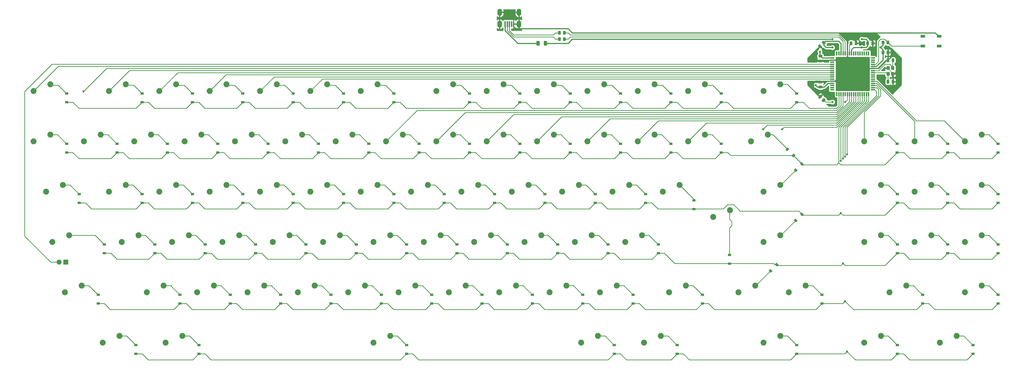
<source format=gbl>
%TF.GenerationSoftware,KiCad,Pcbnew,5.1.9*%
%TF.CreationDate,2021-05-26T15:49:29-04:00*%
%TF.ProjectId,EKS-Mk2,454b532d-4d6b-4322-9e6b-696361645f70,2.1*%
%TF.SameCoordinates,Original*%
%TF.FileFunction,Copper,L2,Bot*%
%TF.FilePolarity,Positive*%
%FSLAX46Y46*%
G04 Gerber Fmt 4.6, Leading zero omitted, Abs format (unit mm)*
G04 Created by KiCad (PCBNEW 5.1.9) date 2021-05-26 15:49:29*
%MOMM*%
%LPD*%
G01*
G04 APERTURE LIST*
%TA.AperFunction,ComponentPad*%
%ADD10C,2.250000*%
%TD*%
%TA.AperFunction,ComponentPad*%
%ADD11R,1.905000X1.905000*%
%TD*%
%TA.AperFunction,ComponentPad*%
%ADD12C,1.905000*%
%TD*%
%TA.AperFunction,ComponentPad*%
%ADD13O,1.700000X2.700000*%
%TD*%
%TA.AperFunction,SMDPad,CuDef*%
%ADD14R,0.500000X2.250000*%
%TD*%
%TA.AperFunction,SMDPad,CuDef*%
%ADD15R,1.200000X1.400000*%
%TD*%
%TA.AperFunction,SMDPad,CuDef*%
%ADD16R,1.500000X0.550000*%
%TD*%
%TA.AperFunction,SMDPad,CuDef*%
%ADD17R,0.550000X1.500000*%
%TD*%
%TA.AperFunction,SMDPad,CuDef*%
%ADD18R,1.800000X1.100000*%
%TD*%
%TA.AperFunction,SMDPad,CuDef*%
%ADD19R,1.200000X0.900000*%
%TD*%
%TA.AperFunction,SMDPad,CuDef*%
%ADD20C,0.020000*%
%TD*%
%TA.AperFunction,ViaPad*%
%ADD21C,0.800000*%
%TD*%
%TA.AperFunction,Conductor*%
%ADD22C,0.381000*%
%TD*%
%TA.AperFunction,Conductor*%
%ADD23C,0.250000*%
%TD*%
%TA.AperFunction,Conductor*%
%ADD24C,0.203200*%
%TD*%
%TA.AperFunction,Conductor*%
%ADD25C,0.254000*%
%TD*%
%TA.AperFunction,Conductor*%
%ADD26C,0.020000*%
%TD*%
G04 APERTURE END LIST*
D10*
%TO.P,MX78,2*%
%TO.N,Net-(D78-Pad2)*%
X316865000Y-13970000D03*
%TO.P,MX78,1*%
%TO.N,COL16*%
X310515000Y-16510000D03*
%TD*%
D11*
%TO.P,MX4,4*%
%TO.N,CAPSGND*%
X8413750Y-62230000D03*
D12*
%TO.P,MX4,3*%
%TO.N,CAPSLED*%
X5873750Y-62230000D03*
D10*
%TO.P,MX4,1*%
%TO.N,COL0*%
X3333750Y-54610000D03*
%TO.P,MX4,2*%
%TO.N,Net-(D4-Pad2)*%
X9683750Y-52070000D03*
%TD*%
D13*
%TO.P,USB1,6*%
%TO.N,GND*%
X172562500Y32385000D03*
X179862500Y32385000D03*
X179862500Y27885000D03*
X172562500Y27885000D03*
D14*
%TO.P,USB1,5*%
%TO.N,VCC*%
X174612500Y27885000D03*
%TO.P,USB1,4*%
%TO.N,D-*%
X175412500Y27885000D03*
%TO.P,USB1,3*%
%TO.N,D+*%
X176212500Y27885000D03*
%TO.P,USB1,2*%
%TO.N,Net-(USB1-Pad2)*%
X177012500Y27885000D03*
%TO.P,USB1,1*%
%TO.N,GND*%
X177812500Y27885000D03*
%TD*%
D15*
%TO.P,Y1,4*%
%TO.N,GND*%
X321239250Y9060000D03*
%TO.P,Y1,3*%
%TO.N,Net-(C3-Pad1)*%
X321239250Y11260000D03*
%TO.P,Y1,2*%
%TO.N,GND*%
X319539250Y11260000D03*
%TO.P,Y1,1*%
%TO.N,Net-(C2-Pad1)*%
X319539250Y9060000D03*
%TD*%
D16*
%TO.P,U1,64*%
%TO.N,+5V*%
X298401750Y15080500D03*
%TO.P,U1,63*%
%TO.N,GND*%
X298401750Y14280500D03*
%TO.P,U1,62*%
%TO.N,Net-(U1-Pad62)*%
X298401750Y13480500D03*
%TO.P,U1,61*%
%TO.N,CAPSLED*%
X298401750Y12680500D03*
%TO.P,U1,60*%
%TO.N,COL0*%
X298401750Y11880500D03*
%TO.P,U1,59*%
%TO.N,COL1*%
X298401750Y11080500D03*
%TO.P,U1,58*%
%TO.N,COL2*%
X298401750Y10280500D03*
%TO.P,U1,57*%
%TO.N,COL3*%
X298401750Y9480500D03*
%TO.P,U1,56*%
%TO.N,COL4*%
X298401750Y8680500D03*
%TO.P,U1,55*%
%TO.N,COL5*%
X298401750Y7880500D03*
%TO.P,U1,54*%
%TO.N,COL6*%
X298401750Y7080500D03*
%TO.P,U1,53*%
%TO.N,GND*%
X298401750Y6280500D03*
%TO.P,U1,52*%
%TO.N,+5V*%
X298401750Y5480500D03*
%TO.P,U1,51*%
%TO.N,Net-(U1-Pad51)*%
X298401750Y4680500D03*
%TO.P,U1,50*%
%TO.N,Net-(U1-Pad50)*%
X298401750Y3880500D03*
%TO.P,U1,49*%
%TO.N,Net-(U1-Pad49)*%
X298401750Y3080500D03*
D17*
%TO.P,U1,48*%
%TO.N,Net-(U1-Pad48)*%
X300101750Y1380500D03*
%TO.P,U1,47*%
%TO.N,ROW0*%
X300901750Y1380500D03*
%TO.P,U1,46*%
%TO.N,COL7*%
X301701750Y1380500D03*
%TO.P,U1,45*%
%TO.N,COL8*%
X302501750Y1380500D03*
%TO.P,U1,44*%
%TO.N,Net-(U1-Pad44)*%
X303301750Y1380500D03*
%TO.P,U1,43*%
%TO.N,Net-(R4-Pad1)*%
X304101750Y1380500D03*
%TO.P,U1,42*%
%TO.N,COL9*%
X304901750Y1380500D03*
%TO.P,U1,41*%
%TO.N,COL10*%
X305701750Y1380500D03*
%TO.P,U1,40*%
%TO.N,COL11*%
X306501750Y1380500D03*
%TO.P,U1,39*%
%TO.N,COL12*%
X307301750Y1380500D03*
%TO.P,U1,38*%
%TO.N,COL13*%
X308101750Y1380500D03*
%TO.P,U1,37*%
%TO.N,COL14*%
X308901750Y1380500D03*
%TO.P,U1,36*%
%TO.N,COL15*%
X309701750Y1380500D03*
%TO.P,U1,35*%
%TO.N,ROW1*%
X310501750Y1380500D03*
%TO.P,U1,34*%
%TO.N,ROW2*%
X311301750Y1380500D03*
%TO.P,U1,33*%
%TO.N,ROW3*%
X312101750Y1380500D03*
D16*
%TO.P,U1,32*%
%TO.N,ROW4*%
X313801750Y3080500D03*
%TO.P,U1,31*%
%TO.N,ROW5*%
X313801750Y3880500D03*
%TO.P,U1,30*%
%TO.N,COL16*%
X313801750Y4680500D03*
%TO.P,U1,29*%
%TO.N,COL17*%
X313801750Y5480500D03*
%TO.P,U1,28*%
%TO.N,COL18*%
X313801750Y6280500D03*
%TO.P,U1,27*%
%TO.N,Net-(U1-Pad27)*%
X313801750Y7080500D03*
%TO.P,U1,26*%
%TO.N,Net-(U1-Pad26)*%
X313801750Y7880500D03*
%TO.P,U1,25*%
%TO.N,Net-(U1-Pad25)*%
X313801750Y8680500D03*
%TO.P,U1,24*%
%TO.N,Net-(C2-Pad1)*%
X313801750Y9480500D03*
%TO.P,U1,23*%
%TO.N,Net-(C3-Pad1)*%
X313801750Y10280500D03*
%TO.P,U1,22*%
%TO.N,GND*%
X313801750Y11080500D03*
%TO.P,U1,21*%
%TO.N,+5V*%
X313801750Y11880500D03*
%TO.P,U1,20*%
%TO.N,Net-(R1-Pad1)*%
X313801750Y12680500D03*
%TO.P,U1,19*%
%TO.N,Net-(U1-Pad19)*%
X313801750Y13480500D03*
%TO.P,U1,18*%
%TO.N,Net-(U1-Pad18)*%
X313801750Y14280500D03*
%TO.P,U1,17*%
%TO.N,Net-(U1-Pad17)*%
X313801750Y15080500D03*
D17*
%TO.P,U1,16*%
%TO.N,Net-(U1-Pad16)*%
X312101750Y16780500D03*
%TO.P,U1,15*%
%TO.N,Net-(U1-Pad15)*%
X311301750Y16780500D03*
%TO.P,U1,14*%
%TO.N,Net-(U1-Pad14)*%
X310501750Y16780500D03*
%TO.P,U1,13*%
%TO.N,Net-(U1-Pad13)*%
X309701750Y16780500D03*
%TO.P,U1,12*%
%TO.N,Net-(U1-Pad12)*%
X308901750Y16780500D03*
%TO.P,U1,11*%
%TO.N,Net-(U1-Pad11)*%
X308101750Y16780500D03*
%TO.P,U1,10*%
%TO.N,Net-(U1-Pad10)*%
X307301750Y16780500D03*
%TO.P,U1,9*%
%TO.N,Net-(U1-Pad9)*%
X306501750Y16780500D03*
%TO.P,U1,8*%
%TO.N,+5V*%
X305701750Y16780500D03*
%TO.P,U1,7*%
%TO.N,Net-(C1-Pad1)*%
X304901750Y16780500D03*
%TO.P,U1,6*%
%TO.N,GND*%
X304101750Y16780500D03*
%TO.P,U1,5*%
%TO.N,Net-(R2-Pad1)*%
X303301750Y16780500D03*
%TO.P,U1,4*%
%TO.N,Net-(R3-Pad1)*%
X302501750Y16780500D03*
%TO.P,U1,3*%
%TO.N,+5V*%
X301701750Y16780500D03*
%TO.P,U1,2*%
%TO.N,Net-(U1-Pad2)*%
X300901750Y16780500D03*
%TO.P,U1,1*%
%TO.N,Net-(U1-Pad1)*%
X300101750Y16780500D03*
%TD*%
D18*
%TO.P,SW1,4*%
%TO.N,N/C*%
X332656250Y23281250D03*
%TO.P,SW1,3*%
X338856250Y19581250D03*
%TO.P,SW1,2*%
%TO.N,Net-(R1-Pad1)*%
X332656250Y19581250D03*
%TO.P,SW1,1*%
%TO.N,GND*%
X338856250Y23281250D03*
%TD*%
%TO.P,R4,2*%
%TO.N,GND*%
%TA.AperFunction,SMDPad,CuDef*%
G36*
G01*
X294516606Y347043D02*
X293880207Y-289356D01*
G75*
G02*
X293526657Y-289356I-176775J176775D01*
G01*
X293155424Y81877D01*
G75*
G02*
X293155424Y435427I176775J176775D01*
G01*
X293791823Y1071826D01*
G75*
G02*
X294145373Y1071826I176775J-176775D01*
G01*
X294516606Y700593D01*
G75*
G02*
X294516606Y347043I-176775J-176775D01*
G01*
G37*
%TD.AperFunction*%
%TO.P,R4,1*%
%TO.N,Net-(R4-Pad1)*%
%TA.AperFunction,SMDPad,CuDef*%
G36*
G01*
X295807076Y-943427D02*
X295170677Y-1579826D01*
G75*
G02*
X294817127Y-1579826I-176775J176775D01*
G01*
X294445894Y-1208593D01*
G75*
G02*
X294445894Y-855043I176775J176775D01*
G01*
X295082293Y-218644D01*
G75*
G02*
X295435843Y-218644I176775J-176775D01*
G01*
X295807076Y-589877D01*
G75*
G02*
X295807076Y-943427I-176775J-176775D01*
G01*
G37*
%TD.AperFunction*%
%TD*%
%TO.P,R3,2*%
%TO.N,D-*%
%TA.AperFunction,SMDPad,CuDef*%
G36*
G01*
X195688000Y22675002D02*
X195688000Y21774998D01*
G75*
G02*
X195438002Y21525000I-249998J0D01*
G01*
X194912998Y21525000D01*
G75*
G02*
X194663000Y21774998I0J249998D01*
G01*
X194663000Y22675002D01*
G75*
G02*
X194912998Y22925000I249998J0D01*
G01*
X195438002Y22925000D01*
G75*
G02*
X195688000Y22675002I0J-249998D01*
G01*
G37*
%TD.AperFunction*%
%TO.P,R3,1*%
%TO.N,Net-(R3-Pad1)*%
%TA.AperFunction,SMDPad,CuDef*%
G36*
G01*
X197513000Y22675002D02*
X197513000Y21774998D01*
G75*
G02*
X197263002Y21525000I-249998J0D01*
G01*
X196737998Y21525000D01*
G75*
G02*
X196488000Y21774998I0J249998D01*
G01*
X196488000Y22675002D01*
G75*
G02*
X196737998Y22925000I249998J0D01*
G01*
X197263002Y22925000D01*
G75*
G02*
X197513000Y22675002I0J-249998D01*
G01*
G37*
%TD.AperFunction*%
%TD*%
%TO.P,R2,2*%
%TO.N,D+*%
%TA.AperFunction,SMDPad,CuDef*%
G36*
G01*
X195688000Y25056252D02*
X195688000Y24156248D01*
G75*
G02*
X195438002Y23906250I-249998J0D01*
G01*
X194912998Y23906250D01*
G75*
G02*
X194663000Y24156248I0J249998D01*
G01*
X194663000Y25056252D01*
G75*
G02*
X194912998Y25306250I249998J0D01*
G01*
X195438002Y25306250D01*
G75*
G02*
X195688000Y25056252I0J-249998D01*
G01*
G37*
%TD.AperFunction*%
%TO.P,R2,1*%
%TO.N,Net-(R2-Pad1)*%
%TA.AperFunction,SMDPad,CuDef*%
G36*
G01*
X197513000Y25056252D02*
X197513000Y24156248D01*
G75*
G02*
X197263002Y23906250I-249998J0D01*
G01*
X196737998Y23906250D01*
G75*
G02*
X196488000Y24156248I0J249998D01*
G01*
X196488000Y25056252D01*
G75*
G02*
X196737998Y25306250I249998J0D01*
G01*
X197263002Y25306250D01*
G75*
G02*
X197513000Y25056252I0J-249998D01*
G01*
G37*
%TD.AperFunction*%
%TD*%
%TO.P,R1,2*%
%TO.N,+5V*%
%TA.AperFunction,SMDPad,CuDef*%
G36*
G01*
X318116000Y21405002D02*
X318116000Y20504998D01*
G75*
G02*
X317866002Y20255000I-249998J0D01*
G01*
X317340998Y20255000D01*
G75*
G02*
X317091000Y20504998I0J249998D01*
G01*
X317091000Y21405002D01*
G75*
G02*
X317340998Y21655000I249998J0D01*
G01*
X317866002Y21655000D01*
G75*
G02*
X318116000Y21405002I0J-249998D01*
G01*
G37*
%TD.AperFunction*%
%TO.P,R1,1*%
%TO.N,Net-(R1-Pad1)*%
%TA.AperFunction,SMDPad,CuDef*%
G36*
G01*
X319941000Y21405002D02*
X319941000Y20504998D01*
G75*
G02*
X319691002Y20255000I-249998J0D01*
G01*
X319165998Y20255000D01*
G75*
G02*
X318916000Y20504998I0J249998D01*
G01*
X318916000Y21405002D01*
G75*
G02*
X319165998Y21655000I249998J0D01*
G01*
X319691002Y21655000D01*
G75*
G02*
X319941000Y21405002I0J-249998D01*
G01*
G37*
%TD.AperFunction*%
%TD*%
D10*
%TO.P,MX90,2*%
%TO.N,Net-(D90-Pad2)*%
X345440000Y-90170000D03*
%TO.P,MX90,1*%
%TO.N,COL18*%
X339090000Y-92710000D03*
%TD*%
%TO.P,MX89,2*%
%TO.N,Net-(D89-Pad2)*%
X354965000Y-71120000D03*
%TO.P,MX89,1*%
%TO.N,COL18*%
X348615000Y-73660000D03*
%TD*%
%TO.P,MX88,2*%
%TO.N,Net-(D88-Pad2)*%
X354965000Y-52070000D03*
%TO.P,MX88,1*%
%TO.N,COL18*%
X348615000Y-54610000D03*
%TD*%
%TO.P,MX87,2*%
%TO.N,Net-(D87-Pad2)*%
X354965000Y-33020000D03*
%TO.P,MX87,1*%
%TO.N,COL18*%
X348615000Y-35560000D03*
%TD*%
%TO.P,MX86,2*%
%TO.N,Net-(D86-Pad2)*%
X354965000Y-13970000D03*
%TO.P,MX86,1*%
%TO.N,COL18*%
X348615000Y-16510000D03*
%TD*%
%TO.P,MX85,2*%
%TO.N,Net-(D85-Pad2)*%
X335915000Y-52070000D03*
%TO.P,MX85,1*%
%TO.N,COL17*%
X329565000Y-54610000D03*
%TD*%
%TO.P,MX84,2*%
%TO.N,Net-(D84-Pad2)*%
X335915000Y-33020000D03*
%TO.P,MX84,1*%
%TO.N,COL17*%
X329565000Y-35560000D03*
%TD*%
%TO.P,MX83,2*%
%TO.N,Net-(D83-Pad2)*%
X335915000Y-13970000D03*
%TO.P,MX83,1*%
%TO.N,COL17*%
X329565000Y-16510000D03*
%TD*%
%TO.P,MX82,2*%
%TO.N,Net-(D82-Pad2)*%
X316865000Y-90170000D03*
%TO.P,MX82,1*%
%TO.N,COL16*%
X310515000Y-92710000D03*
%TD*%
%TO.P,MX81,2*%
%TO.N,Net-(D81-Pad2)*%
X326390000Y-71120000D03*
%TO.P,MX81,1*%
%TO.N,COL16*%
X320040000Y-73660000D03*
%TD*%
%TO.P,MX80,2*%
%TO.N,Net-(D80-Pad2)*%
X316865000Y-52070000D03*
%TO.P,MX80,1*%
%TO.N,COL16*%
X310515000Y-54610000D03*
%TD*%
%TO.P,MX79,2*%
%TO.N,Net-(D79-Pad2)*%
X316865000Y-33020000D03*
%TO.P,MX79,1*%
%TO.N,COL16*%
X310515000Y-35560000D03*
%TD*%
%TO.P,MX77,2*%
%TO.N,Net-(D77-Pad2)*%
X278765000Y-90170000D03*
%TO.P,MX77,1*%
%TO.N,COL15*%
X272415000Y-92710000D03*
%TD*%
%TO.P,MX76,2*%
%TO.N,Net-(D76-Pad2)*%
X288290000Y-71120000D03*
%TO.P,MX76,1*%
%TO.N,COL15*%
X281940000Y-73660000D03*
%TD*%
%TO.P,MX75,2*%
%TO.N,Net-(D75-Pad2)*%
X269240000Y-71120000D03*
%TO.P,MX75,1*%
%TO.N,COL15*%
X262890000Y-73660000D03*
%TD*%
%TO.P,MX74,2*%
%TO.N,Net-(D74-Pad2)*%
X278765000Y-52070000D03*
%TO.P,MX74,1*%
%TO.N,COL15*%
X272415000Y-54610000D03*
%TD*%
%TO.P,MX73,2*%
%TO.N,Net-(D73-Pad2)*%
X278765000Y-33020000D03*
%TO.P,MX73,1*%
%TO.N,COL15*%
X272415000Y-35560000D03*
%TD*%
%TO.P,MX72,2*%
%TO.N,Net-(D72-Pad2)*%
X233521250Y-90170000D03*
%TO.P,MX72,1*%
%TO.N,COL14*%
X227171250Y-92710000D03*
%TD*%
%TO.P,MX71,2*%
%TO.N,Net-(D71-Pad2)*%
X243046250Y-71120000D03*
%TO.P,MX71,1*%
%TO.N,COL14*%
X236696250Y-73660000D03*
%TD*%
%TO.P,MX70,1*%
%TO.N,COL14*%
X253365000Y-45085000D03*
%TO.P,MX70,2*%
%TO.N,Net-(D70-Pad2)*%
X259715000Y-42545000D03*
%TD*%
%TO.P,MX69,2*%
%TO.N,Net-(D69-Pad2)*%
X274002500Y-13970000D03*
%TO.P,MX69,1*%
%TO.N,COL14*%
X267652500Y-16510000D03*
%TD*%
%TO.P,MX68,2*%
%TO.N,Net-(D68-Pad2)*%
X278765000Y5080000D03*
%TO.P,MX68,1*%
%TO.N,COL14*%
X272415000Y2540000D03*
%TD*%
%TO.P,MX67,2*%
%TO.N,Net-(D67-Pad2)*%
X209708750Y-90170000D03*
%TO.P,MX67,1*%
%TO.N,COL13*%
X203358750Y-92710000D03*
%TD*%
%TO.P,MX66,2*%
%TO.N,Net-(D66-Pad2)*%
X216852500Y-71120000D03*
%TO.P,MX66,1*%
%TO.N,COL13*%
X210502500Y-73660000D03*
%TD*%
%TO.P,MX65,2*%
%TO.N,Net-(D65-Pad2)*%
X226377500Y-52070000D03*
%TO.P,MX65,1*%
%TO.N,COL13*%
X220027500Y-54610000D03*
%TD*%
%TO.P,MX64,2*%
%TO.N,Net-(D64-Pad2)*%
X240665000Y-33020000D03*
%TO.P,MX64,1*%
%TO.N,COL13*%
X234315000Y-35560000D03*
%TD*%
%TO.P,MX63,2*%
%TO.N,Net-(D63-Pad2)*%
X250190000Y-13970000D03*
%TO.P,MX63,1*%
%TO.N,COL13*%
X243840000Y-16510000D03*
%TD*%
%TO.P,MX62,2*%
%TO.N,Net-(D62-Pad2)*%
X250190000Y5080000D03*
%TO.P,MX62,1*%
%TO.N,COL13*%
X243840000Y2540000D03*
%TD*%
%TO.P,MX61,2*%
%TO.N,Net-(D61-Pad2)*%
X197802500Y-71120000D03*
%TO.P,MX61,1*%
%TO.N,COL12*%
X191452500Y-73660000D03*
%TD*%
%TO.P,MX60,2*%
%TO.N,Net-(D60-Pad2)*%
X207327500Y-52070000D03*
%TO.P,MX60,1*%
%TO.N,COL12*%
X200977500Y-54610000D03*
%TD*%
%TO.P,MX59,2*%
%TO.N,Net-(D59-Pad2)*%
X221615000Y-33020000D03*
%TO.P,MX59,1*%
%TO.N,COL12*%
X215265000Y-35560000D03*
%TD*%
%TO.P,MX58,2*%
%TO.N,Net-(D58-Pad2)*%
X231140000Y-13970000D03*
%TO.P,MX58,1*%
%TO.N,COL12*%
X224790000Y-16510000D03*
%TD*%
%TO.P,MX57,2*%
%TO.N,Net-(D57-Pad2)*%
X231140000Y5080000D03*
%TO.P,MX57,1*%
%TO.N,COL12*%
X224790000Y2540000D03*
%TD*%
%TO.P,MX56,2*%
%TO.N,Net-(D56-Pad2)*%
X178752500Y-71120000D03*
%TO.P,MX56,1*%
%TO.N,COL11*%
X172402500Y-73660000D03*
%TD*%
%TO.P,MX55,2*%
%TO.N,Net-(D55-Pad2)*%
X188277500Y-52070000D03*
%TO.P,MX55,1*%
%TO.N,COL11*%
X181927500Y-54610000D03*
%TD*%
%TO.P,MX54,2*%
%TO.N,Net-(D54-Pad2)*%
X202565000Y-33020000D03*
%TO.P,MX54,1*%
%TO.N,COL11*%
X196215000Y-35560000D03*
%TD*%
%TO.P,MX53,2*%
%TO.N,Net-(D53-Pad2)*%
X212090000Y-13970000D03*
%TO.P,MX53,1*%
%TO.N,COL11*%
X205740000Y-16510000D03*
%TD*%
%TO.P,MX52,2*%
%TO.N,Net-(D52-Pad2)*%
X212090000Y5080000D03*
%TO.P,MX52,1*%
%TO.N,COL11*%
X205740000Y2540000D03*
%TD*%
%TO.P,MX51,2*%
%TO.N,Net-(D51-Pad2)*%
X159702500Y-71120000D03*
%TO.P,MX51,1*%
%TO.N,COL10*%
X153352500Y-73660000D03*
%TD*%
%TO.P,MX50,2*%
%TO.N,Net-(D50-Pad2)*%
X169227500Y-52070000D03*
%TO.P,MX50,1*%
%TO.N,COL10*%
X162877500Y-54610000D03*
%TD*%
%TO.P,MX49,2*%
%TO.N,Net-(D49-Pad2)*%
X183515000Y-33020000D03*
%TO.P,MX49,1*%
%TO.N,COL10*%
X177165000Y-35560000D03*
%TD*%
%TO.P,MX48,2*%
%TO.N,Net-(D48-Pad2)*%
X193040000Y-13970000D03*
%TO.P,MX48,1*%
%TO.N,COL10*%
X186690000Y-16510000D03*
%TD*%
%TO.P,MX47,2*%
%TO.N,Net-(D47-Pad2)*%
X193040000Y5080000D03*
%TO.P,MX47,1*%
%TO.N,COL10*%
X186690000Y2540000D03*
%TD*%
%TO.P,MX46,2*%
%TO.N,Net-(D46-Pad2)*%
X164465000Y-33020000D03*
%TO.P,MX46,1*%
%TO.N,COL9*%
X158115000Y-35560000D03*
%TD*%
%TO.P,MX45,2*%
%TO.N,Net-(D45-Pad2)*%
X173990000Y-13970000D03*
%TO.P,MX45,1*%
%TO.N,COL9*%
X167640000Y-16510000D03*
%TD*%
%TO.P,MX44,2*%
%TO.N,Net-(D44-Pad2)*%
X173990000Y5080000D03*
%TO.P,MX44,1*%
%TO.N,COL9*%
X167640000Y2540000D03*
%TD*%
%TO.P,MX43,2*%
%TO.N,Net-(D43-Pad2)*%
X154940000Y-13970000D03*
%TO.P,MX43,1*%
%TO.N,COL8*%
X148590000Y-16510000D03*
%TD*%
%TO.P,MX42,2*%
%TO.N,Net-(D42-Pad2)*%
X154940000Y5080000D03*
%TO.P,MX42,1*%
%TO.N,COL8*%
X148590000Y2540000D03*
%TD*%
%TO.P,MX41,2*%
%TO.N,Net-(D41-Pad2)*%
X150177500Y-52070000D03*
%TO.P,MX41,1*%
%TO.N,COL7*%
X143827500Y-54610000D03*
%TD*%
%TO.P,MX40,2*%
%TO.N,Net-(D40-Pad2)*%
X145415000Y-33020000D03*
%TO.P,MX40,1*%
%TO.N,COL7*%
X139065000Y-35560000D03*
%TD*%
%TO.P,MX39,2*%
%TO.N,Net-(D39-Pad2)*%
X135890000Y-13970000D03*
%TO.P,MX39,1*%
%TO.N,COL7*%
X129540000Y-16510000D03*
%TD*%
%TO.P,MX38,2*%
%TO.N,Net-(D38-Pad2)*%
X126365000Y5080000D03*
%TO.P,MX38,1*%
%TO.N,COL7*%
X120015000Y2540000D03*
%TD*%
%TO.P,MX37,2*%
%TO.N,Net-(D37-Pad2)*%
X140652500Y-71120000D03*
%TO.P,MX37,1*%
%TO.N,COL6*%
X134302500Y-73660000D03*
%TD*%
%TO.P,MX36,2*%
%TO.N,Net-(D36-Pad2)*%
X131127500Y-52070000D03*
%TO.P,MX36,1*%
%TO.N,COL6*%
X124777500Y-54610000D03*
%TD*%
%TO.P,MX35,2*%
%TO.N,Net-(D35-Pad2)*%
X126365000Y-33020000D03*
%TO.P,MX35,1*%
%TO.N,COL6*%
X120015000Y-35560000D03*
%TD*%
%TO.P,MX34,2*%
%TO.N,Net-(D34-Pad2)*%
X116840000Y-13970000D03*
%TO.P,MX34,1*%
%TO.N,COL6*%
X110490000Y-16510000D03*
%TD*%
%TO.P,MX33,2*%
%TO.N,Net-(D33-Pad2)*%
X107315000Y5080000D03*
%TO.P,MX33,1*%
%TO.N,COL6*%
X100965000Y2540000D03*
%TD*%
%TO.P,MX32,2*%
%TO.N,Net-(D32-Pad2)*%
X131127500Y-90170000D03*
%TO.P,MX32,1*%
%TO.N,COL5*%
X124777500Y-92710000D03*
%TD*%
%TO.P,MX31,2*%
%TO.N,Net-(D31-Pad2)*%
X121602500Y-71120000D03*
%TO.P,MX31,1*%
%TO.N,COL5*%
X115252500Y-73660000D03*
%TD*%
%TO.P,MX30,2*%
%TO.N,Net-(D30-Pad2)*%
X112077500Y-52070000D03*
%TO.P,MX30,1*%
%TO.N,COL5*%
X105727500Y-54610000D03*
%TD*%
%TO.P,MX29,2*%
%TO.N,Net-(D29-Pad2)*%
X107315000Y-33020000D03*
%TO.P,MX29,1*%
%TO.N,COL5*%
X100965000Y-35560000D03*
%TD*%
%TO.P,MX28,2*%
%TO.N,Net-(D28-Pad2)*%
X97790000Y-13970000D03*
%TO.P,MX28,1*%
%TO.N,COL5*%
X91440000Y-16510000D03*
%TD*%
%TO.P,MX27,2*%
%TO.N,Net-(D27-Pad2)*%
X88265000Y5080000D03*
%TO.P,MX27,1*%
%TO.N,COL5*%
X81915000Y2540000D03*
%TD*%
%TO.P,MX26,2*%
%TO.N,Net-(D26-Pad2)*%
X102552500Y-71120000D03*
%TO.P,MX26,1*%
%TO.N,COL4*%
X96202500Y-73660000D03*
%TD*%
%TO.P,MX25,2*%
%TO.N,Net-(D25-Pad2)*%
X93027500Y-52070000D03*
%TO.P,MX25,1*%
%TO.N,COL4*%
X86677500Y-54610000D03*
%TD*%
%TO.P,MX24,2*%
%TO.N,Net-(D24-Pad2)*%
X88265000Y-33020000D03*
%TO.P,MX24,1*%
%TO.N,COL4*%
X81915000Y-35560000D03*
%TD*%
%TO.P,MX23,2*%
%TO.N,Net-(D23-Pad2)*%
X78740000Y-13970000D03*
%TO.P,MX23,1*%
%TO.N,COL4*%
X72390000Y-16510000D03*
%TD*%
%TO.P,MX22,2*%
%TO.N,Net-(D22-Pad2)*%
X69215000Y5080000D03*
%TO.P,MX22,1*%
%TO.N,COL4*%
X62865000Y2540000D03*
%TD*%
%TO.P,MX21,2*%
%TO.N,Net-(D21-Pad2)*%
X83502500Y-71120000D03*
%TO.P,MX21,1*%
%TO.N,COL3*%
X77152500Y-73660000D03*
%TD*%
%TO.P,MX20,2*%
%TO.N,Net-(D20-Pad2)*%
X73977500Y-52070000D03*
%TO.P,MX20,1*%
%TO.N,COL3*%
X67627500Y-54610000D03*
%TD*%
%TO.P,MX19,2*%
%TO.N,Net-(D19-Pad2)*%
X69215000Y-33020000D03*
%TO.P,MX19,1*%
%TO.N,COL3*%
X62865000Y-35560000D03*
%TD*%
%TO.P,MX18,2*%
%TO.N,Net-(D18-Pad2)*%
X59690000Y-13970000D03*
%TO.P,MX18,1*%
%TO.N,COL3*%
X53340000Y-16510000D03*
%TD*%
%TO.P,MX17,2*%
%TO.N,Net-(D17-Pad2)*%
X50165000Y5080000D03*
%TO.P,MX17,1*%
%TO.N,COL3*%
X43815000Y2540000D03*
%TD*%
%TO.P,MX16,2*%
%TO.N,Net-(D16-Pad2)*%
X64452500Y-71120000D03*
%TO.P,MX16,1*%
%TO.N,COL2*%
X58102500Y-73660000D03*
%TD*%
%TO.P,MX15,2*%
%TO.N,Net-(D15-Pad2)*%
X54927500Y-52070000D03*
%TO.P,MX15,1*%
%TO.N,COL2*%
X48577500Y-54610000D03*
%TD*%
%TO.P,MX14,2*%
%TO.N,Net-(D14-Pad2)*%
X50165000Y-33020000D03*
%TO.P,MX14,1*%
%TO.N,COL2*%
X43815000Y-35560000D03*
%TD*%
%TO.P,MX13,2*%
%TO.N,Net-(D13-Pad2)*%
X40640000Y-13970000D03*
%TO.P,MX13,1*%
%TO.N,COL2*%
X34290000Y-16510000D03*
%TD*%
%TO.P,MX12,2*%
%TO.N,Net-(D12-Pad2)*%
X31115000Y5080000D03*
%TO.P,MX12,1*%
%TO.N,COL2*%
X24765000Y2540000D03*
%TD*%
%TO.P,MX11,2*%
%TO.N,Net-(D11-Pad2)*%
X52546250Y-90170000D03*
%TO.P,MX11,1*%
%TO.N,COL1*%
X46196250Y-92710000D03*
%TD*%
%TO.P,MX10,2*%
%TO.N,Net-(D10-Pad2)*%
X45402500Y-71120000D03*
%TO.P,MX10,1*%
%TO.N,COL1*%
X39052500Y-73660000D03*
%TD*%
%TO.P,MX9,2*%
%TO.N,Net-(D9-Pad2)*%
X35877500Y-52070000D03*
%TO.P,MX9,1*%
%TO.N,COL1*%
X29527500Y-54610000D03*
%TD*%
%TO.P,MX8,2*%
%TO.N,Net-(D8-Pad2)*%
X31115000Y-33020000D03*
%TO.P,MX8,1*%
%TO.N,COL1*%
X24765000Y-35560000D03*
%TD*%
%TO.P,MX7,2*%
%TO.N,Net-(D7-Pad2)*%
X21590000Y-13970000D03*
%TO.P,MX7,1*%
%TO.N,COL1*%
X15240000Y-16510000D03*
%TD*%
%TO.P,MX6,2*%
%TO.N,Net-(D6-Pad2)*%
X28733750Y-90170000D03*
%TO.P,MX6,1*%
%TO.N,COL0*%
X22383750Y-92710000D03*
%TD*%
%TO.P,MX5,2*%
%TO.N,Net-(D5-Pad2)*%
X14446250Y-71120000D03*
%TO.P,MX5,1*%
%TO.N,COL0*%
X8096250Y-73660000D03*
%TD*%
%TO.P,MX3,2*%
%TO.N,Net-(D3-Pad2)*%
X7302500Y-33020000D03*
%TO.P,MX3,1*%
%TO.N,COL0*%
X952500Y-35560000D03*
%TD*%
%TO.P,MX2,2*%
%TO.N,Net-(D2-Pad2)*%
X2540000Y-13970000D03*
%TO.P,MX2,1*%
%TO.N,COL0*%
X-3810000Y-16510000D03*
%TD*%
%TO.P,MX1,2*%
%TO.N,Net-(D1-Pad2)*%
X2540000Y5080000D03*
%TO.P,MX1,1*%
%TO.N,COL0*%
X-3810000Y2540000D03*
%TD*%
%TO.P,F1,2*%
%TO.N,VCC*%
%TA.AperFunction,SMDPad,CuDef*%
G36*
G01*
X187693000Y21262500D02*
X187693000Y20012500D01*
G75*
G02*
X187443000Y19762500I-250000J0D01*
G01*
X186693000Y19762500D01*
G75*
G02*
X186443000Y20012500I0J250000D01*
G01*
X186443000Y21262500D01*
G75*
G02*
X186693000Y21512500I250000J0D01*
G01*
X187443000Y21512500D01*
G75*
G02*
X187693000Y21262500I0J-250000D01*
G01*
G37*
%TD.AperFunction*%
%TO.P,F1,1*%
%TO.N,+5V*%
%TA.AperFunction,SMDPad,CuDef*%
G36*
G01*
X190493000Y21262500D02*
X190493000Y20012500D01*
G75*
G02*
X190243000Y19762500I-250000J0D01*
G01*
X189493000Y19762500D01*
G75*
G02*
X189243000Y20012500I0J250000D01*
G01*
X189243000Y21262500D01*
G75*
G02*
X189493000Y21512500I250000J0D01*
G01*
X190243000Y21512500D01*
G75*
G02*
X190493000Y21262500I0J-250000D01*
G01*
G37*
%TD.AperFunction*%
%TD*%
D19*
%TO.P,D90,2*%
%TO.N,Net-(D90-Pad2)*%
X351631250Y-93600000D03*
%TO.P,D90,1*%
%TO.N,ROW5*%
X351631250Y-96900000D03*
%TD*%
%TO.P,D89,2*%
%TO.N,Net-(D89-Pad2)*%
X361156250Y-74550000D03*
%TO.P,D89,1*%
%TO.N,ROW4*%
X361156250Y-77850000D03*
%TD*%
%TO.P,D88,2*%
%TO.N,Net-(D88-Pad2)*%
X361156250Y-55500000D03*
%TO.P,D88,1*%
%TO.N,ROW3*%
X361156250Y-58800000D03*
%TD*%
%TO.P,D87,2*%
%TO.N,Net-(D87-Pad2)*%
X361156250Y-36450000D03*
%TO.P,D87,1*%
%TO.N,ROW2*%
X361156250Y-39750000D03*
%TD*%
%TO.P,D86,2*%
%TO.N,Net-(D86-Pad2)*%
X361156250Y-17400000D03*
%TO.P,D86,1*%
%TO.N,ROW1*%
X361156250Y-20700000D03*
%TD*%
%TO.P,D85,2*%
%TO.N,Net-(D85-Pad2)*%
X342106250Y-55500000D03*
%TO.P,D85,1*%
%TO.N,ROW3*%
X342106250Y-58800000D03*
%TD*%
%TO.P,D84,2*%
%TO.N,Net-(D84-Pad2)*%
X342106250Y-36450000D03*
%TO.P,D84,1*%
%TO.N,ROW2*%
X342106250Y-39750000D03*
%TD*%
%TO.P,D83,2*%
%TO.N,Net-(D83-Pad2)*%
X342106250Y-17400000D03*
%TO.P,D83,1*%
%TO.N,ROW1*%
X342106250Y-20700000D03*
%TD*%
%TO.P,D82,2*%
%TO.N,Net-(D82-Pad2)*%
X323056250Y-93600000D03*
%TO.P,D82,1*%
%TO.N,ROW5*%
X323056250Y-96900000D03*
%TD*%
%TO.P,D81,2*%
%TO.N,Net-(D81-Pad2)*%
X332581250Y-74550000D03*
%TO.P,D81,1*%
%TO.N,ROW4*%
X332581250Y-77850000D03*
%TD*%
%TO.P,D80,2*%
%TO.N,Net-(D80-Pad2)*%
X323056250Y-55500000D03*
%TO.P,D80,1*%
%TO.N,ROW3*%
X323056250Y-58800000D03*
%TD*%
%TO.P,D79,2*%
%TO.N,Net-(D79-Pad2)*%
X323056250Y-36450000D03*
%TO.P,D79,1*%
%TO.N,ROW2*%
X323056250Y-39750000D03*
%TD*%
%TO.P,D78,2*%
%TO.N,Net-(D78-Pad2)*%
X322961000Y-17400000D03*
%TO.P,D78,1*%
%TO.N,ROW1*%
X322961000Y-20700000D03*
%TD*%
%TO.P,D77,2*%
%TO.N,Net-(D77-Pad2)*%
X284956250Y-93600000D03*
%TO.P,D77,1*%
%TO.N,ROW5*%
X284956250Y-96900000D03*
%TD*%
%TO.P,D76,2*%
%TO.N,Net-(D76-Pad2)*%
X294481250Y-74550000D03*
%TO.P,D76,1*%
%TO.N,ROW4*%
X294481250Y-77850000D03*
%TD*%
%TA.AperFunction,SMDPad,CuDef*%
D20*
%TO.P,D75,2*%
%TO.N,Net-(D75-Pad2)*%
G36*
X274952208Y-64718014D02*
G01*
X275800736Y-65566542D01*
X275164340Y-66202938D01*
X274315812Y-65354410D01*
X274952208Y-64718014D01*
G37*
%TD.AperFunction*%
%TA.AperFunction,SMDPad,CuDef*%
%TO.P,D75,1*%
%TO.N,ROW3*%
G36*
X277285660Y-62384562D02*
G01*
X278134188Y-63233090D01*
X277497792Y-63869486D01*
X276649264Y-63020958D01*
X277285660Y-62384562D01*
G37*
%TD.AperFunction*%
%TD*%
%TA.AperFunction,SMDPad,CuDef*%
%TO.P,D74,2*%
%TO.N,Net-(D74-Pad2)*%
G36*
X284477208Y-45668014D02*
G01*
X285325736Y-46516542D01*
X284689340Y-47152938D01*
X283840812Y-46304410D01*
X284477208Y-45668014D01*
G37*
%TD.AperFunction*%
%TA.AperFunction,SMDPad,CuDef*%
%TO.P,D74,1*%
%TO.N,ROW2*%
G36*
X286810660Y-43334562D02*
G01*
X287659188Y-44183090D01*
X287022792Y-44819486D01*
X286174264Y-43970958D01*
X286810660Y-43334562D01*
G37*
%TD.AperFunction*%
%TD*%
%TA.AperFunction,SMDPad,CuDef*%
%TO.P,D73,2*%
%TO.N,Net-(D73-Pad2)*%
G36*
X284477208Y-26618014D02*
G01*
X285325736Y-27466542D01*
X284689340Y-28102938D01*
X283840812Y-27254410D01*
X284477208Y-26618014D01*
G37*
%TD.AperFunction*%
%TA.AperFunction,SMDPad,CuDef*%
%TO.P,D73,1*%
%TO.N,ROW1*%
G36*
X286810660Y-24284562D02*
G01*
X287659188Y-25133090D01*
X287022792Y-25769486D01*
X286174264Y-24920958D01*
X286810660Y-24284562D01*
G37*
%TD.AperFunction*%
%TD*%
D19*
%TO.P,D72,2*%
%TO.N,Net-(D72-Pad2)*%
X239712500Y-93600000D03*
%TO.P,D72,1*%
%TO.N,ROW5*%
X239712500Y-96900000D03*
%TD*%
%TO.P,D71,2*%
%TO.N,Net-(D71-Pad2)*%
X249237500Y-74550000D03*
%TO.P,D71,1*%
%TO.N,ROW4*%
X249237500Y-77850000D03*
%TD*%
%TO.P,D70,2*%
%TO.N,Net-(D70-Pad2)*%
X259556250Y-59468750D03*
%TO.P,D70,1*%
%TO.N,ROW3*%
X259556250Y-62768750D03*
%TD*%
%TA.AperFunction,SMDPad,CuDef*%
D20*
%TO.P,D69,2*%
%TO.N,Net-(D69-Pad2)*%
G36*
X282150736Y-19364708D02*
G01*
X281302208Y-20213236D01*
X280665812Y-19576840D01*
X281514340Y-18728312D01*
X282150736Y-19364708D01*
G37*
%TD.AperFunction*%
%TA.AperFunction,SMDPad,CuDef*%
%TO.P,D69,1*%
%TO.N,ROW1*%
G36*
X284484188Y-21698160D02*
G01*
X283635660Y-22546688D01*
X282999264Y-21910292D01*
X283847792Y-21061764D01*
X284484188Y-21698160D01*
G37*
%TD.AperFunction*%
%TD*%
D19*
%TO.P,D68,2*%
%TO.N,Net-(D68-Pad2)*%
X284956250Y1650000D03*
%TO.P,D68,1*%
%TO.N,ROW0*%
X284956250Y-1650000D03*
%TD*%
%TO.P,D67,2*%
%TO.N,Net-(D67-Pad2)*%
X215900000Y-93600000D03*
%TO.P,D67,1*%
%TO.N,ROW5*%
X215900000Y-96900000D03*
%TD*%
%TO.P,D66,2*%
%TO.N,Net-(D66-Pad2)*%
X223043750Y-74550000D03*
%TO.P,D66,1*%
%TO.N,ROW4*%
X223043750Y-77850000D03*
%TD*%
%TO.P,D65,2*%
%TO.N,Net-(D65-Pad2)*%
X232568750Y-55500000D03*
%TO.P,D65,1*%
%TO.N,ROW3*%
X232568750Y-58800000D03*
%TD*%
%TO.P,D64,2*%
%TO.N,Net-(D64-Pad2)*%
X246062500Y-38831250D03*
%TO.P,D64,1*%
%TO.N,ROW2*%
X246062500Y-42131250D03*
%TD*%
%TO.P,D63,2*%
%TO.N,Net-(D63-Pad2)*%
X256381250Y-17400000D03*
%TO.P,D63,1*%
%TO.N,ROW1*%
X256381250Y-20700000D03*
%TD*%
%TO.P,D62,2*%
%TO.N,Net-(D62-Pad2)*%
X256381250Y1650000D03*
%TO.P,D62,1*%
%TO.N,ROW0*%
X256381250Y-1650000D03*
%TD*%
%TO.P,D61,2*%
%TO.N,Net-(D61-Pad2)*%
X203993750Y-74550000D03*
%TO.P,D61,1*%
%TO.N,ROW4*%
X203993750Y-77850000D03*
%TD*%
%TO.P,D60,2*%
%TO.N,Net-(D60-Pad2)*%
X213518750Y-55500000D03*
%TO.P,D60,1*%
%TO.N,ROW3*%
X213518750Y-58800000D03*
%TD*%
%TO.P,D59,2*%
%TO.N,Net-(D59-Pad2)*%
X227806250Y-36450000D03*
%TO.P,D59,1*%
%TO.N,ROW2*%
X227806250Y-39750000D03*
%TD*%
%TO.P,D58,2*%
%TO.N,Net-(D58-Pad2)*%
X237331250Y-17400000D03*
%TO.P,D58,1*%
%TO.N,ROW1*%
X237331250Y-20700000D03*
%TD*%
%TO.P,D57,2*%
%TO.N,Net-(D57-Pad2)*%
X237331250Y1650000D03*
%TO.P,D57,1*%
%TO.N,ROW0*%
X237331250Y-1650000D03*
%TD*%
%TO.P,D56,2*%
%TO.N,Net-(D56-Pad2)*%
X184943750Y-74550000D03*
%TO.P,D56,1*%
%TO.N,ROW4*%
X184943750Y-77850000D03*
%TD*%
%TO.P,D55,2*%
%TO.N,Net-(D55-Pad2)*%
X194468750Y-55500000D03*
%TO.P,D55,1*%
%TO.N,ROW3*%
X194468750Y-58800000D03*
%TD*%
%TO.P,D54,2*%
%TO.N,Net-(D54-Pad2)*%
X208756250Y-36450000D03*
%TO.P,D54,1*%
%TO.N,ROW2*%
X208756250Y-39750000D03*
%TD*%
%TO.P,D53,2*%
%TO.N,Net-(D53-Pad2)*%
X218281250Y-17400000D03*
%TO.P,D53,1*%
%TO.N,ROW1*%
X218281250Y-20700000D03*
%TD*%
%TO.P,D52,2*%
%TO.N,Net-(D52-Pad2)*%
X218281250Y1650000D03*
%TO.P,D52,1*%
%TO.N,ROW0*%
X218281250Y-1650000D03*
%TD*%
%TO.P,D51,2*%
%TO.N,Net-(D51-Pad2)*%
X165893750Y-74550000D03*
%TO.P,D51,1*%
%TO.N,ROW4*%
X165893750Y-77850000D03*
%TD*%
%TO.P,D50,2*%
%TO.N,Net-(D50-Pad2)*%
X175418750Y-55500000D03*
%TO.P,D50,1*%
%TO.N,ROW3*%
X175418750Y-58800000D03*
%TD*%
%TO.P,D49,2*%
%TO.N,Net-(D49-Pad2)*%
X189706250Y-36450000D03*
%TO.P,D49,1*%
%TO.N,ROW2*%
X189706250Y-39750000D03*
%TD*%
%TO.P,D48,2*%
%TO.N,Net-(D48-Pad2)*%
X199231250Y-17400000D03*
%TO.P,D48,1*%
%TO.N,ROW1*%
X199231250Y-20700000D03*
%TD*%
%TO.P,D47,2*%
%TO.N,Net-(D47-Pad2)*%
X199231250Y1650000D03*
%TO.P,D47,1*%
%TO.N,ROW0*%
X199231250Y-1650000D03*
%TD*%
%TO.P,D46,2*%
%TO.N,Net-(D46-Pad2)*%
X170656250Y-36450000D03*
%TO.P,D46,1*%
%TO.N,ROW2*%
X170656250Y-39750000D03*
%TD*%
%TO.P,D45,2*%
%TO.N,Net-(D45-Pad2)*%
X180181250Y-17400000D03*
%TO.P,D45,1*%
%TO.N,ROW1*%
X180181250Y-20700000D03*
%TD*%
%TO.P,D44,2*%
%TO.N,Net-(D44-Pad2)*%
X180181250Y1650000D03*
%TO.P,D44,1*%
%TO.N,ROW0*%
X180181250Y-1650000D03*
%TD*%
%TO.P,D43,2*%
%TO.N,Net-(D43-Pad2)*%
X161131250Y-17400000D03*
%TO.P,D43,1*%
%TO.N,ROW1*%
X161131250Y-20700000D03*
%TD*%
%TO.P,D42,2*%
%TO.N,Net-(D42-Pad2)*%
X161131250Y1650000D03*
%TO.P,D42,1*%
%TO.N,ROW0*%
X161131250Y-1650000D03*
%TD*%
%TO.P,D41,2*%
%TO.N,Net-(D41-Pad2)*%
X156368750Y-55500000D03*
%TO.P,D41,1*%
%TO.N,ROW3*%
X156368750Y-58800000D03*
%TD*%
%TO.P,D40,2*%
%TO.N,Net-(D40-Pad2)*%
X151606250Y-36450000D03*
%TO.P,D40,1*%
%TO.N,ROW2*%
X151606250Y-39750000D03*
%TD*%
%TO.P,D39,2*%
%TO.N,Net-(D39-Pad2)*%
X142081250Y-17400000D03*
%TO.P,D39,1*%
%TO.N,ROW1*%
X142081250Y-20700000D03*
%TD*%
%TO.P,D38,2*%
%TO.N,Net-(D38-Pad2)*%
X132556250Y1650000D03*
%TO.P,D38,1*%
%TO.N,ROW0*%
X132556250Y-1650000D03*
%TD*%
%TO.P,D37,2*%
%TO.N,Net-(D37-Pad2)*%
X146843750Y-74550000D03*
%TO.P,D37,1*%
%TO.N,ROW4*%
X146843750Y-77850000D03*
%TD*%
%TO.P,D36,2*%
%TO.N,Net-(D36-Pad2)*%
X137318750Y-55500000D03*
%TO.P,D36,1*%
%TO.N,ROW3*%
X137318750Y-58800000D03*
%TD*%
%TO.P,D35,2*%
%TO.N,Net-(D35-Pad2)*%
X132556250Y-36450000D03*
%TO.P,D35,1*%
%TO.N,ROW2*%
X132556250Y-39750000D03*
%TD*%
%TO.P,D34,2*%
%TO.N,Net-(D34-Pad2)*%
X123031250Y-17400000D03*
%TO.P,D34,1*%
%TO.N,ROW1*%
X123031250Y-20700000D03*
%TD*%
%TO.P,D33,2*%
%TO.N,Net-(D33-Pad2)*%
X113506250Y1650000D03*
%TO.P,D33,1*%
%TO.N,ROW0*%
X113506250Y-1650000D03*
%TD*%
%TO.P,D32,2*%
%TO.N,Net-(D32-Pad2)*%
X137318750Y-93600000D03*
%TO.P,D32,1*%
%TO.N,ROW5*%
X137318750Y-96900000D03*
%TD*%
%TO.P,D31,2*%
%TO.N,Net-(D31-Pad2)*%
X127793750Y-74550000D03*
%TO.P,D31,1*%
%TO.N,ROW4*%
X127793750Y-77850000D03*
%TD*%
%TO.P,D30,2*%
%TO.N,Net-(D30-Pad2)*%
X118268750Y-55500000D03*
%TO.P,D30,1*%
%TO.N,ROW3*%
X118268750Y-58800000D03*
%TD*%
%TO.P,D29,2*%
%TO.N,Net-(D29-Pad2)*%
X113506250Y-36450000D03*
%TO.P,D29,1*%
%TO.N,ROW2*%
X113506250Y-39750000D03*
%TD*%
%TO.P,D28,2*%
%TO.N,Net-(D28-Pad2)*%
X103981250Y-17400000D03*
%TO.P,D28,1*%
%TO.N,ROW1*%
X103981250Y-20700000D03*
%TD*%
%TO.P,D27,2*%
%TO.N,Net-(D27-Pad2)*%
X94456250Y1650000D03*
%TO.P,D27,1*%
%TO.N,ROW0*%
X94456250Y-1650000D03*
%TD*%
%TO.P,D26,2*%
%TO.N,Net-(D26-Pad2)*%
X108743750Y-74550000D03*
%TO.P,D26,1*%
%TO.N,ROW4*%
X108743750Y-77850000D03*
%TD*%
%TO.P,D25,2*%
%TO.N,Net-(D25-Pad2)*%
X99218750Y-55500000D03*
%TO.P,D25,1*%
%TO.N,ROW3*%
X99218750Y-58800000D03*
%TD*%
%TO.P,D24,2*%
%TO.N,Net-(D24-Pad2)*%
X94456250Y-36450000D03*
%TO.P,D24,1*%
%TO.N,ROW2*%
X94456250Y-39750000D03*
%TD*%
%TO.P,D23,2*%
%TO.N,Net-(D23-Pad2)*%
X84931250Y-17400000D03*
%TO.P,D23,1*%
%TO.N,ROW1*%
X84931250Y-20700000D03*
%TD*%
%TO.P,D22,2*%
%TO.N,Net-(D22-Pad2)*%
X75406250Y1650000D03*
%TO.P,D22,1*%
%TO.N,ROW0*%
X75406250Y-1650000D03*
%TD*%
%TO.P,D21,2*%
%TO.N,Net-(D21-Pad2)*%
X89693750Y-74550000D03*
%TO.P,D21,1*%
%TO.N,ROW4*%
X89693750Y-77850000D03*
%TD*%
%TO.P,D20,2*%
%TO.N,Net-(D20-Pad2)*%
X80168750Y-55500000D03*
%TO.P,D20,1*%
%TO.N,ROW3*%
X80168750Y-58800000D03*
%TD*%
%TO.P,D19,2*%
%TO.N,Net-(D19-Pad2)*%
X75406250Y-36450000D03*
%TO.P,D19,1*%
%TO.N,ROW2*%
X75406250Y-39750000D03*
%TD*%
%TO.P,D18,2*%
%TO.N,Net-(D18-Pad2)*%
X65881250Y-17400000D03*
%TO.P,D18,1*%
%TO.N,ROW1*%
X65881250Y-20700000D03*
%TD*%
%TO.P,D17,2*%
%TO.N,Net-(D17-Pad2)*%
X56356250Y1650000D03*
%TO.P,D17,1*%
%TO.N,ROW0*%
X56356250Y-1650000D03*
%TD*%
%TO.P,D16,2*%
%TO.N,Net-(D16-Pad2)*%
X70643750Y-74550000D03*
%TO.P,D16,1*%
%TO.N,ROW4*%
X70643750Y-77850000D03*
%TD*%
%TO.P,D15,2*%
%TO.N,Net-(D15-Pad2)*%
X61118750Y-55500000D03*
%TO.P,D15,1*%
%TO.N,ROW3*%
X61118750Y-58800000D03*
%TD*%
%TO.P,D14,2*%
%TO.N,Net-(D14-Pad2)*%
X56356250Y-36450000D03*
%TO.P,D14,1*%
%TO.N,ROW2*%
X56356250Y-39750000D03*
%TD*%
%TO.P,D13,2*%
%TO.N,Net-(D13-Pad2)*%
X46831250Y-17400000D03*
%TO.P,D13,1*%
%TO.N,ROW1*%
X46831250Y-20700000D03*
%TD*%
%TO.P,D12,2*%
%TO.N,Net-(D12-Pad2)*%
X37306250Y1650000D03*
%TO.P,D12,1*%
%TO.N,ROW0*%
X37306250Y-1650000D03*
%TD*%
%TO.P,D11,2*%
%TO.N,Net-(D11-Pad2)*%
X58737500Y-93600000D03*
%TO.P,D11,1*%
%TO.N,ROW5*%
X58737500Y-96900000D03*
%TD*%
%TO.P,D10,2*%
%TO.N,Net-(D10-Pad2)*%
X51593750Y-74550000D03*
%TO.P,D10,1*%
%TO.N,ROW4*%
X51593750Y-77850000D03*
%TD*%
%TO.P,D9,2*%
%TO.N,Net-(D9-Pad2)*%
X42068750Y-55500000D03*
%TO.P,D9,1*%
%TO.N,ROW3*%
X42068750Y-58800000D03*
%TD*%
%TO.P,D8,2*%
%TO.N,Net-(D8-Pad2)*%
X37306250Y-36450000D03*
%TO.P,D8,1*%
%TO.N,ROW2*%
X37306250Y-39750000D03*
%TD*%
%TO.P,D7,2*%
%TO.N,Net-(D7-Pad2)*%
X27781250Y-17400000D03*
%TO.P,D7,1*%
%TO.N,ROW1*%
X27781250Y-20700000D03*
%TD*%
%TO.P,D6,2*%
%TO.N,Net-(D6-Pad2)*%
X34925000Y-93600000D03*
%TO.P,D6,1*%
%TO.N,ROW5*%
X34925000Y-96900000D03*
%TD*%
%TO.P,D5,2*%
%TO.N,Net-(D5-Pad2)*%
X20637500Y-74550000D03*
%TO.P,D5,1*%
%TO.N,ROW4*%
X20637500Y-77850000D03*
%TD*%
%TO.P,D4,2*%
%TO.N,Net-(D4-Pad2)*%
X22987000Y-55500000D03*
%TO.P,D4,1*%
%TO.N,ROW3*%
X22987000Y-58800000D03*
%TD*%
%TO.P,D3,2*%
%TO.N,Net-(D3-Pad2)*%
X13493750Y-36450000D03*
%TO.P,D3,1*%
%TO.N,ROW2*%
X13493750Y-39750000D03*
%TD*%
%TO.P,D2,2*%
%TO.N,Net-(D2-Pad2)*%
X8731250Y-17400000D03*
%TO.P,D2,1*%
%TO.N,ROW1*%
X8731250Y-20700000D03*
%TD*%
%TO.P,D1,2*%
%TO.N,Net-(D1-Pad2)*%
X8731250Y1650000D03*
%TO.P,D1,1*%
%TO.N,ROW0*%
X8731250Y-1650000D03*
%TD*%
%TO.P,C8,2*%
%TO.N,GND*%
%TA.AperFunction,SMDPad,CuDef*%
G36*
G01*
X313187500Y20162500D02*
X313187500Y21112500D01*
G75*
G02*
X313437500Y21362500I250000J0D01*
G01*
X313937500Y21362500D01*
G75*
G02*
X314187500Y21112500I0J-250000D01*
G01*
X314187500Y20162500D01*
G75*
G02*
X313937500Y19912500I-250000J0D01*
G01*
X313437500Y19912500D01*
G75*
G02*
X313187500Y20162500I0J250000D01*
G01*
G37*
%TD.AperFunction*%
%TO.P,C8,1*%
%TO.N,+5V*%
%TA.AperFunction,SMDPad,CuDef*%
G36*
G01*
X311287500Y20162500D02*
X311287500Y21112500D01*
G75*
G02*
X311537500Y21362500I250000J0D01*
G01*
X312037500Y21362500D01*
G75*
G02*
X312287500Y21112500I0J-250000D01*
G01*
X312287500Y20162500D01*
G75*
G02*
X312037500Y19912500I-250000J0D01*
G01*
X311537500Y19912500D01*
G75*
G02*
X311287500Y20162500I0J250000D01*
G01*
G37*
%TD.AperFunction*%
%TD*%
%TO.P,C7,2*%
%TO.N,GND*%
%TA.AperFunction,SMDPad,CuDef*%
G36*
G01*
X293827177Y20210678D02*
X294498928Y19538927D01*
G75*
G02*
X294498928Y19185373I-176777J-176777D01*
G01*
X294145375Y18831820D01*
G75*
G02*
X293791821Y18831820I-176777J176777D01*
G01*
X293120070Y19503571D01*
G75*
G02*
X293120070Y19857125I176777J176777D01*
G01*
X293473623Y20210678D01*
G75*
G02*
X293827177Y20210678I176777J-176777D01*
G01*
G37*
%TD.AperFunction*%
%TO.P,C7,1*%
%TO.N,+5V*%
%TA.AperFunction,SMDPad,CuDef*%
G36*
G01*
X295170679Y21554180D02*
X295842430Y20882429D01*
G75*
G02*
X295842430Y20528875I-176777J-176777D01*
G01*
X295488877Y20175322D01*
G75*
G02*
X295135323Y20175322I-176777J176777D01*
G01*
X294463572Y20847073D01*
G75*
G02*
X294463572Y21200627I176777J176777D01*
G01*
X294817125Y21554180D01*
G75*
G02*
X295170679Y21554180I176777J-176777D01*
G01*
G37*
%TD.AperFunction*%
%TD*%
%TO.P,C6,1*%
%TO.N,+5V*%
%TA.AperFunction,SMDPad,CuDef*%
G36*
G01*
X317066000Y16670000D02*
X317066000Y17620000D01*
G75*
G02*
X317316000Y17870000I250000J0D01*
G01*
X317816000Y17870000D01*
G75*
G02*
X318066000Y17620000I0J-250000D01*
G01*
X318066000Y16670000D01*
G75*
G02*
X317816000Y16420000I-250000J0D01*
G01*
X317316000Y16420000D01*
G75*
G02*
X317066000Y16670000I0J250000D01*
G01*
G37*
%TD.AperFunction*%
%TO.P,C6,2*%
%TO.N,GND*%
%TA.AperFunction,SMDPad,CuDef*%
G36*
G01*
X318966000Y16670000D02*
X318966000Y17620000D01*
G75*
G02*
X319216000Y17870000I250000J0D01*
G01*
X319716000Y17870000D01*
G75*
G02*
X319966000Y17620000I0J-250000D01*
G01*
X319966000Y16670000D01*
G75*
G02*
X319716000Y16420000I-250000J0D01*
G01*
X319216000Y16420000D01*
G75*
G02*
X318966000Y16670000I0J250000D01*
G01*
G37*
%TD.AperFunction*%
%TD*%
%TO.P,C5,2*%
%TO.N,GND*%
%TA.AperFunction,SMDPad,CuDef*%
G36*
G01*
X294384750Y5466500D02*
X293434750Y5466500D01*
G75*
G02*
X293184750Y5716500I0J250000D01*
G01*
X293184750Y6216500D01*
G75*
G02*
X293434750Y6466500I250000J0D01*
G01*
X294384750Y6466500D01*
G75*
G02*
X294634750Y6216500I0J-250000D01*
G01*
X294634750Y5716500D01*
G75*
G02*
X294384750Y5466500I-250000J0D01*
G01*
G37*
%TD.AperFunction*%
%TO.P,C5,1*%
%TO.N,+5V*%
%TA.AperFunction,SMDPad,CuDef*%
G36*
G01*
X294384750Y3566500D02*
X293434750Y3566500D01*
G75*
G02*
X293184750Y3816500I0J250000D01*
G01*
X293184750Y4316500D01*
G75*
G02*
X293434750Y4566500I250000J0D01*
G01*
X294384750Y4566500D01*
G75*
G02*
X294634750Y4316500I0J-250000D01*
G01*
X294634750Y3816500D01*
G75*
G02*
X294384750Y3566500I-250000J0D01*
G01*
G37*
%TD.AperFunction*%
%TD*%
%TO.P,C4,2*%
%TO.N,GND*%
%TA.AperFunction,SMDPad,CuDef*%
G36*
G01*
X293434750Y14409000D02*
X294384750Y14409000D01*
G75*
G02*
X294634750Y14159000I0J-250000D01*
G01*
X294634750Y13659000D01*
G75*
G02*
X294384750Y13409000I-250000J0D01*
G01*
X293434750Y13409000D01*
G75*
G02*
X293184750Y13659000I0J250000D01*
G01*
X293184750Y14159000D01*
G75*
G02*
X293434750Y14409000I250000J0D01*
G01*
G37*
%TD.AperFunction*%
%TO.P,C4,1*%
%TO.N,+5V*%
%TA.AperFunction,SMDPad,CuDef*%
G36*
G01*
X293434750Y16309000D02*
X294384750Y16309000D01*
G75*
G02*
X294634750Y16059000I0J-250000D01*
G01*
X294634750Y15559000D01*
G75*
G02*
X294384750Y15309000I-250000J0D01*
G01*
X293434750Y15309000D01*
G75*
G02*
X293184750Y15559000I0J250000D01*
G01*
X293184750Y16059000D01*
G75*
G02*
X293434750Y16309000I250000J0D01*
G01*
G37*
%TD.AperFunction*%
%TD*%
%TO.P,C3,2*%
%TO.N,GND*%
%TA.AperFunction,SMDPad,CuDef*%
G36*
G01*
X319971000Y14699000D02*
X319971000Y13749000D01*
G75*
G02*
X319721000Y13499000I-250000J0D01*
G01*
X319221000Y13499000D01*
G75*
G02*
X318971000Y13749000I0J250000D01*
G01*
X318971000Y14699000D01*
G75*
G02*
X319221000Y14949000I250000J0D01*
G01*
X319721000Y14949000D01*
G75*
G02*
X319971000Y14699000I0J-250000D01*
G01*
G37*
%TD.AperFunction*%
%TO.P,C3,1*%
%TO.N,Net-(C3-Pad1)*%
%TA.AperFunction,SMDPad,CuDef*%
G36*
G01*
X321871000Y14699000D02*
X321871000Y13749000D01*
G75*
G02*
X321621000Y13499000I-250000J0D01*
G01*
X321121000Y13499000D01*
G75*
G02*
X320871000Y13749000I0J250000D01*
G01*
X320871000Y14699000D01*
G75*
G02*
X321121000Y14949000I250000J0D01*
G01*
X321621000Y14949000D01*
G75*
G02*
X321871000Y14699000I0J-250000D01*
G01*
G37*
%TD.AperFunction*%
%TD*%
%TO.P,C2,2*%
%TO.N,GND*%
%TA.AperFunction,SMDPad,CuDef*%
G36*
G01*
X320871000Y5621000D02*
X320871000Y6571000D01*
G75*
G02*
X321121000Y6821000I250000J0D01*
G01*
X321621000Y6821000D01*
G75*
G02*
X321871000Y6571000I0J-250000D01*
G01*
X321871000Y5621000D01*
G75*
G02*
X321621000Y5371000I-250000J0D01*
G01*
X321121000Y5371000D01*
G75*
G02*
X320871000Y5621000I0J250000D01*
G01*
G37*
%TD.AperFunction*%
%TO.P,C2,1*%
%TO.N,Net-(C2-Pad1)*%
%TA.AperFunction,SMDPad,CuDef*%
G36*
G01*
X318971000Y5621000D02*
X318971000Y6571000D01*
G75*
G02*
X319221000Y6821000I250000J0D01*
G01*
X319721000Y6821000D01*
G75*
G02*
X319971000Y6571000I0J-250000D01*
G01*
X319971000Y5621000D01*
G75*
G02*
X319721000Y5371000I-250000J0D01*
G01*
X319221000Y5371000D01*
G75*
G02*
X318971000Y5621000I0J250000D01*
G01*
G37*
%TD.AperFunction*%
%TD*%
%TO.P,C1,2*%
%TO.N,GND*%
%TA.AperFunction,SMDPad,CuDef*%
G36*
G01*
X306901000Y20162500D02*
X306901000Y21112500D01*
G75*
G02*
X307151000Y21362500I250000J0D01*
G01*
X307651000Y21362500D01*
G75*
G02*
X307901000Y21112500I0J-250000D01*
G01*
X307901000Y20162500D01*
G75*
G02*
X307651000Y19912500I-250000J0D01*
G01*
X307151000Y19912500D01*
G75*
G02*
X306901000Y20162500I0J250000D01*
G01*
G37*
%TD.AperFunction*%
%TO.P,C1,1*%
%TO.N,Net-(C1-Pad1)*%
%TA.AperFunction,SMDPad,CuDef*%
G36*
G01*
X305001000Y20162500D02*
X305001000Y21112500D01*
G75*
G02*
X305251000Y21362500I250000J0D01*
G01*
X305751000Y21362500D01*
G75*
G02*
X306001000Y21112500I0J-250000D01*
G01*
X306001000Y20162500D01*
G75*
G02*
X305751000Y19912500I-250000J0D01*
G01*
X305251000Y19912500D01*
G75*
G02*
X305001000Y20162500I0J250000D01*
G01*
G37*
%TD.AperFunction*%
%TD*%
D21*
%TO.N,+5V*%
X316706250Y19050000D03*
X292100000Y4762500D03*
X298450000Y22225000D03*
X309562500Y22225000D03*
X293687500Y17462500D03*
X298450000Y19050000D03*
X309562500Y19050000D03*
%TO.N,ROW2*%
X301625000Y-43656250D03*
X301625000Y-23812500D03*
%TO.N,ROW3*%
X302418750Y-62706250D03*
X302418750Y-23018750D03*
%TO.N,ROW4*%
X303212500Y-76993750D03*
X303212500Y-22225000D03*
%TO.N,ROW5*%
X304006250Y-96043750D03*
X304006250Y-21431250D03*
%TO.N,COL1*%
X15081250Y2381250D03*
%TO.N,COL14*%
X272256250Y-11906250D03*
%TO.N,COL15*%
X279400000Y-11906250D03*
%TO.N,Net-(R4-Pad1)*%
X298450000Y-1587500D03*
X303212500Y-1587500D03*
%TD*%
D22*
%TO.N,+5V*%
X298401750Y5480500D02*
X296786750Y5480500D01*
X295372750Y4066500D02*
X293909750Y4066500D01*
X296786750Y5480500D02*
X295372750Y4066500D01*
X293687500Y3844250D02*
X293909750Y4066500D01*
X292796000Y4066500D02*
X292100000Y4762500D01*
X293909750Y4066500D02*
X292796000Y4066500D01*
X305701750Y18225460D02*
X306526290Y19050000D01*
X305701750Y16780500D02*
X305701750Y18225460D01*
X294638250Y15080500D02*
X293909750Y15809000D01*
X298401750Y15080500D02*
X294638250Y15080500D01*
X301701750Y20560750D02*
X301701750Y16780500D01*
X293687500Y16031250D02*
X293909750Y15809000D01*
X293687500Y17462500D02*
X293687500Y16031250D01*
X295719500Y21431250D02*
X295153001Y20864751D01*
X300831250Y21431250D02*
X295719500Y21431250D01*
X300831250Y21431250D02*
X301701750Y20560750D01*
X309562500Y19050000D02*
X306526290Y19050000D01*
X311787500Y21587500D02*
X311787500Y20637500D01*
X311150000Y22225000D02*
X311787500Y21587500D01*
X309562500Y22225000D02*
X311150000Y22225000D01*
X311787500Y20637500D02*
X311787500Y19687500D01*
X311150000Y19050000D02*
X309562500Y19050000D01*
X311787500Y19687500D02*
X311150000Y19050000D01*
X295153001Y19965749D02*
X295153001Y20864751D01*
X296068750Y19050000D02*
X295153001Y19965749D01*
X296068750Y19050000D02*
X298450000Y19050000D01*
X317500000Y17211000D02*
X317566000Y17145000D01*
X317566000Y14353500D02*
X317566000Y17145000D01*
X315093000Y11880500D02*
X317566000Y14353500D01*
X313801750Y11880500D02*
X315093000Y11880500D01*
X317566000Y18190250D02*
X317566000Y17145000D01*
X316706250Y19050000D02*
X317566000Y18190250D01*
X317603500Y19947250D02*
X316706250Y19050000D01*
X317603500Y20955000D02*
X317603500Y19947250D01*
X200025000Y22225000D02*
X298450000Y22225000D01*
X198437500Y20637500D02*
X200025000Y22225000D01*
X189868000Y20637500D02*
X198437500Y20637500D01*
D23*
%TO.N,Net-(C1-Pad1)*%
X305501000Y20637500D02*
X304901750Y20038250D01*
X304901750Y20038250D02*
X304901750Y16780500D01*
%TO.N,Net-(C2-Pad1)*%
X319471000Y8991750D02*
X319539250Y9060000D01*
X319471000Y6096000D02*
X319471000Y8991750D01*
X319118750Y9480500D02*
X319539250Y9060000D01*
X313801750Y9480500D02*
X319118750Y9480500D01*
%TO.N,Net-(C3-Pad1)*%
X321239250Y14092250D02*
X321371000Y14224000D01*
X321239250Y11260000D02*
X321239250Y14092250D01*
X321239250Y11627750D02*
X321239250Y11260000D01*
X320167000Y12700000D02*
X321239250Y11627750D01*
X318293750Y12700000D02*
X320167000Y12700000D01*
X315874250Y10280500D02*
X318293750Y12700000D01*
X313801750Y10280500D02*
X315874250Y10280500D01*
%TO.N,Net-(D1-Pad2)*%
X8731250Y1650000D02*
X8668750Y1650000D01*
X8668750Y1650000D02*
X5556250Y4762500D01*
X2857500Y4762500D02*
X2540000Y5080000D01*
X5556250Y4762500D02*
X2857500Y4762500D01*
%TO.N,ROW0*%
X54037500Y-3968750D02*
X56356250Y-1650000D01*
X41943750Y-3968750D02*
X54037500Y-3968750D01*
X39625000Y-1650000D02*
X41943750Y-3968750D01*
X37306250Y-1650000D02*
X39625000Y-1650000D01*
X73087500Y-3968750D02*
X75406250Y-1650000D01*
X60993750Y-3968750D02*
X73087500Y-3968750D01*
X58675000Y-1650000D02*
X60993750Y-3968750D01*
X56356250Y-1650000D02*
X58675000Y-1650000D01*
X92137500Y-3968750D02*
X94456250Y-1650000D01*
X80043750Y-3968750D02*
X92137500Y-3968750D01*
X77725000Y-1650000D02*
X80043750Y-3968750D01*
X75406250Y-1650000D02*
X77725000Y-1650000D01*
X111187500Y-3968750D02*
X113506250Y-1650000D01*
X99093750Y-3968750D02*
X111187500Y-3968750D01*
X96775000Y-1650000D02*
X99093750Y-3968750D01*
X94456250Y-1650000D02*
X96775000Y-1650000D01*
X130237500Y-3968750D02*
X132556250Y-1650000D01*
X118143750Y-3968750D02*
X130237500Y-3968750D01*
X115825000Y-1650000D02*
X118143750Y-3968750D01*
X113506250Y-1650000D02*
X115825000Y-1650000D01*
X137193750Y-3968750D02*
X158812500Y-3968750D01*
X158812500Y-3968750D02*
X161131250Y-1650000D01*
X134875000Y-1650000D02*
X137193750Y-3968750D01*
X132556250Y-1650000D02*
X134875000Y-1650000D01*
X177862500Y-3968750D02*
X180181250Y-1650000D01*
X165768750Y-3968750D02*
X177862500Y-3968750D01*
X163450000Y-1650000D02*
X165768750Y-3968750D01*
X161131250Y-1650000D02*
X163450000Y-1650000D01*
X184818750Y-3968750D02*
X196912500Y-3968750D01*
X182500000Y-1650000D02*
X184818750Y-3968750D01*
X196912500Y-3968750D02*
X199231250Y-1650000D01*
X180181250Y-1650000D02*
X182500000Y-1650000D01*
X215962500Y-3968750D02*
X218281250Y-1650000D01*
X203868750Y-3968750D02*
X215962500Y-3968750D01*
X201550000Y-1650000D02*
X203868750Y-3968750D01*
X199231250Y-1650000D02*
X201550000Y-1650000D01*
X235012500Y-3968750D02*
X237331250Y-1650000D01*
X220600000Y-1650000D02*
X222918750Y-3968750D01*
X222918750Y-3968750D02*
X235012500Y-3968750D01*
X218281250Y-1650000D02*
X220600000Y-1650000D01*
X254062500Y-3968750D02*
X256381250Y-1650000D01*
X241968750Y-3968750D02*
X254062500Y-3968750D01*
X239650000Y-1650000D02*
X241968750Y-3968750D01*
X237331250Y-1650000D02*
X239650000Y-1650000D01*
X8731250Y-1650000D02*
X11050000Y-1650000D01*
X11050000Y-1650000D02*
X13368750Y-3968750D01*
X34987500Y-3968750D02*
X37306250Y-1650000D01*
X13368750Y-3968750D02*
X34987500Y-3968750D01*
X282637500Y-3968750D02*
X284956250Y-1650000D01*
X261018750Y-3968750D02*
X282637500Y-3968750D01*
X258700000Y-1650000D02*
X261018750Y-3968750D01*
X256381250Y-1650000D02*
X258700000Y-1650000D01*
X300901750Y-3104500D02*
X300901750Y1380500D01*
X289718750Y-3968750D02*
X300037500Y-3968750D01*
X300037500Y-3968750D02*
X300901750Y-3104500D01*
X287400000Y-1650000D02*
X289718750Y-3968750D01*
X284956250Y-1650000D02*
X287400000Y-1650000D01*
%TO.N,Net-(D2-Pad2)*%
X8731250Y-17400000D02*
X8668750Y-17400000D01*
X5238750Y-13970000D02*
X2540000Y-13970000D01*
X8668750Y-17400000D02*
X5238750Y-13970000D01*
%TO.N,ROW1*%
X25462500Y-23018750D02*
X27781250Y-20700000D01*
X13368750Y-23018750D02*
X25462500Y-23018750D01*
X11050000Y-20700000D02*
X13368750Y-23018750D01*
X8731250Y-20700000D02*
X11050000Y-20700000D01*
X44512500Y-23018750D02*
X46831250Y-20700000D01*
X32418750Y-23018750D02*
X44512500Y-23018750D01*
X30100000Y-20700000D02*
X32418750Y-23018750D01*
X27781250Y-20700000D02*
X30100000Y-20700000D01*
X63562500Y-23018750D02*
X65881250Y-20700000D01*
X51468750Y-23018750D02*
X63562500Y-23018750D01*
X49150000Y-20700000D02*
X51468750Y-23018750D01*
X46831250Y-20700000D02*
X49150000Y-20700000D01*
X82612500Y-23018750D02*
X84931250Y-20700000D01*
X70518750Y-23018750D02*
X82612500Y-23018750D01*
X68200000Y-20700000D02*
X70518750Y-23018750D01*
X65881250Y-20700000D02*
X68200000Y-20700000D01*
X101662500Y-23018750D02*
X103981250Y-20700000D01*
X89568750Y-23018750D02*
X101662500Y-23018750D01*
X87250000Y-20700000D02*
X89568750Y-23018750D01*
X84931250Y-20700000D02*
X87250000Y-20700000D01*
X120712500Y-23018750D02*
X123031250Y-20700000D01*
X108618750Y-23018750D02*
X120712500Y-23018750D01*
X106300000Y-20700000D02*
X108618750Y-23018750D01*
X103981250Y-20700000D02*
X106300000Y-20700000D01*
X139762500Y-23018750D02*
X142081250Y-20700000D01*
X127668750Y-23018750D02*
X139762500Y-23018750D01*
X125350000Y-20700000D02*
X127668750Y-23018750D01*
X123031250Y-20700000D02*
X125350000Y-20700000D01*
X158812500Y-23018750D02*
X161131250Y-20700000D01*
X146718750Y-23018750D02*
X158812500Y-23018750D01*
X144400000Y-20700000D02*
X146718750Y-23018750D01*
X142081250Y-20700000D02*
X144400000Y-20700000D01*
X177862500Y-23018750D02*
X180181250Y-20700000D01*
X165768750Y-23018750D02*
X177862500Y-23018750D01*
X163450000Y-20700000D02*
X165768750Y-23018750D01*
X161131250Y-20700000D02*
X163450000Y-20700000D01*
X196912500Y-23018750D02*
X199231250Y-20700000D01*
X184818750Y-23018750D02*
X196912500Y-23018750D01*
X182500000Y-20700000D02*
X184818750Y-23018750D01*
X180181250Y-20700000D02*
X182500000Y-20700000D01*
X215962500Y-23018750D02*
X218281250Y-20700000D01*
X203868750Y-23018750D02*
X215962500Y-23018750D01*
X201550000Y-20700000D02*
X203868750Y-23018750D01*
X199231250Y-20700000D02*
X201550000Y-20700000D01*
X235012500Y-23018750D02*
X237331250Y-20700000D01*
X222918750Y-23018750D02*
X235012500Y-23018750D01*
X220600000Y-20700000D02*
X222918750Y-23018750D01*
X218281250Y-20700000D02*
X220600000Y-20700000D01*
X241968750Y-23018750D02*
X254062500Y-23018750D01*
X239650000Y-20700000D02*
X241968750Y-23018750D01*
X254062500Y-23018750D02*
X256381250Y-20700000D01*
X237331250Y-20700000D02*
X239650000Y-20700000D01*
X339787500Y-23018750D02*
X342106250Y-20700000D01*
X358837500Y-23018750D02*
X361156250Y-20700000D01*
X346743750Y-23018750D02*
X358837500Y-23018750D01*
X344425000Y-20700000D02*
X346743750Y-23018750D01*
X342106250Y-20700000D02*
X344425000Y-20700000D01*
X258825000Y-20700000D02*
X256381250Y-20700000D01*
X259929226Y-21804226D02*
X258825000Y-20700000D01*
X283741726Y-21804226D02*
X259929226Y-21804226D01*
X283741726Y-21852024D02*
X283741726Y-21804226D01*
X286916726Y-25027024D02*
X283741726Y-21852024D01*
X322961000Y-20700000D02*
X325500000Y-20700000D01*
X327818750Y-23018750D02*
X339787500Y-23018750D01*
X325500000Y-20700000D02*
X327818750Y-23018750D01*
X310501750Y-1442000D02*
X310501750Y1380500D01*
X300831250Y-11112500D02*
X310501750Y-1442000D01*
X300831250Y-11112500D02*
X300831250Y-24606250D01*
X322961000Y-20732750D02*
X322961000Y-20700000D01*
X301625000Y-25400000D02*
X318293750Y-25400000D01*
X300831250Y-24606250D02*
X301625000Y-25400000D01*
X287289702Y-25400000D02*
X286916726Y-25027024D01*
X300037500Y-25400000D02*
X300831250Y-24606250D01*
X300037500Y-25400000D02*
X287289702Y-25400000D01*
X318293750Y-25367250D02*
X322961000Y-20700000D01*
X318293750Y-25400000D02*
X318293750Y-25367250D01*
%TO.N,Net-(D3-Pad2)*%
X13493750Y-36450000D02*
X13431250Y-36450000D01*
X10001250Y-33020000D02*
X7302500Y-33020000D01*
X13431250Y-36450000D02*
X10001250Y-33020000D01*
%TO.N,ROW2*%
X34987500Y-42068750D02*
X37306250Y-39750000D01*
X18131250Y-42068750D02*
X34987500Y-42068750D01*
X15812500Y-39750000D02*
X18131250Y-42068750D01*
X13493750Y-39750000D02*
X15812500Y-39750000D01*
X54037500Y-42068750D02*
X56356250Y-39750000D01*
X41943750Y-42068750D02*
X54037500Y-42068750D01*
X39625000Y-39750000D02*
X41943750Y-42068750D01*
X37306250Y-39750000D02*
X39625000Y-39750000D01*
X73087500Y-42068750D02*
X75406250Y-39750000D01*
X60993750Y-42068750D02*
X73087500Y-42068750D01*
X58675000Y-39750000D02*
X60993750Y-42068750D01*
X56356250Y-39750000D02*
X58675000Y-39750000D01*
X92137500Y-42068750D02*
X94456250Y-39750000D01*
X77725000Y-39750000D02*
X80043750Y-42068750D01*
X80043750Y-42068750D02*
X92137500Y-42068750D01*
X75406250Y-39750000D02*
X77725000Y-39750000D01*
X111187500Y-42068750D02*
X113506250Y-39750000D01*
X99093750Y-42068750D02*
X111187500Y-42068750D01*
X96775000Y-39750000D02*
X99093750Y-42068750D01*
X94456250Y-39750000D02*
X96775000Y-39750000D01*
X130237500Y-42068750D02*
X132556250Y-39750000D01*
X118143750Y-42068750D02*
X130237500Y-42068750D01*
X115825000Y-39750000D02*
X118143750Y-42068750D01*
X113506250Y-39750000D02*
X115825000Y-39750000D01*
X149287500Y-42068750D02*
X151606250Y-39750000D01*
X137193750Y-42068750D02*
X149287500Y-42068750D01*
X134875000Y-39750000D02*
X137193750Y-42068750D01*
X132556250Y-39750000D02*
X134875000Y-39750000D01*
X168337500Y-42068750D02*
X170656250Y-39750000D01*
X153925000Y-39750000D02*
X156243750Y-42068750D01*
X156243750Y-42068750D02*
X168337500Y-42068750D01*
X151606250Y-39750000D02*
X153925000Y-39750000D01*
X187387500Y-42068750D02*
X189706250Y-39750000D01*
X175293750Y-42068750D02*
X187387500Y-42068750D01*
X172975000Y-39750000D02*
X175293750Y-42068750D01*
X170656250Y-39750000D02*
X172975000Y-39750000D01*
X206437500Y-42068750D02*
X208756250Y-39750000D01*
X194343750Y-42068750D02*
X206437500Y-42068750D01*
X192025000Y-39750000D02*
X194343750Y-42068750D01*
X189706250Y-39750000D02*
X192025000Y-39750000D01*
X225487500Y-42068750D02*
X227806250Y-39750000D01*
X213393750Y-42068750D02*
X225487500Y-42068750D01*
X211075000Y-39750000D02*
X213393750Y-42068750D01*
X208756250Y-39750000D02*
X211075000Y-39750000D01*
X227806250Y-39750000D02*
X230125000Y-39750000D01*
X230125000Y-39750000D02*
X232443750Y-42068750D01*
X339787500Y-42068750D02*
X342106250Y-39750000D01*
X327693750Y-42068750D02*
X339787500Y-42068750D01*
X325375000Y-39750000D02*
X327693750Y-42068750D01*
X323056250Y-39750000D02*
X325375000Y-39750000D01*
X358837500Y-42068750D02*
X361156250Y-39750000D01*
X346743750Y-42068750D02*
X358837500Y-42068750D01*
X344425000Y-39750000D02*
X346743750Y-42068750D01*
X342106250Y-39750000D02*
X344425000Y-39750000D01*
X246000000Y-42068750D02*
X246062500Y-42131250D01*
X232443750Y-42068750D02*
X246000000Y-42068750D01*
X286916726Y-44029226D02*
X286916726Y-44077024D01*
X263525000Y-42862500D02*
X285750000Y-42862500D01*
X261143750Y-40481250D02*
X263525000Y-42862500D01*
X258762500Y-40481250D02*
X261143750Y-40481250D01*
X257175000Y-42068750D02*
X258762500Y-40481250D01*
X285750000Y-42862500D02*
X286916726Y-44029226D01*
X246125000Y-42068750D02*
X257175000Y-42068750D01*
X246062500Y-42131250D02*
X246125000Y-42068750D01*
X302418750Y-44450000D02*
X301625000Y-43656250D01*
X318356250Y-44450000D02*
X302418750Y-44450000D01*
X323056250Y-39750000D02*
X318356250Y-44450000D01*
X311301750Y-1435750D02*
X311301750Y1380500D01*
X301625000Y-11112500D02*
X301625000Y-23812500D01*
X301625000Y-11112500D02*
X311301750Y-1435750D01*
X287289702Y-44450000D02*
X286916726Y-44077024D01*
X300831250Y-44450000D02*
X287289702Y-44450000D01*
X301625000Y-43656250D02*
X300831250Y-44450000D01*
%TO.N,Net-(D4-Pad2)*%
X22987000Y-55500000D02*
X22956250Y-55500000D01*
X19526250Y-52070000D02*
X9683750Y-52070000D01*
X22956250Y-55500000D02*
X19526250Y-52070000D01*
%TO.N,ROW3*%
X39750000Y-61118750D02*
X42068750Y-58800000D01*
X46706250Y-61118750D02*
X58800000Y-61118750D01*
X58800000Y-61118750D02*
X61118750Y-58800000D01*
X44387500Y-58800000D02*
X46706250Y-61118750D01*
X42068750Y-58800000D02*
X44387500Y-58800000D01*
X77850000Y-61118750D02*
X80168750Y-58800000D01*
X65756250Y-61118750D02*
X77850000Y-61118750D01*
X63437500Y-58800000D02*
X65756250Y-61118750D01*
X61118750Y-58800000D02*
X63437500Y-58800000D01*
X96900000Y-61118750D02*
X99218750Y-58800000D01*
X84806250Y-61118750D02*
X96900000Y-61118750D01*
X82487500Y-58800000D02*
X84806250Y-61118750D01*
X80168750Y-58800000D02*
X82487500Y-58800000D01*
X115950000Y-61118750D02*
X118268750Y-58800000D01*
X103856250Y-61118750D02*
X115950000Y-61118750D01*
X101537500Y-58800000D02*
X103856250Y-61118750D01*
X99218750Y-58800000D02*
X101537500Y-58800000D01*
X135000000Y-61118750D02*
X137318750Y-58800000D01*
X122906250Y-61118750D02*
X135000000Y-61118750D01*
X120587500Y-58800000D02*
X122906250Y-61118750D01*
X118268750Y-58800000D02*
X120587500Y-58800000D01*
X154050000Y-61118750D02*
X156368750Y-58800000D01*
X141956250Y-61118750D02*
X154050000Y-61118750D01*
X139637500Y-58800000D02*
X141956250Y-61118750D01*
X137318750Y-58800000D02*
X139637500Y-58800000D01*
X173100000Y-61118750D02*
X175418750Y-58800000D01*
X161006250Y-61118750D02*
X173100000Y-61118750D01*
X158687500Y-58800000D02*
X161006250Y-61118750D01*
X156368750Y-58800000D02*
X158687500Y-58800000D01*
X192150000Y-61118750D02*
X194468750Y-58800000D01*
X180056250Y-61118750D02*
X192150000Y-61118750D01*
X177737500Y-58800000D02*
X180056250Y-61118750D01*
X175418750Y-58800000D02*
X177737500Y-58800000D01*
X211200000Y-61118750D02*
X213518750Y-58800000D01*
X199106250Y-61118750D02*
X211200000Y-61118750D01*
X196787500Y-58800000D02*
X199106250Y-61118750D01*
X194468750Y-58800000D02*
X196787500Y-58800000D01*
X230250000Y-61118750D02*
X232568750Y-58800000D01*
X218156250Y-61118750D02*
X230250000Y-61118750D01*
X215837500Y-58800000D02*
X218156250Y-61118750D01*
X213518750Y-58800000D02*
X215837500Y-58800000D01*
X232568750Y-58800000D02*
X234887500Y-58800000D01*
X234887500Y-58800000D02*
X238793750Y-62706250D01*
X259493750Y-62706250D02*
X259556250Y-62768750D01*
X238793750Y-62706250D02*
X259493750Y-62706250D01*
X277391726Y-63127024D02*
X276645774Y-63127024D01*
X276645774Y-63127024D02*
X276225000Y-62706250D01*
X259618750Y-62706250D02*
X259556250Y-62768750D01*
X276225000Y-62706250D02*
X259618750Y-62706250D01*
X318729226Y-63127024D02*
X323056250Y-58800000D01*
X339787500Y-61118750D02*
X342106250Y-58800000D01*
X327693750Y-61118750D02*
X339787500Y-61118750D01*
X325375000Y-58800000D02*
X327693750Y-61118750D01*
X323056250Y-58800000D02*
X325375000Y-58800000D01*
X358837500Y-61118750D02*
X361156250Y-58800000D01*
X346743750Y-61118750D02*
X358837500Y-61118750D01*
X344425000Y-58800000D02*
X346743750Y-61118750D01*
X342106250Y-58800000D02*
X344425000Y-58800000D01*
X318729226Y-63127024D02*
X318666726Y-63127024D01*
X318666726Y-63127024D02*
X318293750Y-63500000D01*
X277764702Y-63500000D02*
X277391726Y-63127024D01*
X318293750Y-63500000D02*
X303212500Y-63500000D01*
X301625000Y-63500000D02*
X277764702Y-63500000D01*
X25462500Y-58800000D02*
X27781250Y-61118750D01*
X22987000Y-58800000D02*
X25462500Y-58800000D01*
X27781250Y-61118750D02*
X39750000Y-61118750D01*
X303212500Y-63500000D02*
X302418750Y-62706250D01*
X302418750Y-62706250D02*
X301625000Y-63500000D01*
X312101750Y-1429500D02*
X312101750Y1380500D01*
X302418750Y-11112500D02*
X302418750Y-23081750D01*
X302418750Y-11112500D02*
X312101750Y-1429500D01*
%TO.N,Net-(D5-Pad2)*%
X20637500Y-74550000D02*
X20575000Y-74550000D01*
X17145000Y-71120000D02*
X14446250Y-71120000D01*
X20575000Y-74550000D02*
X17145000Y-71120000D01*
%TO.N,ROW4*%
X25275000Y-80168750D02*
X49275000Y-80168750D01*
X49275000Y-80168750D02*
X51593750Y-77850000D01*
X22956250Y-77850000D02*
X25275000Y-80168750D01*
X20637500Y-77850000D02*
X22956250Y-77850000D01*
X68325000Y-80168750D02*
X70643750Y-77850000D01*
X56231250Y-80168750D02*
X68325000Y-80168750D01*
X53912500Y-77850000D02*
X56231250Y-80168750D01*
X51593750Y-77850000D02*
X53912500Y-77850000D01*
X87375000Y-80168750D02*
X89693750Y-77850000D01*
X75281250Y-80168750D02*
X87375000Y-80168750D01*
X72962500Y-77850000D02*
X75281250Y-80168750D01*
X70643750Y-77850000D02*
X72962500Y-77850000D01*
X106425000Y-80168750D02*
X108743750Y-77850000D01*
X94331250Y-80168750D02*
X106425000Y-80168750D01*
X92012500Y-77850000D02*
X94331250Y-80168750D01*
X89693750Y-77850000D02*
X92012500Y-77850000D01*
X125475000Y-80168750D02*
X127793750Y-77850000D01*
X113381250Y-80168750D02*
X125475000Y-80168750D01*
X111062500Y-77850000D02*
X113381250Y-80168750D01*
X108743750Y-77850000D02*
X111062500Y-77850000D01*
X144525000Y-80168750D02*
X146843750Y-77850000D01*
X132431250Y-80168750D02*
X144525000Y-80168750D01*
X130112500Y-77850000D02*
X132431250Y-80168750D01*
X127793750Y-77850000D02*
X130112500Y-77850000D01*
X163575000Y-80168750D02*
X165893750Y-77850000D01*
X151481250Y-80168750D02*
X163575000Y-80168750D01*
X149162500Y-77850000D02*
X151481250Y-80168750D01*
X146843750Y-77850000D02*
X149162500Y-77850000D01*
X182625000Y-80168750D02*
X184943750Y-77850000D01*
X170531250Y-80168750D02*
X182625000Y-80168750D01*
X168212500Y-77850000D02*
X170531250Y-80168750D01*
X165893750Y-77850000D02*
X168212500Y-77850000D01*
X201675000Y-80168750D02*
X203993750Y-77850000D01*
X189581250Y-80168750D02*
X201675000Y-80168750D01*
X187262500Y-77850000D02*
X189581250Y-80168750D01*
X184943750Y-77850000D02*
X187262500Y-77850000D01*
X220725000Y-80168750D02*
X223043750Y-77850000D01*
X208631250Y-80168750D02*
X220725000Y-80168750D01*
X206312500Y-77850000D02*
X208631250Y-80168750D01*
X203993750Y-77850000D02*
X206312500Y-77850000D01*
X246918750Y-80168750D02*
X249237500Y-77850000D01*
X225362500Y-77850000D02*
X227681250Y-80168750D01*
X227681250Y-80168750D02*
X246918750Y-80168750D01*
X223043750Y-77850000D02*
X225362500Y-77850000D01*
X292162500Y-80168750D02*
X294481250Y-77850000D01*
X253875000Y-80168750D02*
X292162500Y-80168750D01*
X251556250Y-77850000D02*
X253875000Y-80168750D01*
X249237500Y-77850000D02*
X251556250Y-77850000D01*
X330262500Y-80168750D02*
X332581250Y-77850000D01*
X358837500Y-80168750D02*
X361156250Y-77850000D01*
X337218750Y-80168750D02*
X358837500Y-80168750D01*
X334900000Y-77850000D02*
X337218750Y-80168750D01*
X332581250Y-77850000D02*
X334900000Y-77850000D01*
X314419500Y3080500D02*
X313801750Y3080500D01*
X315118750Y2381250D02*
X314419500Y3080500D01*
X315118750Y793750D02*
X315118750Y2381250D01*
X303212500Y-11112500D02*
X303212500Y-22225000D01*
X303212500Y-11112500D02*
X315118750Y793750D01*
X302356250Y-77850000D02*
X294481250Y-77850000D01*
X303212500Y-76993750D02*
X302356250Y-77850000D01*
X303212500Y-76993750D02*
X306387500Y-80168750D01*
X306387500Y-80168750D02*
X330200000Y-80168750D01*
%TO.N,Net-(D6-Pad2)*%
X34925000Y-93600000D02*
X34862500Y-93600000D01*
X31432500Y-90170000D02*
X28733750Y-90170000D01*
X34862500Y-93600000D02*
X31432500Y-90170000D01*
%TO.N,ROW5*%
X56418750Y-99218750D02*
X58737500Y-96900000D01*
X39562500Y-99218750D02*
X56418750Y-99218750D01*
X37243750Y-96900000D02*
X39562500Y-99218750D01*
X34925000Y-96900000D02*
X37243750Y-96900000D01*
X135000000Y-99218750D02*
X137318750Y-96900000D01*
X63375000Y-99218750D02*
X135000000Y-99218750D01*
X61056250Y-96900000D02*
X63375000Y-99218750D01*
X58737500Y-96900000D02*
X61056250Y-96900000D01*
X213581250Y-99218750D02*
X215900000Y-96900000D01*
X141956250Y-99218750D02*
X213581250Y-99218750D01*
X139637500Y-96900000D02*
X141956250Y-99218750D01*
X137318750Y-96900000D02*
X139637500Y-96900000D01*
X237393750Y-99218750D02*
X239712500Y-96900000D01*
X220537500Y-99218750D02*
X237393750Y-99218750D01*
X218218750Y-96900000D02*
X220537500Y-99218750D01*
X215900000Y-96900000D02*
X218218750Y-96900000D01*
X282637500Y-99218750D02*
X284956250Y-96900000D01*
X244350000Y-99218750D02*
X282637500Y-99218750D01*
X242031250Y-96900000D02*
X244350000Y-99218750D01*
X239712500Y-96900000D02*
X242031250Y-96900000D01*
X320737500Y-99218750D02*
X323056250Y-96900000D01*
X349312500Y-99218750D02*
X351631250Y-96900000D01*
X327693750Y-99218750D02*
X349312500Y-99218750D01*
X325375000Y-96900000D02*
X327693750Y-99218750D01*
X323056250Y-96900000D02*
X325375000Y-96900000D01*
X315207000Y3880500D02*
X313801750Y3880500D01*
X315912500Y3175000D02*
X315207000Y3880500D01*
X315912500Y793750D02*
X315912500Y3175000D01*
X304006250Y-11112500D02*
X304006250Y-21431250D01*
X304006250Y-11112500D02*
X315912500Y793750D01*
X303150000Y-96900000D02*
X284956250Y-96900000D01*
X304006250Y-96043750D02*
X303150000Y-96900000D01*
X304006250Y-96043750D02*
X307181250Y-99218750D01*
X307181250Y-99218750D02*
X320737500Y-99218750D01*
%TO.N,Net-(D7-Pad2)*%
X27781250Y-17400000D02*
X27718750Y-17400000D01*
X24288750Y-13970000D02*
X21590000Y-13970000D01*
X27718750Y-17400000D02*
X24288750Y-13970000D01*
%TO.N,Net-(D8-Pad2)*%
X37306250Y-36450000D02*
X37243750Y-36450000D01*
X33813750Y-33020000D02*
X31115000Y-33020000D01*
X37243750Y-36450000D02*
X33813750Y-33020000D01*
%TO.N,Net-(D9-Pad2)*%
X42068750Y-55500000D02*
X42006250Y-55500000D01*
X38576250Y-52070000D02*
X35877500Y-52070000D01*
X42006250Y-55500000D02*
X38576250Y-52070000D01*
%TO.N,Net-(D10-Pad2)*%
X51593750Y-74550000D02*
X51531250Y-74550000D01*
X48101250Y-71120000D02*
X45402500Y-71120000D01*
X51531250Y-74550000D02*
X48101250Y-71120000D01*
%TO.N,Net-(D11-Pad2)*%
X58737500Y-93600000D02*
X58675000Y-93600000D01*
X55245000Y-90170000D02*
X52546250Y-90170000D01*
X58675000Y-93600000D02*
X55245000Y-90170000D01*
%TO.N,Net-(D12-Pad2)*%
X37306250Y1650000D02*
X37243750Y1650000D01*
X37243750Y1650000D02*
X34131250Y4762500D01*
X31432500Y4762500D02*
X31115000Y5080000D01*
X34131250Y4762500D02*
X31432500Y4762500D01*
%TO.N,Net-(D13-Pad2)*%
X46831250Y-17400000D02*
X46768750Y-17400000D01*
X43338750Y-13970000D02*
X40640000Y-13970000D01*
X46768750Y-17400000D02*
X43338750Y-13970000D01*
%TO.N,Net-(D14-Pad2)*%
X56356250Y-36450000D02*
X56293750Y-36450000D01*
X52863750Y-33020000D02*
X50165000Y-33020000D01*
X56293750Y-36450000D02*
X52863750Y-33020000D01*
%TO.N,Net-(D15-Pad2)*%
X61118750Y-55500000D02*
X61056250Y-55500000D01*
X57626250Y-52070000D02*
X54927500Y-52070000D01*
X61056250Y-55500000D02*
X57626250Y-52070000D01*
%TO.N,Net-(D16-Pad2)*%
X70643750Y-74550000D02*
X70581250Y-74550000D01*
X67151250Y-71120000D02*
X64452500Y-71120000D01*
X70581250Y-74550000D02*
X67151250Y-71120000D01*
%TO.N,Net-(D17-Pad2)*%
X56356250Y1650000D02*
X56293750Y1650000D01*
X56293750Y1650000D02*
X53181250Y4762500D01*
X50482500Y4762500D02*
X50165000Y5080000D01*
X53181250Y4762500D02*
X50482500Y4762500D01*
%TO.N,Net-(D18-Pad2)*%
X65881250Y-17400000D02*
X65818750Y-17400000D01*
X62388750Y-13970000D02*
X59690000Y-13970000D01*
X65818750Y-17400000D02*
X62388750Y-13970000D01*
%TO.N,Net-(D19-Pad2)*%
X75406250Y-36450000D02*
X75343750Y-36450000D01*
X71913750Y-33020000D02*
X69215000Y-33020000D01*
X75343750Y-36450000D02*
X71913750Y-33020000D01*
%TO.N,Net-(D20-Pad2)*%
X80168750Y-55500000D02*
X80106250Y-55500000D01*
X76676250Y-52070000D02*
X73977500Y-52070000D01*
X80106250Y-55500000D02*
X76676250Y-52070000D01*
%TO.N,Net-(D21-Pad2)*%
X89693750Y-74550000D02*
X89631250Y-74550000D01*
X86201250Y-71120000D02*
X83502500Y-71120000D01*
X89631250Y-74550000D02*
X86201250Y-71120000D01*
%TO.N,Net-(D22-Pad2)*%
X75406250Y1650000D02*
X75343750Y1650000D01*
X75343750Y1650000D02*
X72231250Y4762500D01*
X69532500Y4762500D02*
X69215000Y5080000D01*
X72231250Y4762500D02*
X69532500Y4762500D01*
%TO.N,Net-(D23-Pad2)*%
X84931250Y-17400000D02*
X84868750Y-17400000D01*
X81438750Y-13970000D02*
X78740000Y-13970000D01*
X84868750Y-17400000D02*
X81438750Y-13970000D01*
%TO.N,Net-(D24-Pad2)*%
X94456250Y-36450000D02*
X94393750Y-36450000D01*
X90963750Y-33020000D02*
X88265000Y-33020000D01*
X94393750Y-36450000D02*
X90963750Y-33020000D01*
%TO.N,Net-(D25-Pad2)*%
X99218750Y-55500000D02*
X99156250Y-55500000D01*
X95726250Y-52070000D02*
X93027500Y-52070000D01*
X99156250Y-55500000D02*
X95726250Y-52070000D01*
%TO.N,Net-(D26-Pad2)*%
X108743750Y-74550000D02*
X108681250Y-74550000D01*
X105251250Y-71120000D02*
X102552500Y-71120000D01*
X108681250Y-74550000D02*
X105251250Y-71120000D01*
%TO.N,Net-(D27-Pad2)*%
X94456250Y1650000D02*
X94393750Y1650000D01*
X94393750Y1650000D02*
X91281250Y4762500D01*
X88582500Y4762500D02*
X88265000Y5080000D01*
X91281250Y4762500D02*
X88582500Y4762500D01*
%TO.N,Net-(D28-Pad2)*%
X103981250Y-17400000D02*
X103918750Y-17400000D01*
X100488750Y-13970000D02*
X97790000Y-13970000D01*
X103918750Y-17400000D02*
X100488750Y-13970000D01*
%TO.N,Net-(D29-Pad2)*%
X113506250Y-36450000D02*
X113443750Y-36450000D01*
X110013750Y-33020000D02*
X107315000Y-33020000D01*
X113443750Y-36450000D02*
X110013750Y-33020000D01*
%TO.N,Net-(D30-Pad2)*%
X118268750Y-55500000D02*
X118206250Y-55500000D01*
X114776250Y-52070000D02*
X112077500Y-52070000D01*
X118206250Y-55500000D02*
X114776250Y-52070000D01*
%TO.N,Net-(D31-Pad2)*%
X127793750Y-74550000D02*
X127731250Y-74550000D01*
X124301250Y-71120000D02*
X121602500Y-71120000D01*
X127731250Y-74550000D02*
X124301250Y-71120000D01*
%TO.N,Net-(D32-Pad2)*%
X137318750Y-93600000D02*
X137256250Y-93600000D01*
X133826250Y-90170000D02*
X131127500Y-90170000D01*
X137256250Y-93600000D02*
X133826250Y-90170000D01*
%TO.N,Net-(D33-Pad2)*%
X113506250Y1650000D02*
X113443750Y1650000D01*
X113443750Y1650000D02*
X110331250Y4762500D01*
X107632500Y4762500D02*
X107315000Y5080000D01*
X110331250Y4762500D02*
X107632500Y4762500D01*
%TO.N,Net-(D34-Pad2)*%
X123031250Y-17400000D02*
X122968750Y-17400000D01*
X119538750Y-13970000D02*
X116840000Y-13970000D01*
X122968750Y-17400000D02*
X119538750Y-13970000D01*
%TO.N,Net-(D35-Pad2)*%
X132556250Y-36450000D02*
X132493750Y-36450000D01*
X129063750Y-33020000D02*
X126365000Y-33020000D01*
X132493750Y-36450000D02*
X129063750Y-33020000D01*
%TO.N,Net-(D36-Pad2)*%
X137318750Y-55500000D02*
X137256250Y-55500000D01*
X133826250Y-52070000D02*
X131127500Y-52070000D01*
X137256250Y-55500000D02*
X133826250Y-52070000D01*
%TO.N,Net-(D37-Pad2)*%
X146843750Y-74550000D02*
X146781250Y-74550000D01*
X143351250Y-71120000D02*
X140652500Y-71120000D01*
X146781250Y-74550000D02*
X143351250Y-71120000D01*
%TO.N,Net-(D38-Pad2)*%
X132556250Y1650000D02*
X132493750Y1650000D01*
X132493750Y1650000D02*
X129381250Y4762500D01*
X126682500Y4762500D02*
X126365000Y5080000D01*
X129381250Y4762500D02*
X126682500Y4762500D01*
%TO.N,Net-(D39-Pad2)*%
X142081250Y-17400000D02*
X142018750Y-17400000D01*
X138588750Y-13970000D02*
X135890000Y-13970000D01*
X142018750Y-17400000D02*
X138588750Y-13970000D01*
%TO.N,Net-(D40-Pad2)*%
X151606250Y-36450000D02*
X151543750Y-36450000D01*
X148113750Y-33020000D02*
X145415000Y-33020000D01*
X151543750Y-36450000D02*
X148113750Y-33020000D01*
%TO.N,Net-(D41-Pad2)*%
X156368750Y-55500000D02*
X156306250Y-55500000D01*
X152876250Y-52070000D02*
X150177500Y-52070000D01*
X156306250Y-55500000D02*
X152876250Y-52070000D01*
%TO.N,Net-(D42-Pad2)*%
X161131250Y1650000D02*
X161068750Y1650000D01*
X161068750Y1650000D02*
X157956250Y4762500D01*
X155257500Y4762500D02*
X154940000Y5080000D01*
X157956250Y4762500D02*
X155257500Y4762500D01*
%TO.N,Net-(D43-Pad2)*%
X161131250Y-17400000D02*
X161068750Y-17400000D01*
X157638750Y-13970000D02*
X154940000Y-13970000D01*
X161068750Y-17400000D02*
X157638750Y-13970000D01*
%TO.N,Net-(D44-Pad2)*%
X180181250Y1650000D02*
X180118750Y1650000D01*
X180118750Y1650000D02*
X177006250Y4762500D01*
X174307500Y4762500D02*
X173990000Y5080000D01*
X177006250Y4762500D02*
X174307500Y4762500D01*
%TO.N,Net-(D45-Pad2)*%
X180181250Y-17400000D02*
X180118750Y-17400000D01*
X176688750Y-13970000D02*
X173990000Y-13970000D01*
X180118750Y-17400000D02*
X176688750Y-13970000D01*
%TO.N,Net-(D46-Pad2)*%
X170656250Y-36450000D02*
X170593750Y-36450000D01*
X167163750Y-33020000D02*
X164465000Y-33020000D01*
X170593750Y-36450000D02*
X167163750Y-33020000D01*
%TO.N,Net-(D47-Pad2)*%
X199231250Y1650000D02*
X199168750Y1650000D01*
X199168750Y1650000D02*
X196056250Y4762500D01*
X193357500Y4762500D02*
X193040000Y5080000D01*
X196056250Y4762500D02*
X193357500Y4762500D01*
%TO.N,Net-(D48-Pad2)*%
X199231250Y-17400000D02*
X199168750Y-17400000D01*
X195738750Y-13970000D02*
X193040000Y-13970000D01*
X199168750Y-17400000D02*
X195738750Y-13970000D01*
%TO.N,Net-(D49-Pad2)*%
X189706250Y-36450000D02*
X189643750Y-36450000D01*
X186213750Y-33020000D02*
X183515000Y-33020000D01*
X189643750Y-36450000D02*
X186213750Y-33020000D01*
%TO.N,Net-(D50-Pad2)*%
X175418750Y-55500000D02*
X175356250Y-55500000D01*
X171926250Y-52070000D02*
X169227500Y-52070000D01*
X175356250Y-55500000D02*
X171926250Y-52070000D01*
%TO.N,Net-(D51-Pad2)*%
X165893750Y-74550000D02*
X165831250Y-74550000D01*
X162401250Y-71120000D02*
X159702500Y-71120000D01*
X165831250Y-74550000D02*
X162401250Y-71120000D01*
%TO.N,Net-(D52-Pad2)*%
X218281250Y1650000D02*
X218218750Y1650000D01*
X218218750Y1650000D02*
X215106250Y4762500D01*
X212407500Y4762500D02*
X212090000Y5080000D01*
X215106250Y4762500D02*
X212407500Y4762500D01*
%TO.N,Net-(D53-Pad2)*%
X218281250Y-17400000D02*
X218218750Y-17400000D01*
X214788750Y-13970000D02*
X212090000Y-13970000D01*
X218218750Y-17400000D02*
X214788750Y-13970000D01*
%TO.N,Net-(D54-Pad2)*%
X208756250Y-36450000D02*
X208693750Y-36450000D01*
X205263750Y-33020000D02*
X202565000Y-33020000D01*
X208693750Y-36450000D02*
X205263750Y-33020000D01*
%TO.N,Net-(D55-Pad2)*%
X194468750Y-55500000D02*
X194406250Y-55500000D01*
X190976250Y-52070000D02*
X188277500Y-52070000D01*
X194406250Y-55500000D02*
X190976250Y-52070000D01*
%TO.N,Net-(D56-Pad2)*%
X184943750Y-74550000D02*
X184881250Y-74550000D01*
X181451250Y-71120000D02*
X178752500Y-71120000D01*
X184881250Y-74550000D02*
X181451250Y-71120000D01*
%TO.N,Net-(D57-Pad2)*%
X237331250Y1650000D02*
X237268750Y1650000D01*
X237268750Y1650000D02*
X234156250Y4762500D01*
X231457500Y4762500D02*
X231140000Y5080000D01*
X234156250Y4762500D02*
X231457500Y4762500D01*
%TO.N,Net-(D58-Pad2)*%
X237331250Y-17400000D02*
X237268750Y-17400000D01*
X233838750Y-13970000D02*
X231140000Y-13970000D01*
X237268750Y-17400000D02*
X233838750Y-13970000D01*
%TO.N,Net-(D59-Pad2)*%
X227806250Y-36450000D02*
X227743750Y-36450000D01*
X224313750Y-33020000D02*
X221615000Y-33020000D01*
X227743750Y-36450000D02*
X224313750Y-33020000D01*
%TO.N,Net-(D60-Pad2)*%
X213518750Y-55500000D02*
X213456250Y-55500000D01*
X210026250Y-52070000D02*
X207327500Y-52070000D01*
X213456250Y-55500000D02*
X210026250Y-52070000D01*
%TO.N,Net-(D61-Pad2)*%
X203993750Y-74550000D02*
X203931250Y-74550000D01*
X200501250Y-71120000D02*
X197802500Y-71120000D01*
X203931250Y-74550000D02*
X200501250Y-71120000D01*
%TO.N,Net-(D62-Pad2)*%
X256381250Y1650000D02*
X256318750Y1650000D01*
X256318750Y1650000D02*
X253206250Y4762500D01*
X250507500Y4762500D02*
X250190000Y5080000D01*
X253206250Y4762500D02*
X250507500Y4762500D01*
%TO.N,Net-(D63-Pad2)*%
X256381250Y-17400000D02*
X256318750Y-17400000D01*
X252888750Y-13970000D02*
X250190000Y-13970000D01*
X256318750Y-17400000D02*
X252888750Y-13970000D01*
%TO.N,Net-(D64-Pad2)*%
X246062500Y-38417500D02*
X240665000Y-33020000D01*
X246062500Y-38831250D02*
X246062500Y-38417500D01*
%TO.N,Net-(D65-Pad2)*%
X232568750Y-55500000D02*
X232506250Y-55500000D01*
X229076250Y-52070000D02*
X226377500Y-52070000D01*
X232506250Y-55500000D02*
X229076250Y-52070000D01*
%TO.N,Net-(D66-Pad2)*%
X223043750Y-74550000D02*
X222981250Y-74550000D01*
X219551250Y-71120000D02*
X216852500Y-71120000D01*
X222981250Y-74550000D02*
X219551250Y-71120000D01*
%TO.N,Net-(D67-Pad2)*%
X215900000Y-93600000D02*
X215837500Y-93600000D01*
X212407500Y-90170000D02*
X209708750Y-90170000D01*
X215837500Y-93600000D02*
X212407500Y-90170000D01*
%TO.N,Net-(D68-Pad2)*%
X284893750Y1650000D02*
X281463750Y5080000D01*
X284956250Y1650000D02*
X284893750Y1650000D01*
X281463750Y5080000D02*
X278765000Y5080000D01*
%TO.N,Net-(D69-Pad2)*%
X274383500Y-14351000D02*
X274002500Y-13970000D01*
X275907500Y-13970000D02*
X274002500Y-13970000D01*
X281408274Y-19470774D02*
X275907500Y-13970000D01*
%TO.N,Net-(D70-Pad2)*%
X259556250Y-42703750D02*
X259715000Y-42545000D01*
X259556250Y-46037500D02*
X259556250Y-42703750D01*
X260350000Y-46831250D02*
X259556250Y-46037500D01*
X260350000Y-48418750D02*
X260350000Y-46831250D01*
X259556250Y-49212500D02*
X260350000Y-48418750D01*
X259556250Y-59468750D02*
X259556250Y-49212500D01*
%TO.N,Net-(D71-Pad2)*%
X249237500Y-74550000D02*
X249175000Y-74550000D01*
X245745000Y-71120000D02*
X243046250Y-71120000D01*
X249175000Y-74550000D02*
X245745000Y-71120000D01*
%TO.N,Net-(D72-Pad2)*%
X239712500Y-93600000D02*
X239650000Y-93600000D01*
X236220000Y-90170000D02*
X233521250Y-90170000D01*
X239650000Y-93600000D02*
X236220000Y-90170000D01*
%TO.N,Net-(D73-Pad2)*%
X278923750Y-33020000D02*
X278765000Y-33020000D01*
X284583274Y-27360476D02*
X278923750Y-33020000D01*
%TO.N,Net-(D74-Pad2)*%
X278923750Y-52070000D02*
X278765000Y-52070000D01*
X284583274Y-46410476D02*
X278923750Y-52070000D01*
%TO.N,Net-(D75-Pad2)*%
X269398750Y-71120000D02*
X269240000Y-71120000D01*
X275058274Y-65460476D02*
X269398750Y-71120000D01*
%TO.N,Net-(D76-Pad2)*%
X294481250Y-74550000D02*
X294418750Y-74550000D01*
X290988750Y-71120000D02*
X288290000Y-71120000D01*
X294418750Y-74550000D02*
X290988750Y-71120000D01*
%TO.N,Net-(D77-Pad2)*%
X284956250Y-93600000D02*
X284893750Y-93600000D01*
X281463750Y-90170000D02*
X278765000Y-90170000D01*
X284893750Y-93600000D02*
X281463750Y-90170000D01*
%TO.N,Net-(D78-Pad2)*%
X322961000Y-17400000D02*
X322961000Y-17367250D01*
X321468750Y-15875000D02*
X321468750Y-15875000D01*
X319563750Y-13970000D02*
X316865000Y-13970000D01*
X322961000Y-17367250D02*
X319563750Y-13970000D01*
%TO.N,Net-(D79-Pad2)*%
X323056250Y-36450000D02*
X322993750Y-36450000D01*
X319563750Y-33020000D02*
X316865000Y-33020000D01*
X322993750Y-36450000D02*
X319563750Y-33020000D01*
%TO.N,Net-(D80-Pad2)*%
X323056250Y-55500000D02*
X322993750Y-55500000D01*
X319563750Y-52070000D02*
X316865000Y-52070000D01*
X322993750Y-55500000D02*
X319563750Y-52070000D01*
%TO.N,Net-(D81-Pad2)*%
X332581250Y-74550000D02*
X332518750Y-74550000D01*
X329088750Y-71120000D02*
X326390000Y-71120000D01*
X332518750Y-74550000D02*
X329088750Y-71120000D01*
%TO.N,Net-(D82-Pad2)*%
X323056250Y-93600000D02*
X322993750Y-93600000D01*
X319563750Y-90170000D02*
X316865000Y-90170000D01*
X322993750Y-93600000D02*
X319563750Y-90170000D01*
%TO.N,Net-(D83-Pad2)*%
X342106250Y-17400000D02*
X342043750Y-17400000D01*
X338613750Y-13970000D02*
X335915000Y-13970000D01*
X342043750Y-17400000D02*
X338613750Y-13970000D01*
%TO.N,Net-(D84-Pad2)*%
X342106250Y-36450000D02*
X342043750Y-36450000D01*
X338613750Y-33020000D02*
X335915000Y-33020000D01*
X342043750Y-36450000D02*
X338613750Y-33020000D01*
%TO.N,Net-(D85-Pad2)*%
X342106250Y-55500000D02*
X342043750Y-55500000D01*
X338613750Y-52070000D02*
X335915000Y-52070000D01*
X342043750Y-55500000D02*
X338613750Y-52070000D01*
%TO.N,Net-(D86-Pad2)*%
X361156250Y-17400000D02*
X361093750Y-17400000D01*
X357663750Y-13970000D02*
X354965000Y-13970000D01*
X361093750Y-17400000D02*
X357663750Y-13970000D01*
%TO.N,Net-(D87-Pad2)*%
X361156250Y-36450000D02*
X361093750Y-36450000D01*
X357663750Y-33020000D02*
X354965000Y-33020000D01*
X361093750Y-36450000D02*
X357663750Y-33020000D01*
%TO.N,Net-(D88-Pad2)*%
X361156250Y-55500000D02*
X361093750Y-55500000D01*
X357663750Y-52070000D02*
X354965000Y-52070000D01*
X361093750Y-55500000D02*
X357663750Y-52070000D01*
%TO.N,Net-(D89-Pad2)*%
X361156250Y-74550000D02*
X361093750Y-74550000D01*
X357663750Y-71120000D02*
X354965000Y-71120000D01*
X361093750Y-74550000D02*
X357663750Y-71120000D01*
%TO.N,Net-(D90-Pad2)*%
X351631250Y-93600000D02*
X351568750Y-93600000D01*
X348138750Y-90170000D02*
X345440000Y-90170000D01*
X351568750Y-93600000D02*
X348138750Y-90170000D01*
D22*
%TO.N,VCC*%
X179387500Y20637500D02*
X187068000Y20637500D01*
X174637500Y27860000D02*
X174637500Y25387500D01*
X174637500Y25387500D02*
X179387500Y20637500D01*
X174612500Y27885000D02*
X174637500Y27860000D01*
D23*
%TO.N,COL0*%
X2698750Y-53975000D02*
X2063750Y-54610000D01*
X5556250Y11906250D02*
X298450000Y11906250D01*
X-3810000Y2540000D02*
X5556250Y11906250D01*
%TO.N,CAPSLED*%
X2698750Y-62230000D02*
X5873750Y-62230000D01*
X-7143750Y-52387500D02*
X2698750Y-62230000D01*
X-7143750Y2381250D02*
X-7143750Y-52387500D01*
X3175000Y12700000D02*
X-7143750Y2381250D01*
X298450000Y12700000D02*
X3175000Y12700000D01*
%TO.N,COL1*%
X23812500Y11112500D02*
X298450000Y11112500D01*
X15081250Y2381250D02*
X23812500Y11112500D01*
%TO.N,COL2*%
X32543750Y10318750D02*
X298450000Y10318750D01*
X24765000Y2540000D02*
X32543750Y10318750D01*
%TO.N,COL3*%
X50800000Y9525000D02*
X298450000Y9525000D01*
X43815000Y2540000D02*
X50800000Y9525000D01*
%TO.N,COL4*%
X69056250Y8731250D02*
X298450000Y8731250D01*
X62865000Y2540000D02*
X69056250Y8731250D01*
%TO.N,COL5*%
X87312500Y7937500D02*
X298450000Y7937500D01*
X81915000Y2540000D02*
X87312500Y7937500D01*
%TO.N,COL6*%
X100965000Y2540000D02*
X105568750Y7143750D01*
X298338500Y7143750D02*
X298401750Y7080500D01*
X105568750Y7143750D02*
X298450000Y7143750D01*
%TO.N,COL7*%
X129540000Y-16510000D02*
X141287500Y-4762500D01*
X141287500Y-4762500D02*
X300037500Y-4762500D01*
X301701750Y-3098250D02*
X301701750Y1380500D01*
X300037500Y-4762500D02*
X301701750Y-3098250D01*
%TO.N,COL8*%
X302487499Y1366249D02*
X302501750Y1380500D01*
X159543750Y-5556250D02*
X148590000Y-16510000D01*
X300037500Y-5556250D02*
X159543750Y-5556250D01*
X302418750Y1297500D02*
X302418750Y-3175000D01*
X302418750Y-3175000D02*
X300037500Y-5556250D01*
X302501750Y1380500D02*
X302418750Y1297500D01*
%TO.N,COL9*%
X300037500Y-6350000D02*
X304901750Y-1485750D01*
X177800000Y-6350000D02*
X300037500Y-6350000D01*
X167640000Y-16510000D02*
X177800000Y-6350000D01*
X304901750Y-1485750D02*
X304901750Y1380500D01*
%TO.N,COL10*%
X305701750Y-1479500D02*
X305701750Y1380500D01*
X186690000Y-16510000D02*
X196056250Y-7143750D01*
X196056250Y-7143750D02*
X300037500Y-7143750D01*
X300037500Y-7143750D02*
X305701750Y-1479500D01*
%TO.N,COL11*%
X205740000Y-16510000D02*
X214312500Y-7937500D01*
X214312500Y-7937500D02*
X300037500Y-7937500D01*
X300037500Y-7937500D02*
X306501750Y-1473250D01*
X306501750Y-1473250D02*
X306501750Y1380500D01*
%TO.N,COL12*%
X224790000Y-16510000D02*
X232568750Y-8731250D01*
X232568750Y-8731250D02*
X300037500Y-8731250D01*
X300037500Y-8731250D02*
X307301750Y-1467000D01*
X307301750Y-1467000D02*
X307301750Y1380500D01*
%TO.N,COL13*%
X243840000Y-16510000D02*
X250825000Y-9525000D01*
X250825000Y-9525000D02*
X300037500Y-9525000D01*
X300037500Y-9525000D02*
X308101750Y-1460750D01*
X308101750Y-1460750D02*
X308101750Y1380500D01*
%TO.N,COL14*%
X272256250Y-11906250D02*
X273843750Y-10318750D01*
X273843750Y-10318750D02*
X300037500Y-10318750D01*
X308901750Y-1454500D02*
X308901750Y1380500D01*
X300037500Y-10318750D02*
X308901750Y-1454500D01*
%TO.N,COL15*%
X279400000Y-11906250D02*
X280193750Y-11112500D01*
X280193750Y-11112500D02*
X300037500Y-11112500D01*
X309701750Y-1448250D02*
X309701750Y1380500D01*
X300037500Y-11112500D02*
X309701750Y-1448250D01*
%TO.N,COL16*%
X316706250Y793750D02*
X310515000Y-5397500D01*
X310515000Y-5397500D02*
X310515000Y-16510000D01*
X316706250Y3175000D02*
X316706250Y793750D01*
X315200750Y4680500D02*
X316706250Y3175000D01*
X313801750Y4680500D02*
X315200750Y4680500D01*
%TO.N,COL17*%
X329565000Y-8890000D02*
X329565000Y-16510000D01*
X315194500Y5480500D02*
X329565000Y-8890000D01*
X313801750Y5480500D02*
X315194500Y5480500D01*
%TO.N,COL18*%
X348297500Y-16510000D02*
X348615000Y-16510000D01*
X313801750Y6280500D02*
X315188250Y6280500D01*
X315188250Y6280500D02*
X330200000Y-8731250D01*
X340836250Y-8731250D02*
X348615000Y-16510000D01*
X330200000Y-8731250D02*
X340836250Y-8731250D01*
%TO.N,Net-(R1-Pad1)*%
X315912500Y13791250D02*
X315912500Y19050000D01*
X314801750Y12680500D02*
X315912500Y13791250D01*
X313801750Y12680500D02*
X314801750Y12680500D01*
X315912500Y19050000D02*
X315955530Y19050000D01*
X318158500Y22225000D02*
X319428500Y20955000D01*
X316706250Y22225000D02*
X318158500Y22225000D01*
X315912500Y21431250D02*
X316706250Y22225000D01*
X315912500Y19050000D02*
X315912500Y21431250D01*
X320802250Y19581250D02*
X319428500Y20955000D01*
X332656250Y19581250D02*
X320802250Y19581250D01*
%TO.N,D+*%
X176212500Y27885000D02*
X176212500Y25400000D01*
X195175500Y24606250D02*
X193675000Y24606250D01*
X193675000Y24606250D02*
X192881250Y23812500D01*
X176212500Y25400000D02*
X177800000Y23812500D01*
X177800000Y23812500D02*
X192881250Y23812500D01*
%TO.N,Net-(R2-Pad1)*%
X300831250Y23812500D02*
X199231250Y23812500D01*
X303212500Y21431250D02*
X300831250Y23812500D01*
X303212500Y17462500D02*
X303212500Y21431250D01*
X303301750Y17373250D02*
X303212500Y17462500D01*
X303301750Y16780500D02*
X303301750Y17373250D01*
X197000500Y24606250D02*
X198437500Y24606250D01*
X198437500Y24606250D02*
X199231250Y23812500D01*
%TO.N,D-*%
X175412500Y25393750D02*
X175412500Y27885000D01*
X195175500Y22225000D02*
X193675000Y22225000D01*
X193675000Y22225000D02*
X192881250Y23018750D01*
X175425000Y25393750D02*
X177800000Y23018750D01*
X175412500Y25393750D02*
X175425000Y25393750D01*
X177800000Y23018750D02*
X192881250Y23018750D01*
%TO.N,Net-(R3-Pad1)*%
X302418750Y21431250D02*
X300831250Y23018750D01*
X302418750Y17462500D02*
X302418750Y21431250D01*
X302501750Y17379500D02*
X302418750Y17462500D01*
X302501750Y16780500D02*
X302501750Y17379500D01*
X300831250Y23018750D02*
X199231250Y23018750D01*
X197000500Y22225000D02*
X198437500Y22225000D01*
X198437500Y22225000D02*
X199231250Y23018750D01*
%TO.N,Net-(R4-Pad1)*%
X303212500Y-1587500D02*
X304101750Y-698250D01*
X304101750Y-698250D02*
X304101750Y1380500D01*
X295126485Y-899235D02*
X295814750Y-1587500D01*
X298450000Y-1587500D02*
X295814750Y-1587500D01*
D22*
%TO.N,GND*%
X294223750Y6280500D02*
X298401750Y6280500D01*
X293909750Y5966500D02*
X294223750Y6280500D01*
X298401750Y14280500D02*
X300824250Y14280500D01*
X299329652Y6280500D02*
X298401750Y6280500D01*
X304101750Y11052598D02*
X299329652Y6280500D01*
X304101750Y13589250D02*
X304101750Y11052598D01*
X304101750Y16780500D02*
X304101750Y13589250D01*
X304101750Y15649500D02*
X304101750Y16780500D01*
X302732750Y14280500D02*
X304101750Y15649500D01*
X300824250Y14280500D02*
X302732750Y14280500D01*
X308670750Y11080500D02*
X304101750Y15649500D01*
X313801750Y11080500D02*
X308670750Y11080500D01*
X293822750Y658500D02*
X293878000Y658500D01*
X291306250Y2921000D02*
X293836015Y391235D01*
X291306250Y5556250D02*
X291306250Y2921000D01*
X292100000Y6350000D02*
X291306250Y5556250D01*
X293687500Y6350000D02*
X292100000Y6350000D01*
X293909750Y6127750D02*
X293687500Y6350000D01*
X293909750Y5966500D02*
X293909750Y6127750D01*
X294281250Y14280500D02*
X293909750Y13909000D01*
X298401750Y14280500D02*
X294281250Y14280500D01*
X293909750Y13909000D02*
X293909750Y14065250D01*
X293909750Y14065250D02*
X293687500Y14287500D01*
X293687500Y14287500D02*
X292100000Y14287500D01*
X292100000Y14287500D02*
X291306250Y15081250D01*
X291306250Y17018000D02*
X293809499Y19521249D01*
X291306250Y15081250D02*
X291306250Y17018000D01*
X304101750Y21335750D02*
X304101750Y16780500D01*
X300831250Y24606250D02*
X304101750Y21335750D01*
X307401000Y21211500D02*
X307401000Y20637500D01*
X304006250Y24606250D02*
X307401000Y21211500D01*
X307557250Y20481250D02*
X307401000Y20637500D01*
X313801750Y11080500D02*
X315880500Y11080500D01*
X319471000Y14224000D02*
X319471000Y14671000D01*
X321239250Y9362902D02*
X321239250Y9060000D01*
D24*
X319539250Y11062902D02*
X321239250Y9362902D01*
D22*
X319539250Y11260000D02*
X319539250Y11062902D01*
X321371000Y8928250D02*
X321239250Y9060000D01*
X321371000Y6096000D02*
X321371000Y8928250D01*
X319024000Y14224000D02*
X319471000Y14224000D01*
X319471000Y14224000D02*
X321122000Y15875000D01*
X321122000Y15875000D02*
X322262500Y15875000D01*
X319466000Y14229000D02*
X319471000Y14224000D01*
X310356250Y24606250D02*
X313687500Y21275000D01*
X313687500Y21275000D02*
X313687500Y20637500D01*
X315880500Y11080500D02*
X318293750Y13493750D01*
X318293750Y13493750D02*
X319024000Y14224000D01*
X323056250Y15081250D02*
X323056250Y10318750D01*
X322262500Y15875000D02*
X323056250Y15081250D01*
X321797500Y9060000D02*
X323056250Y10318750D01*
X321239250Y9060000D02*
X321797500Y9060000D01*
X319471000Y17140000D02*
X319466000Y17145000D01*
X319471000Y14224000D02*
X319471000Y17140000D01*
X198437500Y26193750D02*
X200025000Y24606250D01*
X178593750Y26193750D02*
X198437500Y26193750D01*
X177800000Y26987500D02*
X178593750Y26193750D01*
X177812500Y27000000D02*
X177800000Y26987500D01*
X177812500Y27885000D02*
X177812500Y27000000D01*
X338668750Y23281250D02*
X337343750Y24606250D01*
X338856250Y23281250D02*
X338668750Y23281250D01*
X200025000Y24606250D02*
X337343750Y24606250D01*
%TD*%
D25*
%TO.N,GND*%
X178430810Y33299269D02*
X178377500Y33012000D01*
X178377500Y32512000D01*
X179735500Y32512000D01*
X179735500Y32532000D01*
X179989500Y32532000D01*
X179989500Y32512000D01*
X180009500Y32512000D01*
X180009500Y32258000D01*
X179989500Y32258000D01*
X179989500Y30564845D01*
X180219390Y30443524D01*
X180313453Y30464437D01*
X180581926Y30579709D01*
X180822752Y30745143D01*
X180848000Y30771049D01*
X180848000Y29498951D01*
X180822752Y29524857D01*
X180581926Y29690291D01*
X180313453Y29805563D01*
X180219390Y29826476D01*
X179989500Y29705155D01*
X179989500Y28012000D01*
X180009500Y28012000D01*
X180009500Y27758000D01*
X179989500Y27758000D01*
X179989500Y26064845D01*
X180219390Y25943524D01*
X180313453Y25964437D01*
X180581926Y26079709D01*
X180822752Y26245143D01*
X180848000Y26271049D01*
X180848000Y25527000D01*
X177160301Y25527000D01*
X176972500Y25714801D01*
X176972500Y26121928D01*
X177262500Y26121928D01*
X177386982Y26134188D01*
X177411766Y26141706D01*
X177431139Y26135596D01*
X177530750Y26125000D01*
X177689500Y26283750D01*
X177689500Y26288967D01*
X177713685Y26308815D01*
X177793037Y26405506D01*
X177852002Y26515820D01*
X177888312Y26635518D01*
X177900572Y26760000D01*
X177900572Y27758000D01*
X177935500Y27758000D01*
X177935500Y26283750D01*
X178094250Y26125000D01*
X178193861Y26135596D01*
X178313152Y26173221D01*
X178422811Y26233396D01*
X178518623Y26313807D01*
X178596906Y26411366D01*
X178654443Y26521918D01*
X178698324Y26454381D01*
X178902248Y26245143D01*
X179143074Y26079709D01*
X179411547Y25964437D01*
X179505610Y25943524D01*
X179735500Y26064845D01*
X179735500Y27758000D01*
X177935500Y27758000D01*
X177900572Y27758000D01*
X177900572Y29010000D01*
X177888312Y29134482D01*
X177852002Y29254180D01*
X177793037Y29364494D01*
X177713685Y29461185D01*
X177689500Y29481033D01*
X177689500Y29486250D01*
X177935500Y29486250D01*
X177935500Y28012000D01*
X179735500Y28012000D01*
X179735500Y29705155D01*
X179505610Y29826476D01*
X179411547Y29805563D01*
X179143074Y29690291D01*
X178902248Y29524857D01*
X178698324Y29315619D01*
X178654443Y29248082D01*
X178596906Y29358634D01*
X178518623Y29456193D01*
X178422811Y29536604D01*
X178313152Y29596779D01*
X178193861Y29634404D01*
X178094250Y29645000D01*
X177935500Y29486250D01*
X177689500Y29486250D01*
X177530750Y29645000D01*
X177431139Y29634404D01*
X177411766Y29628294D01*
X177386982Y29635812D01*
X177262500Y29648072D01*
X176762500Y29648072D01*
X176638018Y29635812D01*
X176612500Y29628071D01*
X176586982Y29635812D01*
X176462500Y29648072D01*
X175962500Y29648072D01*
X175838018Y29635812D01*
X175812500Y29628071D01*
X175786982Y29635812D01*
X175662500Y29648072D01*
X175162500Y29648072D01*
X175038018Y29635812D01*
X175012500Y29628071D01*
X174986982Y29635812D01*
X174862500Y29648072D01*
X174362500Y29648072D01*
X174238018Y29635812D01*
X174118320Y29599502D01*
X174008006Y29540537D01*
X173911315Y29461185D01*
X173831963Y29364494D01*
X173772998Y29254180D01*
X173770960Y29247462D01*
X173726676Y29315619D01*
X173522752Y29524857D01*
X173281926Y29690291D01*
X173013453Y29805563D01*
X172919390Y29826476D01*
X172689500Y29705155D01*
X172689500Y28012000D01*
X172709500Y28012000D01*
X172709500Y27758000D01*
X172689500Y27758000D01*
X172689500Y26064845D01*
X172919390Y25943524D01*
X173013453Y25964437D01*
X173281926Y26079709D01*
X173522752Y26245143D01*
X173726676Y26454381D01*
X173770960Y26522538D01*
X173772998Y26515820D01*
X173812001Y26442852D01*
X173812001Y25527000D01*
X171577000Y25527000D01*
X171577000Y26271049D01*
X171602248Y26245143D01*
X171843074Y26079709D01*
X172111547Y25964437D01*
X172205610Y25943524D01*
X172435500Y26064845D01*
X172435500Y27758000D01*
X172415500Y27758000D01*
X172415500Y28012000D01*
X172435500Y28012000D01*
X172435500Y29705155D01*
X172205610Y29826476D01*
X172111547Y29805563D01*
X171843074Y29690291D01*
X171602248Y29524857D01*
X171577000Y29498951D01*
X171577000Y30771049D01*
X171602248Y30745143D01*
X171843074Y30579709D01*
X172111547Y30464437D01*
X172205610Y30443524D01*
X172435500Y30564845D01*
X172435500Y32258000D01*
X172689500Y32258000D01*
X172689500Y30564845D01*
X172919390Y30443524D01*
X173013453Y30464437D01*
X173281926Y30579709D01*
X173522752Y30745143D01*
X173726676Y30954381D01*
X173885861Y31199382D01*
X173994190Y31470731D01*
X174047500Y31758000D01*
X174047500Y32258000D01*
X178377500Y32258000D01*
X178377500Y31758000D01*
X178430810Y31470731D01*
X178539139Y31199382D01*
X178698324Y30954381D01*
X178902248Y30745143D01*
X179143074Y30579709D01*
X179411547Y30464437D01*
X179505610Y30443524D01*
X179735500Y30564845D01*
X179735500Y32258000D01*
X178377500Y32258000D01*
X174047500Y32258000D01*
X172689500Y32258000D01*
X172435500Y32258000D01*
X172415500Y32258000D01*
X172415500Y32512000D01*
X172435500Y32512000D01*
X172435500Y32532000D01*
X172689500Y32532000D01*
X172689500Y32512000D01*
X174047500Y32512000D01*
X174047500Y33012000D01*
X173994190Y33299269D01*
X173945492Y33421250D01*
X178479508Y33421250D01*
X178430810Y33299269D01*
%TA.AperFunction,Conductor*%
D26*
G36*
X178430810Y33299269D02*
G01*
X178377500Y33012000D01*
X178377500Y32512000D01*
X179735500Y32512000D01*
X179735500Y32532000D01*
X179989500Y32532000D01*
X179989500Y32512000D01*
X180009500Y32512000D01*
X180009500Y32258000D01*
X179989500Y32258000D01*
X179989500Y30564845D01*
X180219390Y30443524D01*
X180313453Y30464437D01*
X180581926Y30579709D01*
X180822752Y30745143D01*
X180848000Y30771049D01*
X180848000Y29498951D01*
X180822752Y29524857D01*
X180581926Y29690291D01*
X180313453Y29805563D01*
X180219390Y29826476D01*
X179989500Y29705155D01*
X179989500Y28012000D01*
X180009500Y28012000D01*
X180009500Y27758000D01*
X179989500Y27758000D01*
X179989500Y26064845D01*
X180219390Y25943524D01*
X180313453Y25964437D01*
X180581926Y26079709D01*
X180822752Y26245143D01*
X180848000Y26271049D01*
X180848000Y25527000D01*
X177160301Y25527000D01*
X176972500Y25714801D01*
X176972500Y26121928D01*
X177262500Y26121928D01*
X177386982Y26134188D01*
X177411766Y26141706D01*
X177431139Y26135596D01*
X177530750Y26125000D01*
X177689500Y26283750D01*
X177689500Y26288967D01*
X177713685Y26308815D01*
X177793037Y26405506D01*
X177852002Y26515820D01*
X177888312Y26635518D01*
X177900572Y26760000D01*
X177900572Y27758000D01*
X177935500Y27758000D01*
X177935500Y26283750D01*
X178094250Y26125000D01*
X178193861Y26135596D01*
X178313152Y26173221D01*
X178422811Y26233396D01*
X178518623Y26313807D01*
X178596906Y26411366D01*
X178654443Y26521918D01*
X178698324Y26454381D01*
X178902248Y26245143D01*
X179143074Y26079709D01*
X179411547Y25964437D01*
X179505610Y25943524D01*
X179735500Y26064845D01*
X179735500Y27758000D01*
X177935500Y27758000D01*
X177900572Y27758000D01*
X177900572Y29010000D01*
X177888312Y29134482D01*
X177852002Y29254180D01*
X177793037Y29364494D01*
X177713685Y29461185D01*
X177689500Y29481033D01*
X177689500Y29486250D01*
X177935500Y29486250D01*
X177935500Y28012000D01*
X179735500Y28012000D01*
X179735500Y29705155D01*
X179505610Y29826476D01*
X179411547Y29805563D01*
X179143074Y29690291D01*
X178902248Y29524857D01*
X178698324Y29315619D01*
X178654443Y29248082D01*
X178596906Y29358634D01*
X178518623Y29456193D01*
X178422811Y29536604D01*
X178313152Y29596779D01*
X178193861Y29634404D01*
X178094250Y29645000D01*
X177935500Y29486250D01*
X177689500Y29486250D01*
X177530750Y29645000D01*
X177431139Y29634404D01*
X177411766Y29628294D01*
X177386982Y29635812D01*
X177262500Y29648072D01*
X176762500Y29648072D01*
X176638018Y29635812D01*
X176612500Y29628071D01*
X176586982Y29635812D01*
X176462500Y29648072D01*
X175962500Y29648072D01*
X175838018Y29635812D01*
X175812500Y29628071D01*
X175786982Y29635812D01*
X175662500Y29648072D01*
X175162500Y29648072D01*
X175038018Y29635812D01*
X175012500Y29628071D01*
X174986982Y29635812D01*
X174862500Y29648072D01*
X174362500Y29648072D01*
X174238018Y29635812D01*
X174118320Y29599502D01*
X174008006Y29540537D01*
X173911315Y29461185D01*
X173831963Y29364494D01*
X173772998Y29254180D01*
X173770960Y29247462D01*
X173726676Y29315619D01*
X173522752Y29524857D01*
X173281926Y29690291D01*
X173013453Y29805563D01*
X172919390Y29826476D01*
X172689500Y29705155D01*
X172689500Y28012000D01*
X172709500Y28012000D01*
X172709500Y27758000D01*
X172689500Y27758000D01*
X172689500Y26064845D01*
X172919390Y25943524D01*
X173013453Y25964437D01*
X173281926Y26079709D01*
X173522752Y26245143D01*
X173726676Y26454381D01*
X173770960Y26522538D01*
X173772998Y26515820D01*
X173812001Y26442852D01*
X173812001Y25527000D01*
X171577000Y25527000D01*
X171577000Y26271049D01*
X171602248Y26245143D01*
X171843074Y26079709D01*
X172111547Y25964437D01*
X172205610Y25943524D01*
X172435500Y26064845D01*
X172435500Y27758000D01*
X172415500Y27758000D01*
X172415500Y28012000D01*
X172435500Y28012000D01*
X172435500Y29705155D01*
X172205610Y29826476D01*
X172111547Y29805563D01*
X171843074Y29690291D01*
X171602248Y29524857D01*
X171577000Y29498951D01*
X171577000Y30771049D01*
X171602248Y30745143D01*
X171843074Y30579709D01*
X172111547Y30464437D01*
X172205610Y30443524D01*
X172435500Y30564845D01*
X172435500Y32258000D01*
X172689500Y32258000D01*
X172689500Y30564845D01*
X172919390Y30443524D01*
X173013453Y30464437D01*
X173281926Y30579709D01*
X173522752Y30745143D01*
X173726676Y30954381D01*
X173885861Y31199382D01*
X173994190Y31470731D01*
X174047500Y31758000D01*
X174047500Y32258000D01*
X178377500Y32258000D01*
X178377500Y31758000D01*
X178430810Y31470731D01*
X178539139Y31199382D01*
X178698324Y30954381D01*
X178902248Y30745143D01*
X179143074Y30579709D01*
X179411547Y30464437D01*
X179505610Y30443524D01*
X179735500Y30564845D01*
X179735500Y32258000D01*
X178377500Y32258000D01*
X174047500Y32258000D01*
X172689500Y32258000D01*
X172435500Y32258000D01*
X172415500Y32258000D01*
X172415500Y32512000D01*
X172435500Y32512000D01*
X172435500Y32532000D01*
X172689500Y32532000D01*
X172689500Y32512000D01*
X174047500Y32512000D01*
X174047500Y33012000D01*
X173994190Y33299269D01*
X173945492Y33421250D01*
X178479508Y33421250D01*
X178430810Y33299269D01*
G37*
%TD.AperFunction*%
%TD*%
D25*
%TO.N,GND*%
X292549750Y6252250D02*
X292708500Y6093500D01*
X293782750Y6093500D01*
X293782750Y6113500D01*
X294036750Y6113500D01*
X294036750Y6093500D01*
X295111000Y6093500D01*
X295269750Y6252250D01*
X295271635Y6383750D01*
X297016750Y6383750D01*
X297016750Y6306000D01*
X296827300Y6306000D01*
X296786750Y6309994D01*
X296746199Y6306000D01*
X296746197Y6306000D01*
X296624924Y6294056D01*
X296487108Y6252250D01*
X296469316Y6246853D01*
X296325907Y6170199D01*
X296278771Y6131515D01*
X296200209Y6067041D01*
X296174356Y6035539D01*
X295044521Y4905703D01*
X295012712Y4944462D01*
X295006156Y4949842D01*
X295085935Y5015315D01*
X295165287Y5112006D01*
X295224252Y5222320D01*
X295260562Y5342018D01*
X295272822Y5466500D01*
X295269750Y5680750D01*
X295111000Y5839500D01*
X294036750Y5839500D01*
X294036750Y5819500D01*
X293782750Y5819500D01*
X293782750Y5839500D01*
X292708500Y5839500D01*
X292560875Y5691875D01*
X292401898Y5757726D01*
X292201939Y5797500D01*
X291998061Y5797500D01*
X291798102Y5757726D01*
X291609744Y5679705D01*
X291440226Y5566437D01*
X291296063Y5422274D01*
X291182795Y5252756D01*
X291104774Y5064398D01*
X291065000Y4864439D01*
X291065000Y4660561D01*
X291104774Y4460602D01*
X291182795Y4272244D01*
X291296063Y4102726D01*
X291440226Y3958563D01*
X291609744Y3845295D01*
X291798102Y3767274D01*
X291959995Y3735072D01*
X292183610Y3511456D01*
X292209459Y3479959D01*
X292240955Y3454111D01*
X292240958Y3454108D01*
X292335157Y3376801D01*
X292435598Y3323114D01*
X292478566Y3300147D01*
X292634174Y3252944D01*
X292755447Y3241000D01*
X292755449Y3241000D01*
X292764462Y3240112D01*
X292806788Y3188538D01*
X292941364Y3078095D01*
X293094900Y2996028D01*
X293261496Y2945492D01*
X293434750Y2928428D01*
X294384750Y2928428D01*
X294558004Y2945492D01*
X294724600Y2996028D01*
X294878136Y3078095D01*
X295012712Y3188538D01*
X295055766Y3241000D01*
X295332200Y3241000D01*
X295372750Y3237006D01*
X295413300Y3241000D01*
X295413303Y3241000D01*
X295534576Y3252944D01*
X295690184Y3300147D01*
X295833592Y3376801D01*
X295959291Y3479959D01*
X295985148Y3511466D01*
X297013678Y4539995D01*
X297013678Y4405500D01*
X297025938Y4281018D01*
X297026095Y4280500D01*
X297025938Y4279982D01*
X297013678Y4155500D01*
X297013678Y3605500D01*
X297025938Y3481018D01*
X297026095Y3480500D01*
X297025938Y3479982D01*
X297013678Y3355500D01*
X297013678Y2805500D01*
X297025938Y2681018D01*
X297062248Y2561320D01*
X297121213Y2451006D01*
X297200565Y2354315D01*
X297297256Y2274963D01*
X297407570Y2215998D01*
X297527268Y2179688D01*
X297651750Y2167428D01*
X299151750Y2167428D01*
X299192712Y2171462D01*
X299188678Y2130500D01*
X299188678Y630500D01*
X299200938Y506018D01*
X299237248Y386320D01*
X299296213Y276006D01*
X299375565Y179315D01*
X299472256Y99963D01*
X299582570Y40998D01*
X299702268Y4688D01*
X299826750Y-7572D01*
X300141751Y-7572D01*
X300141750Y-2789698D01*
X299722699Y-3208750D01*
X297075856Y-3208750D01*
X296214606Y-2347500D01*
X297746289Y-2347500D01*
X297790226Y-2391437D01*
X297959744Y-2504705D01*
X298148102Y-2582726D01*
X298348061Y-2622500D01*
X298551939Y-2622500D01*
X298751898Y-2582726D01*
X298940256Y-2504705D01*
X299109774Y-2391437D01*
X299253937Y-2247274D01*
X299367205Y-2077756D01*
X299445226Y-1889398D01*
X299485000Y-1689439D01*
X299485000Y-1485561D01*
X299445226Y-1285602D01*
X299367205Y-1097244D01*
X299253937Y-927726D01*
X299109774Y-783563D01*
X298940256Y-670295D01*
X298751898Y-592274D01*
X298551939Y-552500D01*
X298348061Y-552500D01*
X298148102Y-592274D01*
X297959744Y-670295D01*
X297790226Y-783563D01*
X297746289Y-827500D01*
X296512378Y-827500D01*
X296518371Y-766652D01*
X296501307Y-593398D01*
X296450771Y-426802D01*
X296368704Y-273267D01*
X296258261Y-138692D01*
X295887028Y232541D01*
X295752453Y342984D01*
X295598918Y425051D01*
X295432322Y475587D01*
X295327718Y485890D01*
X295331454Y523818D01*
X295319193Y648299D01*
X295282884Y767997D01*
X295223920Y878311D01*
X295144567Y975003D01*
X294982058Y1133167D01*
X294757552Y1133167D01*
X294015620Y391235D01*
X294029763Y377093D01*
X293850158Y197488D01*
X293836015Y211630D01*
X293821873Y197488D01*
X293642268Y377093D01*
X293656410Y391235D01*
X293047061Y1000584D01*
X292866522Y1000584D01*
X292462410Y1404696D01*
X293226666Y1404696D01*
X293226666Y1180189D01*
X293836015Y570840D01*
X294577947Y1312772D01*
X294577947Y1537278D01*
X294419783Y1699787D01*
X294323091Y1779140D01*
X294212777Y1838104D01*
X294093079Y1874413D01*
X293968598Y1886674D01*
X293844116Y1874413D01*
X293724418Y1838104D01*
X293614104Y1779140D01*
X293517412Y1699787D01*
X293226666Y1404696D01*
X292462410Y1404696D01*
X289052000Y4815106D01*
X289052000Y6383750D01*
X292547865Y6383750D01*
X292549750Y6252250D01*
%TA.AperFunction,Conductor*%
D26*
G36*
X292549750Y6252250D02*
G01*
X292708500Y6093500D01*
X293782750Y6093500D01*
X293782750Y6113500D01*
X294036750Y6113500D01*
X294036750Y6093500D01*
X295111000Y6093500D01*
X295269750Y6252250D01*
X295271635Y6383750D01*
X297016750Y6383750D01*
X297016750Y6306000D01*
X296827300Y6306000D01*
X296786750Y6309994D01*
X296746199Y6306000D01*
X296746197Y6306000D01*
X296624924Y6294056D01*
X296487108Y6252250D01*
X296469316Y6246853D01*
X296325907Y6170199D01*
X296278771Y6131515D01*
X296200209Y6067041D01*
X296174356Y6035539D01*
X295044521Y4905703D01*
X295012712Y4944462D01*
X295006156Y4949842D01*
X295085935Y5015315D01*
X295165287Y5112006D01*
X295224252Y5222320D01*
X295260562Y5342018D01*
X295272822Y5466500D01*
X295269750Y5680750D01*
X295111000Y5839500D01*
X294036750Y5839500D01*
X294036750Y5819500D01*
X293782750Y5819500D01*
X293782750Y5839500D01*
X292708500Y5839500D01*
X292560875Y5691875D01*
X292401898Y5757726D01*
X292201939Y5797500D01*
X291998061Y5797500D01*
X291798102Y5757726D01*
X291609744Y5679705D01*
X291440226Y5566437D01*
X291296063Y5422274D01*
X291182795Y5252756D01*
X291104774Y5064398D01*
X291065000Y4864439D01*
X291065000Y4660561D01*
X291104774Y4460602D01*
X291182795Y4272244D01*
X291296063Y4102726D01*
X291440226Y3958563D01*
X291609744Y3845295D01*
X291798102Y3767274D01*
X291959995Y3735072D01*
X292183610Y3511456D01*
X292209459Y3479959D01*
X292240955Y3454111D01*
X292240958Y3454108D01*
X292335157Y3376801D01*
X292435598Y3323114D01*
X292478566Y3300147D01*
X292634174Y3252944D01*
X292755447Y3241000D01*
X292755449Y3241000D01*
X292764462Y3240112D01*
X292806788Y3188538D01*
X292941364Y3078095D01*
X293094900Y2996028D01*
X293261496Y2945492D01*
X293434750Y2928428D01*
X294384750Y2928428D01*
X294558004Y2945492D01*
X294724600Y2996028D01*
X294878136Y3078095D01*
X295012712Y3188538D01*
X295055766Y3241000D01*
X295332200Y3241000D01*
X295372750Y3237006D01*
X295413300Y3241000D01*
X295413303Y3241000D01*
X295534576Y3252944D01*
X295690184Y3300147D01*
X295833592Y3376801D01*
X295959291Y3479959D01*
X295985148Y3511466D01*
X297013678Y4539995D01*
X297013678Y4405500D01*
X297025938Y4281018D01*
X297026095Y4280500D01*
X297025938Y4279982D01*
X297013678Y4155500D01*
X297013678Y3605500D01*
X297025938Y3481018D01*
X297026095Y3480500D01*
X297025938Y3479982D01*
X297013678Y3355500D01*
X297013678Y2805500D01*
X297025938Y2681018D01*
X297062248Y2561320D01*
X297121213Y2451006D01*
X297200565Y2354315D01*
X297297256Y2274963D01*
X297407570Y2215998D01*
X297527268Y2179688D01*
X297651750Y2167428D01*
X299151750Y2167428D01*
X299192712Y2171462D01*
X299188678Y2130500D01*
X299188678Y630500D01*
X299200938Y506018D01*
X299237248Y386320D01*
X299296213Y276006D01*
X299375565Y179315D01*
X299472256Y99963D01*
X299582570Y40998D01*
X299702268Y4688D01*
X299826750Y-7572D01*
X300141751Y-7572D01*
X300141750Y-2789698D01*
X299722699Y-3208750D01*
X297075856Y-3208750D01*
X296214606Y-2347500D01*
X297746289Y-2347500D01*
X297790226Y-2391437D01*
X297959744Y-2504705D01*
X298148102Y-2582726D01*
X298348061Y-2622500D01*
X298551939Y-2622500D01*
X298751898Y-2582726D01*
X298940256Y-2504705D01*
X299109774Y-2391437D01*
X299253937Y-2247274D01*
X299367205Y-2077756D01*
X299445226Y-1889398D01*
X299485000Y-1689439D01*
X299485000Y-1485561D01*
X299445226Y-1285602D01*
X299367205Y-1097244D01*
X299253937Y-927726D01*
X299109774Y-783563D01*
X298940256Y-670295D01*
X298751898Y-592274D01*
X298551939Y-552500D01*
X298348061Y-552500D01*
X298148102Y-592274D01*
X297959744Y-670295D01*
X297790226Y-783563D01*
X297746289Y-827500D01*
X296512378Y-827500D01*
X296518371Y-766652D01*
X296501307Y-593398D01*
X296450771Y-426802D01*
X296368704Y-273267D01*
X296258261Y-138692D01*
X295887028Y232541D01*
X295752453Y342984D01*
X295598918Y425051D01*
X295432322Y475587D01*
X295327718Y485890D01*
X295331454Y523818D01*
X295319193Y648299D01*
X295282884Y767997D01*
X295223920Y878311D01*
X295144567Y975003D01*
X294982058Y1133167D01*
X294757552Y1133167D01*
X294015620Y391235D01*
X294029763Y377093D01*
X293850158Y197488D01*
X293836015Y211630D01*
X293821873Y197488D01*
X293642268Y377093D01*
X293656410Y391235D01*
X293047061Y1000584D01*
X292866522Y1000584D01*
X292462410Y1404696D01*
X293226666Y1404696D01*
X293226666Y1180189D01*
X293836015Y570840D01*
X294577947Y1312772D01*
X294577947Y1537278D01*
X294419783Y1699787D01*
X294323091Y1779140D01*
X294212777Y1838104D01*
X294093079Y1874413D01*
X293968598Y1886674D01*
X293844116Y1874413D01*
X293724418Y1838104D01*
X293614104Y1779140D01*
X293517412Y1699787D01*
X293226666Y1404696D01*
X292462410Y1404696D01*
X289052000Y4815106D01*
X289052000Y6383750D01*
X292547865Y6383750D01*
X292549750Y6252250D01*
G37*
%TD.AperFunction*%
D25*
X318538038Y19877038D02*
X318672613Y19766595D01*
X318826148Y19684528D01*
X318992744Y19633992D01*
X319165998Y19616928D01*
X319691002Y19616928D01*
X319691702Y19616997D01*
X320238451Y19070247D01*
X320262249Y19041249D01*
X320291247Y19017451D01*
X320377973Y18946276D01*
X320486675Y18888173D01*
X320510003Y18875704D01*
X320653264Y18832247D01*
X320719689Y18825705D01*
X324516750Y15028644D01*
X324516750Y4815106D01*
X321122598Y1420954D01*
X315752054Y6791497D01*
X315728251Y6820501D01*
X315612526Y6915474D01*
X315480497Y6986046D01*
X315337236Y7029503D01*
X315225583Y7040500D01*
X315225572Y7040500D01*
X315189822Y7044021D01*
X315189822Y7355500D01*
X315177562Y7479982D01*
X315177405Y7480500D01*
X315177562Y7481018D01*
X315189822Y7605500D01*
X315189822Y8155500D01*
X315177562Y8279982D01*
X315177405Y8280500D01*
X315177562Y8281018D01*
X315189822Y8405500D01*
X315189822Y8720500D01*
X318301178Y8720500D01*
X318301178Y8360000D01*
X318313438Y8235518D01*
X318349748Y8115820D01*
X318408713Y8005506D01*
X318488065Y7908815D01*
X318584756Y7829463D01*
X318695070Y7770498D01*
X318711001Y7765666D01*
X318711000Y7295771D01*
X318593038Y7198962D01*
X318482595Y7064386D01*
X318400528Y6910850D01*
X318349992Y6744254D01*
X318332928Y6571000D01*
X318332928Y5621000D01*
X318349992Y5447746D01*
X318400528Y5281150D01*
X318482595Y5127614D01*
X318593038Y4993038D01*
X318727614Y4882595D01*
X318881150Y4800528D01*
X319047746Y4749992D01*
X319221000Y4732928D01*
X319721000Y4732928D01*
X319894254Y4749992D01*
X320060850Y4800528D01*
X320214386Y4882595D01*
X320348962Y4993038D01*
X320354342Y4999594D01*
X320419815Y4919815D01*
X320516506Y4840463D01*
X320626820Y4781498D01*
X320746518Y4745188D01*
X320871000Y4732928D01*
X321085250Y4736000D01*
X321244000Y4894750D01*
X321244000Y5969000D01*
X321498000Y5969000D01*
X321498000Y4894750D01*
X321656750Y4736000D01*
X321871000Y4732928D01*
X321995482Y4745188D01*
X322115180Y4781498D01*
X322225494Y4840463D01*
X322322185Y4919815D01*
X322401537Y5016506D01*
X322460502Y5126820D01*
X322496812Y5246518D01*
X322509072Y5371000D01*
X322506000Y5810250D01*
X322347250Y5969000D01*
X321498000Y5969000D01*
X321244000Y5969000D01*
X321224000Y5969000D01*
X321224000Y6223000D01*
X321244000Y6223000D01*
X321244000Y7297250D01*
X321498000Y7297250D01*
X321498000Y6223000D01*
X322347250Y6223000D01*
X322506000Y6381750D01*
X322509072Y6821000D01*
X322496812Y6945482D01*
X322460502Y7065180D01*
X322401537Y7175494D01*
X322322185Y7272185D01*
X322225494Y7351537D01*
X322115180Y7410502D01*
X321995482Y7446812D01*
X321871000Y7459072D01*
X321656750Y7456000D01*
X321498000Y7297250D01*
X321244000Y7297250D01*
X321085250Y7456000D01*
X320871000Y7459072D01*
X320746518Y7446812D01*
X320626820Y7410502D01*
X320516506Y7351537D01*
X320419815Y7272185D01*
X320354342Y7192406D01*
X320348962Y7198962D01*
X320231000Y7295770D01*
X320231000Y7730964D01*
X320263732Y7734188D01*
X320383430Y7770498D01*
X320389250Y7773609D01*
X320395070Y7770498D01*
X320514768Y7734188D01*
X320639250Y7721928D01*
X320953500Y7725000D01*
X321112250Y7883750D01*
X321112250Y8933000D01*
X321366250Y8933000D01*
X321366250Y7883750D01*
X321525000Y7725000D01*
X321839250Y7721928D01*
X321963732Y7734188D01*
X322083430Y7770498D01*
X322193744Y7829463D01*
X322290435Y7908815D01*
X322369787Y8005506D01*
X322428752Y8115820D01*
X322465062Y8235518D01*
X322477322Y8360000D01*
X322474250Y8774250D01*
X322315500Y8933000D01*
X321366250Y8933000D01*
X321112250Y8933000D01*
X321092250Y8933000D01*
X321092250Y9187000D01*
X321112250Y9187000D01*
X321112250Y9207000D01*
X321366250Y9207000D01*
X321366250Y9187000D01*
X322315500Y9187000D01*
X322474250Y9345750D01*
X322477322Y9760000D01*
X322465062Y9884482D01*
X322428752Y10004180D01*
X322369787Y10114494D01*
X322332441Y10160000D01*
X322369787Y10205506D01*
X322428752Y10315820D01*
X322465062Y10435518D01*
X322477322Y10560000D01*
X322477322Y11960000D01*
X322465062Y12084482D01*
X322428752Y12204180D01*
X322369787Y12314494D01*
X322290435Y12411185D01*
X322193744Y12490537D01*
X322083430Y12549502D01*
X321999250Y12575038D01*
X321999250Y12949053D01*
X322114386Y13010595D01*
X322248962Y13121038D01*
X322359405Y13255614D01*
X322441472Y13409150D01*
X322492008Y13575746D01*
X322509072Y13749000D01*
X322509072Y14699000D01*
X322492008Y14872254D01*
X322441472Y15038850D01*
X322359405Y15192386D01*
X322248962Y15326962D01*
X322114386Y15437405D01*
X321960850Y15519472D01*
X321794254Y15570008D01*
X321621000Y15587072D01*
X321121000Y15587072D01*
X320947746Y15570008D01*
X320781150Y15519472D01*
X320627614Y15437405D01*
X320493038Y15326962D01*
X320487658Y15320406D01*
X320422185Y15400185D01*
X320325494Y15479537D01*
X320215180Y15538502D01*
X320095482Y15574812D01*
X319971000Y15587072D01*
X319756750Y15584000D01*
X319598000Y15425250D01*
X319598000Y14351000D01*
X319618000Y14351000D01*
X319618000Y14097000D01*
X319598000Y14097000D01*
X319598000Y14077000D01*
X319344000Y14077000D01*
X319344000Y14097000D01*
X319324000Y14097000D01*
X319324000Y14351000D01*
X319344000Y14351000D01*
X319344000Y15425250D01*
X319185250Y15584000D01*
X318971000Y15587072D01*
X318846518Y15574812D01*
X318726820Y15538502D01*
X318616506Y15479537D01*
X318519815Y15400185D01*
X318440463Y15303494D01*
X318391500Y15211892D01*
X318391500Y15998984D01*
X318443962Y16042038D01*
X318449342Y16048594D01*
X318514815Y15968815D01*
X318611506Y15889463D01*
X318721820Y15830498D01*
X318841518Y15794188D01*
X318966000Y15781928D01*
X319180250Y15785000D01*
X319339000Y15943750D01*
X319339000Y17018000D01*
X319593000Y17018000D01*
X319593000Y15943750D01*
X319751750Y15785000D01*
X319966000Y15781928D01*
X320090482Y15794188D01*
X320210180Y15830498D01*
X320320494Y15889463D01*
X320417185Y15968815D01*
X320496537Y16065506D01*
X320555502Y16175820D01*
X320591812Y16295518D01*
X320604072Y16420000D01*
X320601000Y16859250D01*
X320442250Y17018000D01*
X319593000Y17018000D01*
X319339000Y17018000D01*
X319319000Y17018000D01*
X319319000Y17272000D01*
X319339000Y17272000D01*
X319339000Y18346250D01*
X319593000Y18346250D01*
X319593000Y17272000D01*
X320442250Y17272000D01*
X320601000Y17430750D01*
X320604072Y17870000D01*
X320591812Y17994482D01*
X320555502Y18114180D01*
X320496537Y18224494D01*
X320417185Y18321185D01*
X320320494Y18400537D01*
X320210180Y18459502D01*
X320090482Y18495812D01*
X319966000Y18508072D01*
X319751750Y18505000D01*
X319593000Y18346250D01*
X319339000Y18346250D01*
X319180250Y18505000D01*
X318966000Y18508072D01*
X318841518Y18495812D01*
X318721820Y18459502D01*
X318611506Y18400537D01*
X318514815Y18321185D01*
X318449342Y18241406D01*
X318443962Y18247962D01*
X318385048Y18296311D01*
X318379556Y18352076D01*
X318332353Y18507684D01*
X318292612Y18582034D01*
X318255699Y18651093D01*
X318188835Y18732566D01*
X318152541Y18776791D01*
X318121040Y18802643D01*
X317873683Y19050000D01*
X318158539Y19334856D01*
X318190041Y19360709D01*
X318272606Y19461315D01*
X318293199Y19486407D01*
X318369853Y19629816D01*
X318381774Y19669114D01*
X318417056Y19785424D01*
X318420110Y19816429D01*
X318493962Y19877038D01*
X318516000Y19903891D01*
X318538038Y19877038D01*
%TA.AperFunction,Conductor*%
D26*
G36*
X318538038Y19877038D02*
G01*
X318672613Y19766595D01*
X318826148Y19684528D01*
X318992744Y19633992D01*
X319165998Y19616928D01*
X319691002Y19616928D01*
X319691702Y19616997D01*
X320238451Y19070247D01*
X320262249Y19041249D01*
X320291247Y19017451D01*
X320377973Y18946276D01*
X320486675Y18888173D01*
X320510003Y18875704D01*
X320653264Y18832247D01*
X320719689Y18825705D01*
X324516750Y15028644D01*
X324516750Y4815106D01*
X321122598Y1420954D01*
X315752054Y6791497D01*
X315728251Y6820501D01*
X315612526Y6915474D01*
X315480497Y6986046D01*
X315337236Y7029503D01*
X315225583Y7040500D01*
X315225572Y7040500D01*
X315189822Y7044021D01*
X315189822Y7355500D01*
X315177562Y7479982D01*
X315177405Y7480500D01*
X315177562Y7481018D01*
X315189822Y7605500D01*
X315189822Y8155500D01*
X315177562Y8279982D01*
X315177405Y8280500D01*
X315177562Y8281018D01*
X315189822Y8405500D01*
X315189822Y8720500D01*
X318301178Y8720500D01*
X318301178Y8360000D01*
X318313438Y8235518D01*
X318349748Y8115820D01*
X318408713Y8005506D01*
X318488065Y7908815D01*
X318584756Y7829463D01*
X318695070Y7770498D01*
X318711001Y7765666D01*
X318711000Y7295771D01*
X318593038Y7198962D01*
X318482595Y7064386D01*
X318400528Y6910850D01*
X318349992Y6744254D01*
X318332928Y6571000D01*
X318332928Y5621000D01*
X318349992Y5447746D01*
X318400528Y5281150D01*
X318482595Y5127614D01*
X318593038Y4993038D01*
X318727614Y4882595D01*
X318881150Y4800528D01*
X319047746Y4749992D01*
X319221000Y4732928D01*
X319721000Y4732928D01*
X319894254Y4749992D01*
X320060850Y4800528D01*
X320214386Y4882595D01*
X320348962Y4993038D01*
X320354342Y4999594D01*
X320419815Y4919815D01*
X320516506Y4840463D01*
X320626820Y4781498D01*
X320746518Y4745188D01*
X320871000Y4732928D01*
X321085250Y4736000D01*
X321244000Y4894750D01*
X321244000Y5969000D01*
X321498000Y5969000D01*
X321498000Y4894750D01*
X321656750Y4736000D01*
X321871000Y4732928D01*
X321995482Y4745188D01*
X322115180Y4781498D01*
X322225494Y4840463D01*
X322322185Y4919815D01*
X322401537Y5016506D01*
X322460502Y5126820D01*
X322496812Y5246518D01*
X322509072Y5371000D01*
X322506000Y5810250D01*
X322347250Y5969000D01*
X321498000Y5969000D01*
X321244000Y5969000D01*
X321224000Y5969000D01*
X321224000Y6223000D01*
X321244000Y6223000D01*
X321244000Y7297250D01*
X321498000Y7297250D01*
X321498000Y6223000D01*
X322347250Y6223000D01*
X322506000Y6381750D01*
X322509072Y6821000D01*
X322496812Y6945482D01*
X322460502Y7065180D01*
X322401537Y7175494D01*
X322322185Y7272185D01*
X322225494Y7351537D01*
X322115180Y7410502D01*
X321995482Y7446812D01*
X321871000Y7459072D01*
X321656750Y7456000D01*
X321498000Y7297250D01*
X321244000Y7297250D01*
X321085250Y7456000D01*
X320871000Y7459072D01*
X320746518Y7446812D01*
X320626820Y7410502D01*
X320516506Y7351537D01*
X320419815Y7272185D01*
X320354342Y7192406D01*
X320348962Y7198962D01*
X320231000Y7295770D01*
X320231000Y7730964D01*
X320263732Y7734188D01*
X320383430Y7770498D01*
X320389250Y7773609D01*
X320395070Y7770498D01*
X320514768Y7734188D01*
X320639250Y7721928D01*
X320953500Y7725000D01*
X321112250Y7883750D01*
X321112250Y8933000D01*
X321366250Y8933000D01*
X321366250Y7883750D01*
X321525000Y7725000D01*
X321839250Y7721928D01*
X321963732Y7734188D01*
X322083430Y7770498D01*
X322193744Y7829463D01*
X322290435Y7908815D01*
X322369787Y8005506D01*
X322428752Y8115820D01*
X322465062Y8235518D01*
X322477322Y8360000D01*
X322474250Y8774250D01*
X322315500Y8933000D01*
X321366250Y8933000D01*
X321112250Y8933000D01*
X321092250Y8933000D01*
X321092250Y9187000D01*
X321112250Y9187000D01*
X321112250Y9207000D01*
X321366250Y9207000D01*
X321366250Y9187000D01*
X322315500Y9187000D01*
X322474250Y9345750D01*
X322477322Y9760000D01*
X322465062Y9884482D01*
X322428752Y10004180D01*
X322369787Y10114494D01*
X322332441Y10160000D01*
X322369787Y10205506D01*
X322428752Y10315820D01*
X322465062Y10435518D01*
X322477322Y10560000D01*
X322477322Y11960000D01*
X322465062Y12084482D01*
X322428752Y12204180D01*
X322369787Y12314494D01*
X322290435Y12411185D01*
X322193744Y12490537D01*
X322083430Y12549502D01*
X321999250Y12575038D01*
X321999250Y12949053D01*
X322114386Y13010595D01*
X322248962Y13121038D01*
X322359405Y13255614D01*
X322441472Y13409150D01*
X322492008Y13575746D01*
X322509072Y13749000D01*
X322509072Y14699000D01*
X322492008Y14872254D01*
X322441472Y15038850D01*
X322359405Y15192386D01*
X322248962Y15326962D01*
X322114386Y15437405D01*
X321960850Y15519472D01*
X321794254Y15570008D01*
X321621000Y15587072D01*
X321121000Y15587072D01*
X320947746Y15570008D01*
X320781150Y15519472D01*
X320627614Y15437405D01*
X320493038Y15326962D01*
X320487658Y15320406D01*
X320422185Y15400185D01*
X320325494Y15479537D01*
X320215180Y15538502D01*
X320095482Y15574812D01*
X319971000Y15587072D01*
X319756750Y15584000D01*
X319598000Y15425250D01*
X319598000Y14351000D01*
X319618000Y14351000D01*
X319618000Y14097000D01*
X319598000Y14097000D01*
X319598000Y14077000D01*
X319344000Y14077000D01*
X319344000Y14097000D01*
X319324000Y14097000D01*
X319324000Y14351000D01*
X319344000Y14351000D01*
X319344000Y15425250D01*
X319185250Y15584000D01*
X318971000Y15587072D01*
X318846518Y15574812D01*
X318726820Y15538502D01*
X318616506Y15479537D01*
X318519815Y15400185D01*
X318440463Y15303494D01*
X318391500Y15211892D01*
X318391500Y15998984D01*
X318443962Y16042038D01*
X318449342Y16048594D01*
X318514815Y15968815D01*
X318611506Y15889463D01*
X318721820Y15830498D01*
X318841518Y15794188D01*
X318966000Y15781928D01*
X319180250Y15785000D01*
X319339000Y15943750D01*
X319339000Y17018000D01*
X319593000Y17018000D01*
X319593000Y15943750D01*
X319751750Y15785000D01*
X319966000Y15781928D01*
X320090482Y15794188D01*
X320210180Y15830498D01*
X320320494Y15889463D01*
X320417185Y15968815D01*
X320496537Y16065506D01*
X320555502Y16175820D01*
X320591812Y16295518D01*
X320604072Y16420000D01*
X320601000Y16859250D01*
X320442250Y17018000D01*
X319593000Y17018000D01*
X319339000Y17018000D01*
X319319000Y17018000D01*
X319319000Y17272000D01*
X319339000Y17272000D01*
X319339000Y18346250D01*
X319593000Y18346250D01*
X319593000Y17272000D01*
X320442250Y17272000D01*
X320601000Y17430750D01*
X320604072Y17870000D01*
X320591812Y17994482D01*
X320555502Y18114180D01*
X320496537Y18224494D01*
X320417185Y18321185D01*
X320320494Y18400537D01*
X320210180Y18459502D01*
X320090482Y18495812D01*
X319966000Y18508072D01*
X319751750Y18505000D01*
X319593000Y18346250D01*
X319339000Y18346250D01*
X319180250Y18505000D01*
X318966000Y18508072D01*
X318841518Y18495812D01*
X318721820Y18459502D01*
X318611506Y18400537D01*
X318514815Y18321185D01*
X318449342Y18241406D01*
X318443962Y18247962D01*
X318385048Y18296311D01*
X318379556Y18352076D01*
X318332353Y18507684D01*
X318292612Y18582034D01*
X318255699Y18651093D01*
X318188835Y18732566D01*
X318152541Y18776791D01*
X318121040Y18802643D01*
X317873683Y19050000D01*
X318158539Y19334856D01*
X318190041Y19360709D01*
X318272606Y19461315D01*
X318293199Y19486407D01*
X318369853Y19629816D01*
X318381774Y19669114D01*
X318417056Y19785424D01*
X318420110Y19816429D01*
X318493962Y19877038D01*
X318516000Y19903891D01*
X318538038Y19877038D01*
G37*
%TD.AperFunction*%
D25*
X304175565Y15579315D02*
X304272256Y15499963D01*
X304295417Y15487583D01*
X304387500Y15395500D01*
X304501087Y15405046D01*
X304502268Y15404688D01*
X304626750Y15392428D01*
X305176750Y15392428D01*
X305301232Y15404688D01*
X305301750Y15404845D01*
X305302268Y15404688D01*
X305426750Y15392428D01*
X305976750Y15392428D01*
X306101232Y15404688D01*
X306101750Y15404845D01*
X306102268Y15404688D01*
X306226750Y15392428D01*
X306776750Y15392428D01*
X306901232Y15404688D01*
X306901750Y15404845D01*
X306902268Y15404688D01*
X307026750Y15392428D01*
X307576750Y15392428D01*
X307701232Y15404688D01*
X307701750Y15404845D01*
X307702268Y15404688D01*
X307826750Y15392428D01*
X308376750Y15392428D01*
X308501232Y15404688D01*
X308501750Y15404845D01*
X308502268Y15404688D01*
X308626750Y15392428D01*
X309176750Y15392428D01*
X309301232Y15404688D01*
X309301750Y15404845D01*
X309302268Y15404688D01*
X309426750Y15392428D01*
X309976750Y15392428D01*
X310101232Y15404688D01*
X310101750Y15404845D01*
X310102268Y15404688D01*
X310226750Y15392428D01*
X310776750Y15392428D01*
X310901232Y15404688D01*
X310901750Y15404845D01*
X310902268Y15404688D01*
X311026750Y15392428D01*
X311576750Y15392428D01*
X311701232Y15404688D01*
X311701750Y15404845D01*
X311702268Y15404688D01*
X311826750Y15392428D01*
X312376750Y15392428D01*
X312417712Y15396462D01*
X312413678Y15355500D01*
X312413678Y14805500D01*
X312425938Y14681018D01*
X312426095Y14680500D01*
X312425938Y14679982D01*
X312413678Y14555500D01*
X312413678Y14005500D01*
X312425938Y13881018D01*
X312426095Y13880500D01*
X312425938Y13879982D01*
X312413678Y13755500D01*
X312413678Y13205500D01*
X312425938Y13081018D01*
X312426095Y13080500D01*
X312425938Y13079982D01*
X312413678Y12955500D01*
X312413678Y12405500D01*
X312425938Y12281018D01*
X312426095Y12280500D01*
X312425938Y12279982D01*
X312413678Y12155500D01*
X312413678Y11605500D01*
X312425938Y11481018D01*
X312426296Y11479837D01*
X312416750Y11366250D01*
X312508833Y11274167D01*
X312521213Y11251006D01*
X312600565Y11154315D01*
X312690509Y11080500D01*
X312600565Y11006685D01*
X312521213Y10909994D01*
X312508833Y10886833D01*
X312416750Y10794750D01*
X312426296Y10681163D01*
X312425938Y10679982D01*
X312413678Y10555500D01*
X312413678Y10005500D01*
X312425938Y9881018D01*
X312426095Y9880500D01*
X312425938Y9879982D01*
X312413678Y9755500D01*
X312413678Y9205500D01*
X312425938Y9081018D01*
X312426095Y9080500D01*
X312425938Y9079982D01*
X312413678Y8955500D01*
X312413678Y8405500D01*
X312425938Y8281018D01*
X312426095Y8280500D01*
X312425938Y8279982D01*
X312413678Y8155500D01*
X312413678Y7605500D01*
X312425938Y7481018D01*
X312426095Y7480500D01*
X312425938Y7479982D01*
X312413678Y7355500D01*
X312413678Y6805500D01*
X312425938Y6681018D01*
X312426095Y6680500D01*
X312425938Y6679982D01*
X312413678Y6555500D01*
X312413678Y6005500D01*
X312425938Y5881018D01*
X312426095Y5880500D01*
X312425938Y5879982D01*
X312413678Y5755500D01*
X312413678Y5205500D01*
X312425938Y5081018D01*
X312426095Y5080500D01*
X312425938Y5079982D01*
X312413678Y4955500D01*
X312413678Y4405500D01*
X312425938Y4281018D01*
X312426095Y4280500D01*
X312425938Y4279982D01*
X312413678Y4155500D01*
X312413678Y3605500D01*
X312425938Y3481018D01*
X312426095Y3480500D01*
X312425938Y3479982D01*
X312413678Y3355500D01*
X312413678Y2805500D01*
X312417712Y2764538D01*
X312376750Y2768572D01*
X311826750Y2768572D01*
X311702268Y2756312D01*
X311701750Y2756155D01*
X311701232Y2756312D01*
X311576750Y2768572D01*
X311026750Y2768572D01*
X310902268Y2756312D01*
X310901750Y2756155D01*
X310901232Y2756312D01*
X310776750Y2768572D01*
X310226750Y2768572D01*
X310102268Y2756312D01*
X310101750Y2756155D01*
X310101232Y2756312D01*
X309976750Y2768572D01*
X309426750Y2768572D01*
X309302268Y2756312D01*
X309301750Y2756155D01*
X309301232Y2756312D01*
X309176750Y2768572D01*
X308626750Y2768572D01*
X308502268Y2756312D01*
X308501750Y2756155D01*
X308501232Y2756312D01*
X308376750Y2768572D01*
X307826750Y2768572D01*
X307702268Y2756312D01*
X307701750Y2756155D01*
X307701232Y2756312D01*
X307576750Y2768572D01*
X307026750Y2768572D01*
X306902268Y2756312D01*
X306901750Y2756155D01*
X306901232Y2756312D01*
X306776750Y2768572D01*
X306226750Y2768572D01*
X306102268Y2756312D01*
X306101750Y2756155D01*
X306101232Y2756312D01*
X305976750Y2768572D01*
X305426750Y2768572D01*
X305302268Y2756312D01*
X305301750Y2756155D01*
X305301232Y2756312D01*
X305176750Y2768572D01*
X304626750Y2768572D01*
X304502268Y2756312D01*
X304501750Y2756155D01*
X304501232Y2756312D01*
X304376750Y2768572D01*
X303826750Y2768572D01*
X303702268Y2756312D01*
X303701750Y2756155D01*
X303701232Y2756312D01*
X303576750Y2768572D01*
X303026750Y2768572D01*
X302902268Y2756312D01*
X302901750Y2756155D01*
X302901232Y2756312D01*
X302776750Y2768572D01*
X302226750Y2768572D01*
X302102268Y2756312D01*
X302101750Y2756155D01*
X302101232Y2756312D01*
X301976750Y2768572D01*
X301426750Y2768572D01*
X301302268Y2756312D01*
X301301750Y2756155D01*
X301301232Y2756312D01*
X301176750Y2768572D01*
X300626750Y2768572D01*
X300502268Y2756312D01*
X300501750Y2756155D01*
X300501232Y2756312D01*
X300376750Y2768572D01*
X299826750Y2768572D01*
X299785788Y2764538D01*
X299789822Y2805500D01*
X299789822Y3355500D01*
X299777562Y3479982D01*
X299777405Y3480500D01*
X299777562Y3481018D01*
X299789822Y3605500D01*
X299789822Y4155500D01*
X299777562Y4279982D01*
X299777405Y4280500D01*
X299777562Y4281018D01*
X299789822Y4405500D01*
X299789822Y4955500D01*
X299777562Y5079982D01*
X299777405Y5080500D01*
X299777562Y5081018D01*
X299789822Y5205500D01*
X299789822Y5755500D01*
X299777562Y5879982D01*
X299777204Y5881163D01*
X299786750Y5994750D01*
X299694667Y6086833D01*
X299682287Y6109994D01*
X299602935Y6206685D01*
X299512991Y6280500D01*
X299602935Y6354315D01*
X299682287Y6451006D01*
X299694667Y6474167D01*
X299786750Y6566250D01*
X299777204Y6679837D01*
X299777562Y6681018D01*
X299789822Y6805500D01*
X299789822Y7355500D01*
X299777562Y7479982D01*
X299777405Y7480500D01*
X299777562Y7481018D01*
X299789822Y7605500D01*
X299789822Y8155500D01*
X299777562Y8279982D01*
X299777405Y8280500D01*
X299777562Y8281018D01*
X299789822Y8405500D01*
X299789822Y8955500D01*
X299777562Y9079982D01*
X299777405Y9080500D01*
X299777562Y9081018D01*
X299789822Y9205500D01*
X299789822Y9755500D01*
X299777562Y9879982D01*
X299777405Y9880500D01*
X299777562Y9881018D01*
X299789822Y10005500D01*
X299789822Y10555500D01*
X299777562Y10679982D01*
X299777405Y10680500D01*
X299777562Y10681018D01*
X299789822Y10805500D01*
X299789822Y11355500D01*
X299777562Y11479982D01*
X299777405Y11480500D01*
X299777562Y11481018D01*
X299789822Y11605500D01*
X299789822Y12155500D01*
X299777562Y12279982D01*
X299777405Y12280500D01*
X299777562Y12281018D01*
X299789822Y12405500D01*
X299789822Y12955500D01*
X299777562Y13079982D01*
X299777405Y13080500D01*
X299777562Y13081018D01*
X299789822Y13205500D01*
X299789822Y13755500D01*
X299777562Y13879982D01*
X299777204Y13881163D01*
X299786750Y13994750D01*
X299694667Y14086833D01*
X299682287Y14109994D01*
X299602935Y14206685D01*
X299512991Y14280500D01*
X299602935Y14354315D01*
X299682287Y14451006D01*
X299694667Y14474167D01*
X299786750Y14566250D01*
X299777204Y14679837D01*
X299777562Y14681018D01*
X299789822Y14805500D01*
X299789822Y15355500D01*
X299785788Y15396462D01*
X299826750Y15392428D01*
X300376750Y15392428D01*
X300501232Y15404688D01*
X300501750Y15404845D01*
X300502268Y15404688D01*
X300626750Y15392428D01*
X301176750Y15392428D01*
X301301232Y15404688D01*
X301301750Y15404845D01*
X301302268Y15404688D01*
X301426750Y15392428D01*
X301976750Y15392428D01*
X302101232Y15404688D01*
X302101750Y15404845D01*
X302102268Y15404688D01*
X302226750Y15392428D01*
X302776750Y15392428D01*
X302901232Y15404688D01*
X302901750Y15404845D01*
X302902268Y15404688D01*
X303026750Y15392428D01*
X303576750Y15392428D01*
X303701232Y15404688D01*
X303702413Y15405046D01*
X303816000Y15395500D01*
X303908083Y15487583D01*
X303931244Y15499963D01*
X304027935Y15579315D01*
X304101750Y15669259D01*
X304175565Y15579315D01*
%TA.AperFunction,Conductor*%
D26*
G36*
X304175565Y15579315D02*
G01*
X304272256Y15499963D01*
X304295417Y15487583D01*
X304387500Y15395500D01*
X304501087Y15405046D01*
X304502268Y15404688D01*
X304626750Y15392428D01*
X305176750Y15392428D01*
X305301232Y15404688D01*
X305301750Y15404845D01*
X305302268Y15404688D01*
X305426750Y15392428D01*
X305976750Y15392428D01*
X306101232Y15404688D01*
X306101750Y15404845D01*
X306102268Y15404688D01*
X306226750Y15392428D01*
X306776750Y15392428D01*
X306901232Y15404688D01*
X306901750Y15404845D01*
X306902268Y15404688D01*
X307026750Y15392428D01*
X307576750Y15392428D01*
X307701232Y15404688D01*
X307701750Y15404845D01*
X307702268Y15404688D01*
X307826750Y15392428D01*
X308376750Y15392428D01*
X308501232Y15404688D01*
X308501750Y15404845D01*
X308502268Y15404688D01*
X308626750Y15392428D01*
X309176750Y15392428D01*
X309301232Y15404688D01*
X309301750Y15404845D01*
X309302268Y15404688D01*
X309426750Y15392428D01*
X309976750Y15392428D01*
X310101232Y15404688D01*
X310101750Y15404845D01*
X310102268Y15404688D01*
X310226750Y15392428D01*
X310776750Y15392428D01*
X310901232Y15404688D01*
X310901750Y15404845D01*
X310902268Y15404688D01*
X311026750Y15392428D01*
X311576750Y15392428D01*
X311701232Y15404688D01*
X311701750Y15404845D01*
X311702268Y15404688D01*
X311826750Y15392428D01*
X312376750Y15392428D01*
X312417712Y15396462D01*
X312413678Y15355500D01*
X312413678Y14805500D01*
X312425938Y14681018D01*
X312426095Y14680500D01*
X312425938Y14679982D01*
X312413678Y14555500D01*
X312413678Y14005500D01*
X312425938Y13881018D01*
X312426095Y13880500D01*
X312425938Y13879982D01*
X312413678Y13755500D01*
X312413678Y13205500D01*
X312425938Y13081018D01*
X312426095Y13080500D01*
X312425938Y13079982D01*
X312413678Y12955500D01*
X312413678Y12405500D01*
X312425938Y12281018D01*
X312426095Y12280500D01*
X312425938Y12279982D01*
X312413678Y12155500D01*
X312413678Y11605500D01*
X312425938Y11481018D01*
X312426296Y11479837D01*
X312416750Y11366250D01*
X312508833Y11274167D01*
X312521213Y11251006D01*
X312600565Y11154315D01*
X312690509Y11080500D01*
X312600565Y11006685D01*
X312521213Y10909994D01*
X312508833Y10886833D01*
X312416750Y10794750D01*
X312426296Y10681163D01*
X312425938Y10679982D01*
X312413678Y10555500D01*
X312413678Y10005500D01*
X312425938Y9881018D01*
X312426095Y9880500D01*
X312425938Y9879982D01*
X312413678Y9755500D01*
X312413678Y9205500D01*
X312425938Y9081018D01*
X312426095Y9080500D01*
X312425938Y9079982D01*
X312413678Y8955500D01*
X312413678Y8405500D01*
X312425938Y8281018D01*
X312426095Y8280500D01*
X312425938Y8279982D01*
X312413678Y8155500D01*
X312413678Y7605500D01*
X312425938Y7481018D01*
X312426095Y7480500D01*
X312425938Y7479982D01*
X312413678Y7355500D01*
X312413678Y6805500D01*
X312425938Y6681018D01*
X312426095Y6680500D01*
X312425938Y6679982D01*
X312413678Y6555500D01*
X312413678Y6005500D01*
X312425938Y5881018D01*
X312426095Y5880500D01*
X312425938Y5879982D01*
X312413678Y5755500D01*
X312413678Y5205500D01*
X312425938Y5081018D01*
X312426095Y5080500D01*
X312425938Y5079982D01*
X312413678Y4955500D01*
X312413678Y4405500D01*
X312425938Y4281018D01*
X312426095Y4280500D01*
X312425938Y4279982D01*
X312413678Y4155500D01*
X312413678Y3605500D01*
X312425938Y3481018D01*
X312426095Y3480500D01*
X312425938Y3479982D01*
X312413678Y3355500D01*
X312413678Y2805500D01*
X312417712Y2764538D01*
X312376750Y2768572D01*
X311826750Y2768572D01*
X311702268Y2756312D01*
X311701750Y2756155D01*
X311701232Y2756312D01*
X311576750Y2768572D01*
X311026750Y2768572D01*
X310902268Y2756312D01*
X310901750Y2756155D01*
X310901232Y2756312D01*
X310776750Y2768572D01*
X310226750Y2768572D01*
X310102268Y2756312D01*
X310101750Y2756155D01*
X310101232Y2756312D01*
X309976750Y2768572D01*
X309426750Y2768572D01*
X309302268Y2756312D01*
X309301750Y2756155D01*
X309301232Y2756312D01*
X309176750Y2768572D01*
X308626750Y2768572D01*
X308502268Y2756312D01*
X308501750Y2756155D01*
X308501232Y2756312D01*
X308376750Y2768572D01*
X307826750Y2768572D01*
X307702268Y2756312D01*
X307701750Y2756155D01*
X307701232Y2756312D01*
X307576750Y2768572D01*
X307026750Y2768572D01*
X306902268Y2756312D01*
X306901750Y2756155D01*
X306901232Y2756312D01*
X306776750Y2768572D01*
X306226750Y2768572D01*
X306102268Y2756312D01*
X306101750Y2756155D01*
X306101232Y2756312D01*
X305976750Y2768572D01*
X305426750Y2768572D01*
X305302268Y2756312D01*
X305301750Y2756155D01*
X305301232Y2756312D01*
X305176750Y2768572D01*
X304626750Y2768572D01*
X304502268Y2756312D01*
X304501750Y2756155D01*
X304501232Y2756312D01*
X304376750Y2768572D01*
X303826750Y2768572D01*
X303702268Y2756312D01*
X303701750Y2756155D01*
X303701232Y2756312D01*
X303576750Y2768572D01*
X303026750Y2768572D01*
X302902268Y2756312D01*
X302901750Y2756155D01*
X302901232Y2756312D01*
X302776750Y2768572D01*
X302226750Y2768572D01*
X302102268Y2756312D01*
X302101750Y2756155D01*
X302101232Y2756312D01*
X301976750Y2768572D01*
X301426750Y2768572D01*
X301302268Y2756312D01*
X301301750Y2756155D01*
X301301232Y2756312D01*
X301176750Y2768572D01*
X300626750Y2768572D01*
X300502268Y2756312D01*
X300501750Y2756155D01*
X300501232Y2756312D01*
X300376750Y2768572D01*
X299826750Y2768572D01*
X299785788Y2764538D01*
X299789822Y2805500D01*
X299789822Y3355500D01*
X299777562Y3479982D01*
X299777405Y3480500D01*
X299777562Y3481018D01*
X299789822Y3605500D01*
X299789822Y4155500D01*
X299777562Y4279982D01*
X299777405Y4280500D01*
X299777562Y4281018D01*
X299789822Y4405500D01*
X299789822Y4955500D01*
X299777562Y5079982D01*
X299777405Y5080500D01*
X299777562Y5081018D01*
X299789822Y5205500D01*
X299789822Y5755500D01*
X299777562Y5879982D01*
X299777204Y5881163D01*
X299786750Y5994750D01*
X299694667Y6086833D01*
X299682287Y6109994D01*
X299602935Y6206685D01*
X299512991Y6280500D01*
X299602935Y6354315D01*
X299682287Y6451006D01*
X299694667Y6474167D01*
X299786750Y6566250D01*
X299777204Y6679837D01*
X299777562Y6681018D01*
X299789822Y6805500D01*
X299789822Y7355500D01*
X299777562Y7479982D01*
X299777405Y7480500D01*
X299777562Y7481018D01*
X299789822Y7605500D01*
X299789822Y8155500D01*
X299777562Y8279982D01*
X299777405Y8280500D01*
X299777562Y8281018D01*
X299789822Y8405500D01*
X299789822Y8955500D01*
X299777562Y9079982D01*
X299777405Y9080500D01*
X299777562Y9081018D01*
X299789822Y9205500D01*
X299789822Y9755500D01*
X299777562Y9879982D01*
X299777405Y9880500D01*
X299777562Y9881018D01*
X299789822Y10005500D01*
X299789822Y10555500D01*
X299777562Y10679982D01*
X299777405Y10680500D01*
X299777562Y10681018D01*
X299789822Y10805500D01*
X299789822Y11355500D01*
X299777562Y11479982D01*
X299777405Y11480500D01*
X299777562Y11481018D01*
X299789822Y11605500D01*
X299789822Y12155500D01*
X299777562Y12279982D01*
X299777405Y12280500D01*
X299777562Y12281018D01*
X299789822Y12405500D01*
X299789822Y12955500D01*
X299777562Y13079982D01*
X299777405Y13080500D01*
X299777562Y13081018D01*
X299789822Y13205500D01*
X299789822Y13755500D01*
X299777562Y13879982D01*
X299777204Y13881163D01*
X299786750Y13994750D01*
X299694667Y14086833D01*
X299682287Y14109994D01*
X299602935Y14206685D01*
X299512991Y14280500D01*
X299602935Y14354315D01*
X299682287Y14451006D01*
X299694667Y14474167D01*
X299786750Y14566250D01*
X299777204Y14679837D01*
X299777562Y14681018D01*
X299789822Y14805500D01*
X299789822Y15355500D01*
X299785788Y15396462D01*
X299826750Y15392428D01*
X300376750Y15392428D01*
X300501232Y15404688D01*
X300501750Y15404845D01*
X300502268Y15404688D01*
X300626750Y15392428D01*
X301176750Y15392428D01*
X301301232Y15404688D01*
X301301750Y15404845D01*
X301302268Y15404688D01*
X301426750Y15392428D01*
X301976750Y15392428D01*
X302101232Y15404688D01*
X302101750Y15404845D01*
X302102268Y15404688D01*
X302226750Y15392428D01*
X302776750Y15392428D01*
X302901232Y15404688D01*
X302901750Y15404845D01*
X302902268Y15404688D01*
X303026750Y15392428D01*
X303576750Y15392428D01*
X303701232Y15404688D01*
X303702413Y15405046D01*
X303816000Y15395500D01*
X303908083Y15487583D01*
X303931244Y15499963D01*
X304027935Y15579315D01*
X304101750Y15669259D01*
X304175565Y15579315D01*
G37*
%TD.AperFunction*%
D25*
X318304250Y11545750D02*
X318463000Y11387000D01*
X319412250Y11387000D01*
X319412250Y11407000D01*
X319666250Y11407000D01*
X319666250Y11387000D01*
X319686250Y11387000D01*
X319686250Y11133000D01*
X319666250Y11133000D01*
X319666250Y11113000D01*
X319412250Y11113000D01*
X319412250Y11133000D01*
X318463000Y11133000D01*
X318304250Y10974250D01*
X318301178Y10560000D01*
X318313438Y10435518D01*
X318349748Y10315820D01*
X318390008Y10240500D01*
X316909051Y10240500D01*
X318303588Y11635036D01*
X318304250Y11545750D01*
%TA.AperFunction,Conductor*%
D26*
G36*
X318304250Y11545750D02*
G01*
X318463000Y11387000D01*
X319412250Y11387000D01*
X319412250Y11407000D01*
X319666250Y11407000D01*
X319666250Y11387000D01*
X319686250Y11387000D01*
X319686250Y11133000D01*
X319666250Y11133000D01*
X319666250Y11113000D01*
X319412250Y11113000D01*
X319412250Y11133000D01*
X318463000Y11133000D01*
X318304250Y10974250D01*
X318301178Y10560000D01*
X318313438Y10435518D01*
X318349748Y10315820D01*
X318390008Y10240500D01*
X316909051Y10240500D01*
X318303588Y11635036D01*
X318304250Y11545750D01*
G37*
%TD.AperFunction*%
D25*
X318336000Y13938250D02*
X318332928Y13499000D01*
X318336769Y13460000D01*
X318331075Y13460000D01*
X318293750Y13463676D01*
X318256425Y13460000D01*
X318256417Y13460000D01*
X318144764Y13449003D01*
X318001503Y13405546D01*
X317869474Y13334974D01*
X317753749Y13240001D01*
X317729951Y13211003D01*
X315559449Y11040500D01*
X315186750Y11040500D01*
X315186750Y11060239D01*
X315254826Y11066944D01*
X315410434Y11114147D01*
X315553842Y11190801D01*
X315679541Y11293959D01*
X315705398Y11325466D01*
X318121041Y13741108D01*
X318152541Y13766959D01*
X318205177Y13831096D01*
X318255699Y13892657D01*
X318332353Y14036066D01*
X318344168Y14075015D01*
X318350836Y14096998D01*
X318494748Y14096998D01*
X318336000Y13938250D01*
%TA.AperFunction,Conductor*%
D26*
G36*
X318336000Y13938250D02*
G01*
X318332928Y13499000D01*
X318336769Y13460000D01*
X318331075Y13460000D01*
X318293750Y13463676D01*
X318256425Y13460000D01*
X318256417Y13460000D01*
X318144764Y13449003D01*
X318001503Y13405546D01*
X317869474Y13334974D01*
X317753749Y13240001D01*
X317729951Y13211003D01*
X315559449Y11040500D01*
X315186750Y11040500D01*
X315186750Y11060239D01*
X315254826Y11066944D01*
X315410434Y11114147D01*
X315553842Y11190801D01*
X315679541Y11293959D01*
X315705398Y11325466D01*
X318121041Y13741108D01*
X318152541Y13766959D01*
X318205177Y13831096D01*
X318255699Y13892657D01*
X318332353Y14036066D01*
X318344168Y14075015D01*
X318350836Y14096998D01*
X318494748Y14096998D01*
X318336000Y13938250D01*
G37*
%TD.AperFunction*%
D25*
X300876250Y20218816D02*
X300876251Y18168572D01*
X300626750Y18168572D01*
X300502268Y18156312D01*
X300501750Y18156155D01*
X300501232Y18156312D01*
X300376750Y18168572D01*
X299826750Y18168572D01*
X299702268Y18156312D01*
X299582570Y18120002D01*
X299472256Y18061037D01*
X299375565Y17981685D01*
X299296213Y17884994D01*
X299237248Y17774680D01*
X299200938Y17654982D01*
X299188678Y17530500D01*
X299188678Y16030500D01*
X299192712Y15989538D01*
X299151750Y15993572D01*
X297651750Y15993572D01*
X297527268Y15981312D01*
X297407570Y15945002D01*
X297334604Y15906000D01*
X295272822Y15906000D01*
X295272822Y16059000D01*
X295255758Y16232254D01*
X295205222Y16398850D01*
X295123155Y16552386D01*
X295012712Y16686962D01*
X294878136Y16797405D01*
X294724600Y16879472D01*
X294573369Y16925347D01*
X294604705Y16972244D01*
X294682726Y17160602D01*
X294722500Y17360561D01*
X294722500Y17564439D01*
X294682726Y17764398D01*
X294604705Y17952756D01*
X294491437Y18122274D01*
X294414329Y18199382D01*
X294419783Y18203858D01*
X294569108Y18357528D01*
X294569108Y18582034D01*
X293809499Y19341644D01*
X293208989Y18741133D01*
X293208989Y18516627D01*
X293301446Y18422867D01*
X293197244Y18379705D01*
X293027726Y18266437D01*
X292883563Y18122274D01*
X292770295Y17952756D01*
X292692274Y17764398D01*
X292652500Y17564439D01*
X292652500Y17360561D01*
X292692274Y17160602D01*
X292770295Y16972244D01*
X292862000Y16834997D01*
X292862001Y16732273D01*
X292806788Y16686962D01*
X292696345Y16552386D01*
X292614278Y16398850D01*
X292563742Y16232254D01*
X292546678Y16059000D01*
X292546678Y15559000D01*
X292563742Y15385746D01*
X292614278Y15219150D01*
X292696345Y15065614D01*
X292806788Y14931038D01*
X292813344Y14925658D01*
X292733565Y14860185D01*
X292654213Y14763494D01*
X292595248Y14653180D01*
X292558938Y14533482D01*
X292546678Y14409000D01*
X292549750Y14194750D01*
X292708500Y14036000D01*
X293782750Y14036000D01*
X293782750Y14056000D01*
X294036750Y14056000D01*
X294036750Y14036000D01*
X295111000Y14036000D01*
X295269750Y14194750D01*
X295270614Y14255000D01*
X297016750Y14255000D01*
X297016750Y14153498D01*
X297156916Y14153498D01*
X297121213Y14109994D01*
X297108833Y14086833D01*
X297016750Y13994750D01*
X297026296Y13881163D01*
X297025938Y13879982D01*
X297013678Y13755500D01*
X297013678Y13460000D01*
X295272091Y13460000D01*
X295269750Y13623250D01*
X295111000Y13782000D01*
X294036750Y13782000D01*
X294036750Y13762000D01*
X293782750Y13762000D01*
X293782750Y13782000D01*
X292708500Y13782000D01*
X292549750Y13623250D01*
X292547409Y13460000D01*
X289052000Y13460000D01*
X289052000Y15028644D01*
X292944095Y18920739D01*
X293029383Y18920739D01*
X293629894Y19521249D01*
X293615751Y19535391D01*
X293795357Y19714997D01*
X293809499Y19700854D01*
X293823642Y19714997D01*
X294003247Y19535392D01*
X293989104Y19521249D01*
X294748714Y18761640D01*
X294973220Y18761640D01*
X295083000Y18868316D01*
X295456361Y18494956D01*
X295482209Y18463459D01*
X295513705Y18437611D01*
X295513708Y18437608D01*
X295607907Y18360301D01*
X295746310Y18286323D01*
X295751316Y18283647D01*
X295906924Y18236444D01*
X296028197Y18224500D01*
X296028199Y18224500D01*
X296068750Y18220506D01*
X296109300Y18224500D01*
X297822497Y18224500D01*
X297959744Y18132795D01*
X298148102Y18054774D01*
X298348061Y18015000D01*
X298551939Y18015000D01*
X298751898Y18054774D01*
X298940256Y18132795D01*
X299109774Y18246063D01*
X299253937Y18390226D01*
X299367205Y18559744D01*
X299445226Y18748102D01*
X299485000Y18948061D01*
X299485000Y19151939D01*
X299445226Y19351898D01*
X299367205Y19540256D01*
X299253937Y19709774D01*
X299109774Y19853937D01*
X298940256Y19967205D01*
X298751898Y20045226D01*
X298551939Y20085000D01*
X298348061Y20085000D01*
X298148102Y20045226D01*
X297959744Y19967205D01*
X297822497Y19875500D01*
X296410683Y19875500D01*
X296251054Y20035129D01*
X296293615Y20077690D01*
X296404058Y20212266D01*
X296486125Y20365802D01*
X296536661Y20532398D01*
X296543886Y20605750D01*
X300489317Y20605750D01*
X300876250Y20218816D01*
%TA.AperFunction,Conductor*%
D26*
G36*
X300876250Y20218816D02*
G01*
X300876251Y18168572D01*
X300626750Y18168572D01*
X300502268Y18156312D01*
X300501750Y18156155D01*
X300501232Y18156312D01*
X300376750Y18168572D01*
X299826750Y18168572D01*
X299702268Y18156312D01*
X299582570Y18120002D01*
X299472256Y18061037D01*
X299375565Y17981685D01*
X299296213Y17884994D01*
X299237248Y17774680D01*
X299200938Y17654982D01*
X299188678Y17530500D01*
X299188678Y16030500D01*
X299192712Y15989538D01*
X299151750Y15993572D01*
X297651750Y15993572D01*
X297527268Y15981312D01*
X297407570Y15945002D01*
X297334604Y15906000D01*
X295272822Y15906000D01*
X295272822Y16059000D01*
X295255758Y16232254D01*
X295205222Y16398850D01*
X295123155Y16552386D01*
X295012712Y16686962D01*
X294878136Y16797405D01*
X294724600Y16879472D01*
X294573369Y16925347D01*
X294604705Y16972244D01*
X294682726Y17160602D01*
X294722500Y17360561D01*
X294722500Y17564439D01*
X294682726Y17764398D01*
X294604705Y17952756D01*
X294491437Y18122274D01*
X294414329Y18199382D01*
X294419783Y18203858D01*
X294569108Y18357528D01*
X294569108Y18582034D01*
X293809499Y19341644D01*
X293208989Y18741133D01*
X293208989Y18516627D01*
X293301446Y18422867D01*
X293197244Y18379705D01*
X293027726Y18266437D01*
X292883563Y18122274D01*
X292770295Y17952756D01*
X292692274Y17764398D01*
X292652500Y17564439D01*
X292652500Y17360561D01*
X292692274Y17160602D01*
X292770295Y16972244D01*
X292862000Y16834997D01*
X292862001Y16732273D01*
X292806788Y16686962D01*
X292696345Y16552386D01*
X292614278Y16398850D01*
X292563742Y16232254D01*
X292546678Y16059000D01*
X292546678Y15559000D01*
X292563742Y15385746D01*
X292614278Y15219150D01*
X292696345Y15065614D01*
X292806788Y14931038D01*
X292813344Y14925658D01*
X292733565Y14860185D01*
X292654213Y14763494D01*
X292595248Y14653180D01*
X292558938Y14533482D01*
X292546678Y14409000D01*
X292549750Y14194750D01*
X292708500Y14036000D01*
X293782750Y14036000D01*
X293782750Y14056000D01*
X294036750Y14056000D01*
X294036750Y14036000D01*
X295111000Y14036000D01*
X295269750Y14194750D01*
X295270614Y14255000D01*
X297016750Y14255000D01*
X297016750Y14153498D01*
X297156916Y14153498D01*
X297121213Y14109994D01*
X297108833Y14086833D01*
X297016750Y13994750D01*
X297026296Y13881163D01*
X297025938Y13879982D01*
X297013678Y13755500D01*
X297013678Y13460000D01*
X295272091Y13460000D01*
X295269750Y13623250D01*
X295111000Y13782000D01*
X294036750Y13782000D01*
X294036750Y13762000D01*
X293782750Y13762000D01*
X293782750Y13782000D01*
X292708500Y13782000D01*
X292549750Y13623250D01*
X292547409Y13460000D01*
X289052000Y13460000D01*
X289052000Y15028644D01*
X292944095Y18920739D01*
X293029383Y18920739D01*
X293629894Y19521249D01*
X293615751Y19535391D01*
X293795357Y19714997D01*
X293809499Y19700854D01*
X293823642Y19714997D01*
X294003247Y19535392D01*
X293989104Y19521249D01*
X294748714Y18761640D01*
X294973220Y18761640D01*
X295083000Y18868316D01*
X295456361Y18494956D01*
X295482209Y18463459D01*
X295513705Y18437611D01*
X295513708Y18437608D01*
X295607907Y18360301D01*
X295746310Y18286323D01*
X295751316Y18283647D01*
X295906924Y18236444D01*
X296028197Y18224500D01*
X296028199Y18224500D01*
X296068750Y18220506D01*
X296109300Y18224500D01*
X297822497Y18224500D01*
X297959744Y18132795D01*
X298148102Y18054774D01*
X298348061Y18015000D01*
X298551939Y18015000D01*
X298751898Y18054774D01*
X298940256Y18132795D01*
X299109774Y18246063D01*
X299253937Y18390226D01*
X299367205Y18559744D01*
X299445226Y18748102D01*
X299485000Y18948061D01*
X299485000Y19151939D01*
X299445226Y19351898D01*
X299367205Y19540256D01*
X299253937Y19709774D01*
X299109774Y19853937D01*
X298940256Y19967205D01*
X298751898Y20045226D01*
X298551939Y20085000D01*
X298348061Y20085000D01*
X298148102Y20045226D01*
X297959744Y19967205D01*
X297822497Y19875500D01*
X296410683Y19875500D01*
X296251054Y20035129D01*
X296293615Y20077690D01*
X296404058Y20212266D01*
X296486125Y20365802D01*
X296536661Y20532398D01*
X296543886Y20605750D01*
X300489317Y20605750D01*
X300876250Y20218816D01*
G37*
%TD.AperFunction*%
D25*
X316570124Y22975270D02*
X316557264Y22974003D01*
X316414003Y22930546D01*
X316281973Y22859974D01*
X316222958Y22811541D01*
X316166249Y22765001D01*
X316142451Y22736002D01*
X315401498Y21995049D01*
X315372500Y21971251D01*
X315348702Y21942253D01*
X315348701Y21942252D01*
X315277526Y21855526D01*
X315206954Y21723496D01*
X315187859Y21660546D01*
X315163499Y21580237D01*
X315163498Y21580235D01*
X315148824Y21431250D01*
X315152501Y21393918D01*
X315152500Y19087333D01*
X315148823Y19050000D01*
X315152501Y19012657D01*
X315152500Y15562599D01*
X315141252Y15599680D01*
X315082287Y15709994D01*
X315002935Y15806685D01*
X314906244Y15886037D01*
X314795930Y15945002D01*
X314676232Y15981312D01*
X314551750Y15993572D01*
X313051750Y15993572D01*
X313010788Y15989538D01*
X313014822Y16030500D01*
X313014822Y17530500D01*
X313002562Y17654982D01*
X312966252Y17774680D01*
X312907287Y17884994D01*
X312827935Y17981685D01*
X312731244Y18061037D01*
X312620930Y18120002D01*
X312501232Y18156312D01*
X312376750Y18168572D01*
X311826750Y18168572D01*
X311702268Y18156312D01*
X311701750Y18156155D01*
X311701232Y18156312D01*
X311576750Y18168572D01*
X311026750Y18168572D01*
X310902268Y18156312D01*
X310901750Y18156155D01*
X310901232Y18156312D01*
X310776750Y18168572D01*
X310226750Y18168572D01*
X310102268Y18156312D01*
X310101750Y18156155D01*
X310101232Y18156312D01*
X310089658Y18157452D01*
X310190003Y18224500D01*
X311109450Y18224500D01*
X311150000Y18220506D01*
X311190550Y18224500D01*
X311190553Y18224500D01*
X311311826Y18236444D01*
X311467434Y18283647D01*
X311610842Y18360301D01*
X311736541Y18463459D01*
X311762398Y18494966D01*
X312342539Y19075106D01*
X312374041Y19100959D01*
X312439644Y19180897D01*
X312477199Y19226657D01*
X312553853Y19370066D01*
X312563927Y19403276D01*
X312583288Y19467100D01*
X312665462Y19534538D01*
X312670842Y19541094D01*
X312736315Y19461315D01*
X312833006Y19381963D01*
X312943320Y19322998D01*
X313063018Y19286688D01*
X313187500Y19274428D01*
X313401750Y19277500D01*
X313560500Y19436250D01*
X313560500Y20510500D01*
X313814500Y20510500D01*
X313814500Y19436250D01*
X313973250Y19277500D01*
X314187500Y19274428D01*
X314311982Y19286688D01*
X314431680Y19322998D01*
X314541994Y19381963D01*
X314638685Y19461315D01*
X314718037Y19558006D01*
X314777002Y19668320D01*
X314813312Y19788018D01*
X314825572Y19912500D01*
X314822500Y20351750D01*
X314663750Y20510500D01*
X313814500Y20510500D01*
X313560500Y20510500D01*
X313540500Y20510500D01*
X313540500Y20764500D01*
X313560500Y20764500D01*
X313560500Y21838750D01*
X313814500Y21838750D01*
X313814500Y20764500D01*
X314663750Y20764500D01*
X314822500Y20923250D01*
X314825572Y21362500D01*
X314813312Y21486982D01*
X314777002Y21606680D01*
X314718037Y21716994D01*
X314638685Y21813685D01*
X314541994Y21893037D01*
X314431680Y21952002D01*
X314311982Y21988312D01*
X314187500Y22000572D01*
X313973250Y21997500D01*
X313814500Y21838750D01*
X313560500Y21838750D01*
X313401750Y21997500D01*
X313187500Y22000572D01*
X313063018Y21988312D01*
X312943320Y21952002D01*
X312833006Y21893037D01*
X312736315Y21813685D01*
X312670842Y21733906D01*
X312665462Y21740462D01*
X312583288Y21807900D01*
X312553853Y21904934D01*
X312533906Y21942252D01*
X312477199Y22048343D01*
X312399891Y22142542D01*
X312374041Y22174041D01*
X312342540Y22199893D01*
X311762398Y22780034D01*
X311736541Y22811541D01*
X311610842Y22914699D01*
X311467434Y22991353D01*
X311311826Y23038556D01*
X311190553Y23050500D01*
X311190550Y23050500D01*
X311150000Y23054494D01*
X311109450Y23050500D01*
X310190003Y23050500D01*
X310052756Y23142205D01*
X309864398Y23220226D01*
X309664439Y23260000D01*
X309460561Y23260000D01*
X309260602Y23220226D01*
X309072244Y23142205D01*
X308902726Y23028937D01*
X308758563Y22884774D01*
X308645295Y22715256D01*
X308567274Y22526898D01*
X308527500Y22326939D01*
X308527500Y22123061D01*
X308567274Y21923102D01*
X308645295Y21734744D01*
X308758563Y21565226D01*
X308902726Y21421063D01*
X309072244Y21307795D01*
X309260602Y21229774D01*
X309460561Y21190000D01*
X309664439Y21190000D01*
X309864398Y21229774D01*
X310052756Y21307795D01*
X310190003Y21399500D01*
X310700996Y21399500D01*
X310666492Y21285754D01*
X310649428Y21112500D01*
X310649428Y20162500D01*
X310666492Y19989246D01*
X310700996Y19875500D01*
X310190003Y19875500D01*
X310052756Y19967205D01*
X309864398Y20045226D01*
X309664439Y20085000D01*
X309460561Y20085000D01*
X309260602Y20045226D01*
X309072244Y19967205D01*
X308934997Y19875500D01*
X308535428Y19875500D01*
X308539072Y19912500D01*
X308536000Y20351750D01*
X308377250Y20510500D01*
X307528000Y20510500D01*
X307528000Y20490500D01*
X307274000Y20490500D01*
X307274000Y20510500D01*
X307254000Y20510500D01*
X307254000Y20764500D01*
X307274000Y20764500D01*
X307274000Y21838750D01*
X307528000Y21838750D01*
X307528000Y20764500D01*
X308377250Y20764500D01*
X308536000Y20923250D01*
X308539072Y21362500D01*
X308526812Y21486982D01*
X308490502Y21606680D01*
X308431537Y21716994D01*
X308352185Y21813685D01*
X308255494Y21893037D01*
X308145180Y21952002D01*
X308025482Y21988312D01*
X307901000Y22000572D01*
X307686750Y21997500D01*
X307528000Y21838750D01*
X307274000Y21838750D01*
X307115250Y21997500D01*
X306901000Y22000572D01*
X306776518Y21988312D01*
X306656820Y21952002D01*
X306546506Y21893037D01*
X306449815Y21813685D01*
X306384342Y21733906D01*
X306378962Y21740462D01*
X306244386Y21850905D01*
X306090850Y21932972D01*
X305924254Y21983508D01*
X305751000Y22000572D01*
X305251000Y22000572D01*
X305077746Y21983508D01*
X304911150Y21932972D01*
X304757614Y21850905D01*
X304623038Y21740462D01*
X304512595Y21605886D01*
X304430528Y21452350D01*
X304379992Y21285754D01*
X304362928Y21112500D01*
X304362928Y20579219D01*
X304361749Y20578251D01*
X304324119Y20532398D01*
X304266776Y20462526D01*
X304215076Y20365802D01*
X304196204Y20330496D01*
X304152747Y20187235D01*
X304141750Y20075582D01*
X304141750Y20075572D01*
X304138074Y20038250D01*
X304141750Y20000927D01*
X304141751Y17940482D01*
X304101750Y17891741D01*
X304027935Y17981685D01*
X303972500Y18027179D01*
X303972500Y21393928D01*
X303976176Y21431251D01*
X303972500Y21468574D01*
X303972500Y21468583D01*
X303961503Y21580236D01*
X303918046Y21723497D01*
X303904583Y21748684D01*
X303847474Y21855527D01*
X303776299Y21942253D01*
X303752501Y21971251D01*
X303723503Y21995049D01*
X301395054Y24323497D01*
X301371251Y24352501D01*
X301255526Y24447474D01*
X301196078Y24479250D01*
X315066144Y24479250D01*
X316570124Y22975270D01*
%TA.AperFunction,Conductor*%
D26*
G36*
X316570124Y22975270D02*
G01*
X316557264Y22974003D01*
X316414003Y22930546D01*
X316281973Y22859974D01*
X316222958Y22811541D01*
X316166249Y22765001D01*
X316142451Y22736002D01*
X315401498Y21995049D01*
X315372500Y21971251D01*
X315348702Y21942253D01*
X315348701Y21942252D01*
X315277526Y21855526D01*
X315206954Y21723496D01*
X315187859Y21660546D01*
X315163499Y21580237D01*
X315163498Y21580235D01*
X315148824Y21431250D01*
X315152501Y21393918D01*
X315152500Y19087333D01*
X315148823Y19050000D01*
X315152501Y19012657D01*
X315152500Y15562599D01*
X315141252Y15599680D01*
X315082287Y15709994D01*
X315002935Y15806685D01*
X314906244Y15886037D01*
X314795930Y15945002D01*
X314676232Y15981312D01*
X314551750Y15993572D01*
X313051750Y15993572D01*
X313010788Y15989538D01*
X313014822Y16030500D01*
X313014822Y17530500D01*
X313002562Y17654982D01*
X312966252Y17774680D01*
X312907287Y17884994D01*
X312827935Y17981685D01*
X312731244Y18061037D01*
X312620930Y18120002D01*
X312501232Y18156312D01*
X312376750Y18168572D01*
X311826750Y18168572D01*
X311702268Y18156312D01*
X311701750Y18156155D01*
X311701232Y18156312D01*
X311576750Y18168572D01*
X311026750Y18168572D01*
X310902268Y18156312D01*
X310901750Y18156155D01*
X310901232Y18156312D01*
X310776750Y18168572D01*
X310226750Y18168572D01*
X310102268Y18156312D01*
X310101750Y18156155D01*
X310101232Y18156312D01*
X310089658Y18157452D01*
X310190003Y18224500D01*
X311109450Y18224500D01*
X311150000Y18220506D01*
X311190550Y18224500D01*
X311190553Y18224500D01*
X311311826Y18236444D01*
X311467434Y18283647D01*
X311610842Y18360301D01*
X311736541Y18463459D01*
X311762398Y18494966D01*
X312342539Y19075106D01*
X312374041Y19100959D01*
X312439644Y19180897D01*
X312477199Y19226657D01*
X312553853Y19370066D01*
X312563927Y19403276D01*
X312583288Y19467100D01*
X312665462Y19534538D01*
X312670842Y19541094D01*
X312736315Y19461315D01*
X312833006Y19381963D01*
X312943320Y19322998D01*
X313063018Y19286688D01*
X313187500Y19274428D01*
X313401750Y19277500D01*
X313560500Y19436250D01*
X313560500Y20510500D01*
X313814500Y20510500D01*
X313814500Y19436250D01*
X313973250Y19277500D01*
X314187500Y19274428D01*
X314311982Y19286688D01*
X314431680Y19322998D01*
X314541994Y19381963D01*
X314638685Y19461315D01*
X314718037Y19558006D01*
X314777002Y19668320D01*
X314813312Y19788018D01*
X314825572Y19912500D01*
X314822500Y20351750D01*
X314663750Y20510500D01*
X313814500Y20510500D01*
X313560500Y20510500D01*
X313540500Y20510500D01*
X313540500Y20764500D01*
X313560500Y20764500D01*
X313560500Y21838750D01*
X313814500Y21838750D01*
X313814500Y20764500D01*
X314663750Y20764500D01*
X314822500Y20923250D01*
X314825572Y21362500D01*
X314813312Y21486982D01*
X314777002Y21606680D01*
X314718037Y21716994D01*
X314638685Y21813685D01*
X314541994Y21893037D01*
X314431680Y21952002D01*
X314311982Y21988312D01*
X314187500Y22000572D01*
X313973250Y21997500D01*
X313814500Y21838750D01*
X313560500Y21838750D01*
X313401750Y21997500D01*
X313187500Y22000572D01*
X313063018Y21988312D01*
X312943320Y21952002D01*
X312833006Y21893037D01*
X312736315Y21813685D01*
X312670842Y21733906D01*
X312665462Y21740462D01*
X312583288Y21807900D01*
X312553853Y21904934D01*
X312533906Y21942252D01*
X312477199Y22048343D01*
X312399891Y22142542D01*
X312374041Y22174041D01*
X312342540Y22199893D01*
X311762398Y22780034D01*
X311736541Y22811541D01*
X311610842Y22914699D01*
X311467434Y22991353D01*
X311311826Y23038556D01*
X311190553Y23050500D01*
X311190550Y23050500D01*
X311150000Y23054494D01*
X311109450Y23050500D01*
X310190003Y23050500D01*
X310052756Y23142205D01*
X309864398Y23220226D01*
X309664439Y23260000D01*
X309460561Y23260000D01*
X309260602Y23220226D01*
X309072244Y23142205D01*
X308902726Y23028937D01*
X308758563Y22884774D01*
X308645295Y22715256D01*
X308567274Y22526898D01*
X308527500Y22326939D01*
X308527500Y22123061D01*
X308567274Y21923102D01*
X308645295Y21734744D01*
X308758563Y21565226D01*
X308902726Y21421063D01*
X309072244Y21307795D01*
X309260602Y21229774D01*
X309460561Y21190000D01*
X309664439Y21190000D01*
X309864398Y21229774D01*
X310052756Y21307795D01*
X310190003Y21399500D01*
X310700996Y21399500D01*
X310666492Y21285754D01*
X310649428Y21112500D01*
X310649428Y20162500D01*
X310666492Y19989246D01*
X310700996Y19875500D01*
X310190003Y19875500D01*
X310052756Y19967205D01*
X309864398Y20045226D01*
X309664439Y20085000D01*
X309460561Y20085000D01*
X309260602Y20045226D01*
X309072244Y19967205D01*
X308934997Y19875500D01*
X308535428Y19875500D01*
X308539072Y19912500D01*
X308536000Y20351750D01*
X308377250Y20510500D01*
X307528000Y20510500D01*
X307528000Y20490500D01*
X307274000Y20490500D01*
X307274000Y20510500D01*
X307254000Y20510500D01*
X307254000Y20764500D01*
X307274000Y20764500D01*
X307274000Y21838750D01*
X307528000Y21838750D01*
X307528000Y20764500D01*
X308377250Y20764500D01*
X308536000Y20923250D01*
X308539072Y21362500D01*
X308526812Y21486982D01*
X308490502Y21606680D01*
X308431537Y21716994D01*
X308352185Y21813685D01*
X308255494Y21893037D01*
X308145180Y21952002D01*
X308025482Y21988312D01*
X307901000Y22000572D01*
X307686750Y21997500D01*
X307528000Y21838750D01*
X307274000Y21838750D01*
X307115250Y21997500D01*
X306901000Y22000572D01*
X306776518Y21988312D01*
X306656820Y21952002D01*
X306546506Y21893037D01*
X306449815Y21813685D01*
X306384342Y21733906D01*
X306378962Y21740462D01*
X306244386Y21850905D01*
X306090850Y21932972D01*
X305924254Y21983508D01*
X305751000Y22000572D01*
X305251000Y22000572D01*
X305077746Y21983508D01*
X304911150Y21932972D01*
X304757614Y21850905D01*
X304623038Y21740462D01*
X304512595Y21605886D01*
X304430528Y21452350D01*
X304379992Y21285754D01*
X304362928Y21112500D01*
X304362928Y20579219D01*
X304361749Y20578251D01*
X304324119Y20532398D01*
X304266776Y20462526D01*
X304215076Y20365802D01*
X304196204Y20330496D01*
X304152747Y20187235D01*
X304141750Y20075582D01*
X304141750Y20075572D01*
X304138074Y20038250D01*
X304141750Y20000927D01*
X304141751Y17940482D01*
X304101750Y17891741D01*
X304027935Y17981685D01*
X303972500Y18027179D01*
X303972500Y21393928D01*
X303976176Y21431251D01*
X303972500Y21468574D01*
X303972500Y21468583D01*
X303961503Y21580236D01*
X303918046Y21723497D01*
X303904583Y21748684D01*
X303847474Y21855527D01*
X303776299Y21942253D01*
X303752501Y21971251D01*
X303723503Y21995049D01*
X301395054Y24323497D01*
X301371251Y24352501D01*
X301255526Y24447474D01*
X301196078Y24479250D01*
X315066144Y24479250D01*
X316570124Y22975270D01*
G37*
%TD.AperFunction*%
%TD*%
M02*

</source>
